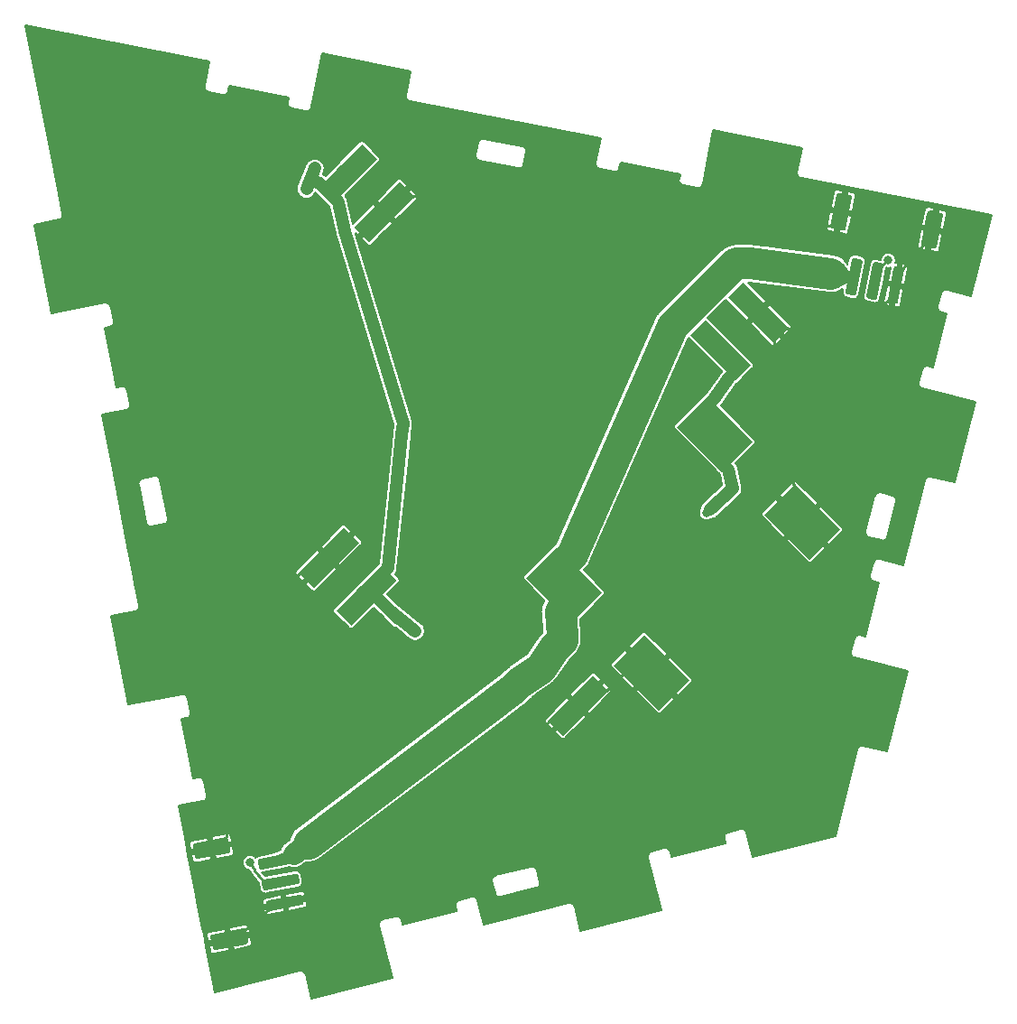
<source format=gbl>
G04 #@! TF.GenerationSoftware,KiCad,Pcbnew,5.1.4+dfsg1-1*
G04 #@! TF.CreationDate,2019-11-20T14:25:38+01:00*
G04 #@! TF.ProjectId,LED-Polyhedron,4c45442d-506f-46c7-9968-6564726f6e2e,rev?*
G04 #@! TF.SameCoordinates,Original*
G04 #@! TF.FileFunction,Copper,L2,Bot*
G04 #@! TF.FilePolarity,Positive*
%FSLAX46Y46*%
G04 Gerber Fmt 4.6, Leading zero omitted, Abs format (unit mm)*
G04 Created by KiCad (PCBNEW 5.1.4+dfsg1-1) date 2019-11-20 14:25:38*
%MOMM*%
%LPD*%
G04 APERTURE LIST*
%ADD10C,4.000000*%
%ADD11C,0.100000*%
%ADD12C,2.000000*%
%ADD13C,1.500000*%
%ADD14C,1.000000*%
%ADD15C,0.800000*%
%ADD16C,0.250000*%
%ADD17C,1.200000*%
%ADD18C,0.800000*%
%ADD19C,3.000000*%
%ADD20C,1.000000*%
%ADD21C,2.000000*%
%ADD22C,0.200000*%
G04 APERTURE END LIST*
D10*
X51087513Y-53027548D03*
D11*
G36*
X51794620Y-56563082D02*
G01*
X47551979Y-52320441D01*
X50380406Y-49492014D01*
X54623047Y-53734655D01*
X51794620Y-56563082D01*
X51794620Y-56563082D01*
G37*
D10*
X59289952Y-61229987D03*
D11*
G36*
X59997059Y-64765521D02*
G01*
X55754418Y-60522880D01*
X58582845Y-57694453D01*
X62825486Y-61937094D01*
X59997059Y-64765521D01*
X59997059Y-64765521D01*
G37*
D10*
X65229648Y-38885413D03*
D11*
G36*
X65936755Y-42420947D02*
G01*
X61694114Y-38178306D01*
X64522541Y-35349879D01*
X68765182Y-39592520D01*
X65936755Y-42420947D01*
X65936755Y-42420947D01*
G37*
D10*
X73432087Y-47087852D03*
D11*
G36*
X74139194Y-50623386D02*
G01*
X69896553Y-46380745D01*
X72724980Y-43552318D01*
X76967621Y-47794959D01*
X74139194Y-50623386D01*
X74139194Y-50623386D01*
G37*
D12*
X65777359Y-31002893D03*
D11*
G36*
X64363145Y-28174466D02*
G01*
X68605786Y-32417107D01*
X67191573Y-33831320D01*
X62948932Y-29588679D01*
X64363145Y-28174466D01*
X64363145Y-28174466D01*
G37*
D12*
X69312893Y-27467359D03*
D11*
G36*
X67898679Y-24638932D02*
G01*
X72141320Y-28881573D01*
X70727107Y-30295786D01*
X66484466Y-26053145D01*
X67898679Y-24638932D01*
X67898679Y-24638932D01*
G37*
D12*
X48867107Y-60787359D03*
D11*
G36*
X51695534Y-59373145D02*
G01*
X47452893Y-63615786D01*
X46038680Y-62201573D01*
X50281321Y-57958932D01*
X51695534Y-59373145D01*
X51695534Y-59373145D01*
G37*
D12*
X52402641Y-64322893D03*
D11*
G36*
X55231068Y-62908679D02*
G01*
X50988427Y-67151320D01*
X49574214Y-65737107D01*
X53816855Y-61494466D01*
X55231068Y-62908679D01*
X55231068Y-62908679D01*
G37*
D12*
X32542893Y-53992641D03*
D11*
G36*
X29714466Y-55406855D02*
G01*
X33957107Y-51164214D01*
X35371320Y-52578427D01*
X31128679Y-56821068D01*
X29714466Y-55406855D01*
X29714466Y-55406855D01*
G37*
D12*
X29007359Y-50457107D03*
D11*
G36*
X26178932Y-51871321D02*
G01*
X30421573Y-47628680D01*
X31835786Y-49042893D01*
X27593145Y-53285534D01*
X26178932Y-51871321D01*
X26178932Y-51871321D01*
G37*
D12*
X30707107Y-14507359D03*
D11*
G36*
X33535534Y-13093145D02*
G01*
X29292893Y-17335786D01*
X27878680Y-15921573D01*
X32121321Y-11678932D01*
X33535534Y-13093145D01*
X33535534Y-13093145D01*
G37*
D12*
X34242641Y-18042893D03*
D11*
G36*
X37071068Y-16628679D02*
G01*
X32828427Y-20871320D01*
X31414214Y-19457107D01*
X35656855Y-15214466D01*
X37071068Y-16628679D01*
X37071068Y-16628679D01*
G37*
G36*
X85432701Y-17915635D02*
G01*
X85456985Y-17919129D01*
X86438613Y-18109938D01*
X86462438Y-18115796D01*
X86485573Y-18123960D01*
X86507797Y-18134353D01*
X86528895Y-18146874D01*
X86548665Y-18161402D01*
X86566915Y-18177799D01*
X86583470Y-18195905D01*
X86598170Y-18215547D01*
X86610875Y-18236535D01*
X86621461Y-18258667D01*
X86629827Y-18281731D01*
X86635892Y-18305503D01*
X86639598Y-18329755D01*
X86640909Y-18354254D01*
X86639812Y-18378763D01*
X86636318Y-18403047D01*
X86082972Y-21249766D01*
X86077114Y-21273591D01*
X86068950Y-21296726D01*
X86058557Y-21318950D01*
X86046036Y-21340048D01*
X86031508Y-21359818D01*
X86015111Y-21378068D01*
X85997005Y-21394623D01*
X85977363Y-21409323D01*
X85956375Y-21422028D01*
X85934243Y-21432614D01*
X85911179Y-21440980D01*
X85887407Y-21447045D01*
X85863155Y-21450751D01*
X85838656Y-21452062D01*
X85814147Y-21450965D01*
X85789863Y-21447471D01*
X84808235Y-21256662D01*
X84784410Y-21250804D01*
X84761275Y-21242640D01*
X84739051Y-21232247D01*
X84717953Y-21219726D01*
X84698183Y-21205198D01*
X84679933Y-21188801D01*
X84663378Y-21170695D01*
X84648678Y-21151053D01*
X84635973Y-21130065D01*
X84625387Y-21107933D01*
X84617021Y-21084869D01*
X84610956Y-21061097D01*
X84607250Y-21036845D01*
X84605939Y-21012346D01*
X84607036Y-20987837D01*
X84610530Y-20963553D01*
X85163876Y-18116834D01*
X85169734Y-18093009D01*
X85177898Y-18069874D01*
X85188291Y-18047650D01*
X85200812Y-18026552D01*
X85215340Y-18006782D01*
X85231737Y-17988532D01*
X85249843Y-17971977D01*
X85269485Y-17957277D01*
X85290473Y-17944572D01*
X85312605Y-17933986D01*
X85335669Y-17925620D01*
X85359441Y-17919555D01*
X85383693Y-17915849D01*
X85408192Y-17914538D01*
X85432701Y-17915635D01*
X85432701Y-17915635D01*
G37*
D13*
X85623424Y-19683300D03*
D11*
G36*
X76892545Y-16255597D02*
G01*
X76916829Y-16259091D01*
X77898457Y-16449900D01*
X77922282Y-16455758D01*
X77945417Y-16463922D01*
X77967641Y-16474315D01*
X77988739Y-16486836D01*
X78008509Y-16501364D01*
X78026759Y-16517761D01*
X78043314Y-16535867D01*
X78058014Y-16555509D01*
X78070719Y-16576497D01*
X78081305Y-16598629D01*
X78089671Y-16621693D01*
X78095736Y-16645465D01*
X78099442Y-16669717D01*
X78100753Y-16694216D01*
X78099656Y-16718725D01*
X78096162Y-16743009D01*
X77542816Y-19589728D01*
X77536958Y-19613553D01*
X77528794Y-19636688D01*
X77518401Y-19658912D01*
X77505880Y-19680010D01*
X77491352Y-19699780D01*
X77474955Y-19718030D01*
X77456849Y-19734585D01*
X77437207Y-19749285D01*
X77416219Y-19761990D01*
X77394087Y-19772576D01*
X77371023Y-19780942D01*
X77347251Y-19787007D01*
X77322999Y-19790713D01*
X77298500Y-19792024D01*
X77273991Y-19790927D01*
X77249707Y-19787433D01*
X76268079Y-19596624D01*
X76244254Y-19590766D01*
X76221119Y-19582602D01*
X76198895Y-19572209D01*
X76177797Y-19559688D01*
X76158027Y-19545160D01*
X76139777Y-19528763D01*
X76123222Y-19510657D01*
X76108522Y-19491015D01*
X76095817Y-19470027D01*
X76085231Y-19447895D01*
X76076865Y-19424831D01*
X76070800Y-19401059D01*
X76067094Y-19376807D01*
X76065783Y-19352308D01*
X76066880Y-19327799D01*
X76070374Y-19303515D01*
X76623720Y-16456796D01*
X76629578Y-16432971D01*
X76637742Y-16409836D01*
X76648135Y-16387612D01*
X76660656Y-16366514D01*
X76675184Y-16346744D01*
X76691581Y-16328494D01*
X76709687Y-16311939D01*
X76729329Y-16297239D01*
X76750317Y-16284534D01*
X76772449Y-16273948D01*
X76795513Y-16265582D01*
X76819285Y-16259517D01*
X76843537Y-16255811D01*
X76868036Y-16254500D01*
X76892545Y-16255597D01*
X76892545Y-16255597D01*
G37*
D13*
X77083268Y-18023262D03*
D11*
G36*
X82283674Y-23110210D02*
G01*
X82307958Y-23113704D01*
X82798771Y-23209108D01*
X82822595Y-23214965D01*
X82845731Y-23223130D01*
X82867955Y-23233522D01*
X82889053Y-23246043D01*
X82908822Y-23260572D01*
X82927073Y-23276969D01*
X82943628Y-23295075D01*
X82958328Y-23314717D01*
X82971033Y-23335705D01*
X82981619Y-23357837D01*
X82989985Y-23380900D01*
X82996050Y-23404673D01*
X82999756Y-23428925D01*
X83001067Y-23453424D01*
X82999970Y-23477933D01*
X82996476Y-23502217D01*
X82424049Y-26447099D01*
X82418191Y-26470924D01*
X82410027Y-26494059D01*
X82399634Y-26516283D01*
X82387113Y-26537381D01*
X82372585Y-26557151D01*
X82356188Y-26575401D01*
X82338082Y-26591956D01*
X82318440Y-26606656D01*
X82297452Y-26619361D01*
X82275320Y-26629947D01*
X82252256Y-26638313D01*
X82228484Y-26644378D01*
X82204232Y-26648084D01*
X82179733Y-26649395D01*
X82155224Y-26648298D01*
X82130940Y-26644804D01*
X81640127Y-26549400D01*
X81616303Y-26543543D01*
X81593167Y-26535378D01*
X81570943Y-26524986D01*
X81549845Y-26512465D01*
X81530076Y-26497936D01*
X81511825Y-26481539D01*
X81495270Y-26463433D01*
X81480570Y-26443791D01*
X81467865Y-26422803D01*
X81457279Y-26400671D01*
X81448913Y-26377608D01*
X81442848Y-26353835D01*
X81439142Y-26329583D01*
X81437831Y-26305084D01*
X81438928Y-26280575D01*
X81442422Y-26256291D01*
X82014849Y-23311409D01*
X82020707Y-23287584D01*
X82028871Y-23264449D01*
X82039264Y-23242225D01*
X82051785Y-23221127D01*
X82066313Y-23201357D01*
X82082710Y-23183107D01*
X82100816Y-23166552D01*
X82120458Y-23151852D01*
X82141446Y-23139147D01*
X82163578Y-23128561D01*
X82186642Y-23120195D01*
X82210414Y-23114130D01*
X82234666Y-23110424D01*
X82259165Y-23109113D01*
X82283674Y-23110210D01*
X82283674Y-23110210D01*
G37*
D14*
X82219449Y-24879254D03*
D11*
G36*
X80320419Y-22728593D02*
G01*
X80344703Y-22732087D01*
X80835516Y-22827491D01*
X80859340Y-22833348D01*
X80882476Y-22841513D01*
X80904700Y-22851905D01*
X80925798Y-22864426D01*
X80945567Y-22878955D01*
X80963818Y-22895352D01*
X80980373Y-22913458D01*
X80995073Y-22933100D01*
X81007778Y-22954088D01*
X81018364Y-22976220D01*
X81026730Y-22999283D01*
X81032795Y-23023056D01*
X81036501Y-23047308D01*
X81037812Y-23071807D01*
X81036715Y-23096316D01*
X81033221Y-23120600D01*
X80460794Y-26065482D01*
X80454936Y-26089307D01*
X80446772Y-26112442D01*
X80436379Y-26134666D01*
X80423858Y-26155764D01*
X80409330Y-26175534D01*
X80392933Y-26193784D01*
X80374827Y-26210339D01*
X80355185Y-26225039D01*
X80334197Y-26237744D01*
X80312065Y-26248330D01*
X80289001Y-26256696D01*
X80265229Y-26262761D01*
X80240977Y-26266467D01*
X80216478Y-26267778D01*
X80191969Y-26266681D01*
X80167685Y-26263187D01*
X79676872Y-26167783D01*
X79653048Y-26161926D01*
X79629912Y-26153761D01*
X79607688Y-26143369D01*
X79586590Y-26130848D01*
X79566821Y-26116319D01*
X79548570Y-26099922D01*
X79532015Y-26081816D01*
X79517315Y-26062174D01*
X79504610Y-26041186D01*
X79494024Y-26019054D01*
X79485658Y-25995991D01*
X79479593Y-25972218D01*
X79475887Y-25947966D01*
X79474576Y-25923467D01*
X79475673Y-25898958D01*
X79479167Y-25874674D01*
X80051594Y-22929792D01*
X80057452Y-22905967D01*
X80065616Y-22882832D01*
X80076009Y-22860608D01*
X80088530Y-22839510D01*
X80103058Y-22819740D01*
X80119455Y-22801490D01*
X80137561Y-22784935D01*
X80157203Y-22770235D01*
X80178191Y-22757530D01*
X80200323Y-22746944D01*
X80223387Y-22738578D01*
X80247159Y-22732513D01*
X80271411Y-22728807D01*
X80295910Y-22727496D01*
X80320419Y-22728593D01*
X80320419Y-22728593D01*
G37*
D14*
X80256194Y-24497637D03*
D11*
G36*
X78357165Y-22346975D02*
G01*
X78381449Y-22350469D01*
X78872262Y-22445873D01*
X78896086Y-22451730D01*
X78919222Y-22459895D01*
X78941446Y-22470287D01*
X78962544Y-22482808D01*
X78982313Y-22497337D01*
X79000564Y-22513734D01*
X79017119Y-22531840D01*
X79031819Y-22551482D01*
X79044524Y-22572470D01*
X79055110Y-22594602D01*
X79063476Y-22617665D01*
X79069541Y-22641438D01*
X79073247Y-22665690D01*
X79074558Y-22690189D01*
X79073461Y-22714698D01*
X79069967Y-22738982D01*
X78497540Y-25683864D01*
X78491682Y-25707689D01*
X78483518Y-25730824D01*
X78473125Y-25753048D01*
X78460604Y-25774146D01*
X78446076Y-25793916D01*
X78429679Y-25812166D01*
X78411573Y-25828721D01*
X78391931Y-25843421D01*
X78370943Y-25856126D01*
X78348811Y-25866712D01*
X78325747Y-25875078D01*
X78301975Y-25881143D01*
X78277723Y-25884849D01*
X78253224Y-25886160D01*
X78228715Y-25885063D01*
X78204431Y-25881569D01*
X77713618Y-25786165D01*
X77689794Y-25780308D01*
X77666658Y-25772143D01*
X77644434Y-25761751D01*
X77623336Y-25749230D01*
X77603567Y-25734701D01*
X77585316Y-25718304D01*
X77568761Y-25700198D01*
X77554061Y-25680556D01*
X77541356Y-25659568D01*
X77530770Y-25637436D01*
X77522404Y-25614373D01*
X77516339Y-25590600D01*
X77512633Y-25566348D01*
X77511322Y-25541849D01*
X77512419Y-25517340D01*
X77515913Y-25493056D01*
X78088340Y-22548174D01*
X78094198Y-22524349D01*
X78102362Y-22501214D01*
X78112755Y-22478990D01*
X78125276Y-22457892D01*
X78139804Y-22438122D01*
X78156201Y-22419872D01*
X78174307Y-22403317D01*
X78193949Y-22388617D01*
X78214937Y-22375912D01*
X78237069Y-22365326D01*
X78260133Y-22356960D01*
X78283905Y-22350895D01*
X78308157Y-22347189D01*
X78332656Y-22345878D01*
X78357165Y-22346975D01*
X78357165Y-22346975D01*
G37*
D14*
X78292940Y-24116019D03*
D11*
G36*
X26329583Y-82039142D02*
G01*
X26353835Y-82042848D01*
X26377607Y-82048913D01*
X26400671Y-82057279D01*
X26422803Y-82067865D01*
X26443791Y-82080570D01*
X26463433Y-82095270D01*
X26481539Y-82111825D01*
X26497936Y-82130075D01*
X26512464Y-82149845D01*
X26524985Y-82170943D01*
X26535378Y-82193167D01*
X26543542Y-82216302D01*
X26549400Y-82240127D01*
X26644804Y-82730940D01*
X26648298Y-82755224D01*
X26649395Y-82779733D01*
X26648084Y-82804232D01*
X26644378Y-82828484D01*
X26638313Y-82852257D01*
X26629947Y-82875320D01*
X26619361Y-82897452D01*
X26606656Y-82918440D01*
X26591956Y-82938082D01*
X26575401Y-82956188D01*
X26557150Y-82972585D01*
X26537381Y-82987114D01*
X26516283Y-82999635D01*
X26494059Y-83010027D01*
X26470923Y-83018192D01*
X26447099Y-83024049D01*
X23502217Y-83596476D01*
X23477933Y-83599970D01*
X23453424Y-83601067D01*
X23428925Y-83599756D01*
X23404673Y-83596050D01*
X23380901Y-83589985D01*
X23357837Y-83581619D01*
X23335705Y-83571033D01*
X23314717Y-83558328D01*
X23295075Y-83543628D01*
X23276969Y-83527073D01*
X23260572Y-83508823D01*
X23246044Y-83489053D01*
X23233523Y-83467955D01*
X23223130Y-83445731D01*
X23214966Y-83422596D01*
X23209108Y-83398771D01*
X23113704Y-82907958D01*
X23110210Y-82883674D01*
X23109113Y-82859165D01*
X23110424Y-82834666D01*
X23114130Y-82810414D01*
X23120195Y-82786641D01*
X23128561Y-82763578D01*
X23139147Y-82741446D01*
X23151852Y-82720458D01*
X23166552Y-82700816D01*
X23183107Y-82682710D01*
X23201358Y-82666313D01*
X23221127Y-82651784D01*
X23242225Y-82639263D01*
X23264449Y-82628871D01*
X23287585Y-82620706D01*
X23311409Y-82614849D01*
X26256291Y-82042422D01*
X26280575Y-82038928D01*
X26305084Y-82037831D01*
X26329583Y-82039142D01*
X26329583Y-82039142D01*
G37*
D14*
X24879254Y-82819449D03*
D11*
G36*
X25947966Y-80075887D02*
G01*
X25972218Y-80079593D01*
X25995990Y-80085658D01*
X26019054Y-80094024D01*
X26041186Y-80104610D01*
X26062174Y-80117315D01*
X26081816Y-80132015D01*
X26099922Y-80148570D01*
X26116319Y-80166820D01*
X26130847Y-80186590D01*
X26143368Y-80207688D01*
X26153761Y-80229912D01*
X26161925Y-80253047D01*
X26167783Y-80276872D01*
X26263187Y-80767685D01*
X26266681Y-80791969D01*
X26267778Y-80816478D01*
X26266467Y-80840977D01*
X26262761Y-80865229D01*
X26256696Y-80889002D01*
X26248330Y-80912065D01*
X26237744Y-80934197D01*
X26225039Y-80955185D01*
X26210339Y-80974827D01*
X26193784Y-80992933D01*
X26175533Y-81009330D01*
X26155764Y-81023859D01*
X26134666Y-81036380D01*
X26112442Y-81046772D01*
X26089306Y-81054937D01*
X26065482Y-81060794D01*
X23120600Y-81633221D01*
X23096316Y-81636715D01*
X23071807Y-81637812D01*
X23047308Y-81636501D01*
X23023056Y-81632795D01*
X22999284Y-81626730D01*
X22976220Y-81618364D01*
X22954088Y-81607778D01*
X22933100Y-81595073D01*
X22913458Y-81580373D01*
X22895352Y-81563818D01*
X22878955Y-81545568D01*
X22864427Y-81525798D01*
X22851906Y-81504700D01*
X22841513Y-81482476D01*
X22833349Y-81459341D01*
X22827491Y-81435516D01*
X22732087Y-80944703D01*
X22728593Y-80920419D01*
X22727496Y-80895910D01*
X22728807Y-80871411D01*
X22732513Y-80847159D01*
X22738578Y-80823386D01*
X22746944Y-80800323D01*
X22757530Y-80778191D01*
X22770235Y-80757203D01*
X22784935Y-80737561D01*
X22801490Y-80719455D01*
X22819741Y-80703058D01*
X22839510Y-80688529D01*
X22860608Y-80676008D01*
X22882832Y-80665616D01*
X22905968Y-80657451D01*
X22929792Y-80651594D01*
X25874674Y-80079167D01*
X25898958Y-80075673D01*
X25923467Y-80074576D01*
X25947966Y-80075887D01*
X25947966Y-80075887D01*
G37*
D14*
X24497637Y-80856194D03*
D11*
G36*
X25566348Y-78112633D02*
G01*
X25590600Y-78116339D01*
X25614372Y-78122404D01*
X25637436Y-78130770D01*
X25659568Y-78141356D01*
X25680556Y-78154061D01*
X25700198Y-78168761D01*
X25718304Y-78185316D01*
X25734701Y-78203566D01*
X25749229Y-78223336D01*
X25761750Y-78244434D01*
X25772143Y-78266658D01*
X25780307Y-78289793D01*
X25786165Y-78313618D01*
X25881569Y-78804431D01*
X25885063Y-78828715D01*
X25886160Y-78853224D01*
X25884849Y-78877723D01*
X25881143Y-78901975D01*
X25875078Y-78925748D01*
X25866712Y-78948811D01*
X25856126Y-78970943D01*
X25843421Y-78991931D01*
X25828721Y-79011573D01*
X25812166Y-79029679D01*
X25793915Y-79046076D01*
X25774146Y-79060605D01*
X25753048Y-79073126D01*
X25730824Y-79083518D01*
X25707688Y-79091683D01*
X25683864Y-79097540D01*
X22738982Y-79669967D01*
X22714698Y-79673461D01*
X22690189Y-79674558D01*
X22665690Y-79673247D01*
X22641438Y-79669541D01*
X22617666Y-79663476D01*
X22594602Y-79655110D01*
X22572470Y-79644524D01*
X22551482Y-79631819D01*
X22531840Y-79617119D01*
X22513734Y-79600564D01*
X22497337Y-79582314D01*
X22482809Y-79562544D01*
X22470288Y-79541446D01*
X22459895Y-79519222D01*
X22451731Y-79496087D01*
X22445873Y-79472262D01*
X22350469Y-78981449D01*
X22346975Y-78957165D01*
X22345878Y-78932656D01*
X22347189Y-78908157D01*
X22350895Y-78883905D01*
X22356960Y-78860132D01*
X22365326Y-78837069D01*
X22375912Y-78814937D01*
X22388617Y-78793949D01*
X22403317Y-78774307D01*
X22419872Y-78756201D01*
X22438123Y-78739804D01*
X22457892Y-78725275D01*
X22478990Y-78712754D01*
X22501214Y-78702362D01*
X22524350Y-78694197D01*
X22548174Y-78688340D01*
X25493056Y-78115913D01*
X25517340Y-78112419D01*
X25541849Y-78111322D01*
X25566348Y-78112633D01*
X25566348Y-78112633D01*
G37*
D14*
X24116019Y-78892940D03*
D11*
G36*
X21036845Y-85207250D02*
G01*
X21061097Y-85210956D01*
X21084869Y-85217021D01*
X21107933Y-85225387D01*
X21130065Y-85235973D01*
X21151053Y-85248678D01*
X21170695Y-85263378D01*
X21188801Y-85279933D01*
X21205198Y-85298183D01*
X21219726Y-85317953D01*
X21232247Y-85339051D01*
X21242640Y-85361275D01*
X21250804Y-85384410D01*
X21256662Y-85408235D01*
X21447471Y-86389863D01*
X21450965Y-86414147D01*
X21452062Y-86438656D01*
X21450751Y-86463155D01*
X21447045Y-86487407D01*
X21440980Y-86511179D01*
X21432614Y-86534243D01*
X21422028Y-86556375D01*
X21409323Y-86577363D01*
X21394623Y-86597005D01*
X21378068Y-86615111D01*
X21359818Y-86631508D01*
X21340048Y-86646036D01*
X21318950Y-86658557D01*
X21296726Y-86668950D01*
X21273591Y-86677114D01*
X21249766Y-86682972D01*
X18403047Y-87236318D01*
X18378763Y-87239812D01*
X18354254Y-87240909D01*
X18329755Y-87239598D01*
X18305503Y-87235892D01*
X18281731Y-87229827D01*
X18258667Y-87221461D01*
X18236535Y-87210875D01*
X18215547Y-87198170D01*
X18195905Y-87183470D01*
X18177799Y-87166915D01*
X18161402Y-87148665D01*
X18146874Y-87128895D01*
X18134353Y-87107797D01*
X18123960Y-87085573D01*
X18115796Y-87062438D01*
X18109938Y-87038613D01*
X17919129Y-86056985D01*
X17915635Y-86032701D01*
X17914538Y-86008192D01*
X17915849Y-85983693D01*
X17919555Y-85959441D01*
X17925620Y-85935669D01*
X17933986Y-85912605D01*
X17944572Y-85890473D01*
X17957277Y-85869485D01*
X17971977Y-85849843D01*
X17988532Y-85831737D01*
X18006782Y-85815340D01*
X18026552Y-85800812D01*
X18047650Y-85788291D01*
X18069874Y-85777898D01*
X18093009Y-85769734D01*
X18116834Y-85763876D01*
X20963553Y-85210530D01*
X20987837Y-85207036D01*
X21012346Y-85205939D01*
X21036845Y-85207250D01*
X21036845Y-85207250D01*
G37*
D13*
X19683300Y-86223424D03*
D11*
G36*
X19376807Y-76667094D02*
G01*
X19401059Y-76670800D01*
X19424831Y-76676865D01*
X19447895Y-76685231D01*
X19470027Y-76695817D01*
X19491015Y-76708522D01*
X19510657Y-76723222D01*
X19528763Y-76739777D01*
X19545160Y-76758027D01*
X19559688Y-76777797D01*
X19572209Y-76798895D01*
X19582602Y-76821119D01*
X19590766Y-76844254D01*
X19596624Y-76868079D01*
X19787433Y-77849707D01*
X19790927Y-77873991D01*
X19792024Y-77898500D01*
X19790713Y-77922999D01*
X19787007Y-77947251D01*
X19780942Y-77971023D01*
X19772576Y-77994087D01*
X19761990Y-78016219D01*
X19749285Y-78037207D01*
X19734585Y-78056849D01*
X19718030Y-78074955D01*
X19699780Y-78091352D01*
X19680010Y-78105880D01*
X19658912Y-78118401D01*
X19636688Y-78128794D01*
X19613553Y-78136958D01*
X19589728Y-78142816D01*
X16743009Y-78696162D01*
X16718725Y-78699656D01*
X16694216Y-78700753D01*
X16669717Y-78699442D01*
X16645465Y-78695736D01*
X16621693Y-78689671D01*
X16598629Y-78681305D01*
X16576497Y-78670719D01*
X16555509Y-78658014D01*
X16535867Y-78643314D01*
X16517761Y-78626759D01*
X16501364Y-78608509D01*
X16486836Y-78588739D01*
X16474315Y-78567641D01*
X16463922Y-78545417D01*
X16455758Y-78522282D01*
X16449900Y-78498457D01*
X16259091Y-77516829D01*
X16255597Y-77492545D01*
X16254500Y-77468036D01*
X16255811Y-77443537D01*
X16259517Y-77419285D01*
X16265582Y-77395513D01*
X16273948Y-77372449D01*
X16284534Y-77350317D01*
X16297239Y-77329329D01*
X16311939Y-77309687D01*
X16328494Y-77291581D01*
X16346744Y-77275184D01*
X16366514Y-77260656D01*
X16387612Y-77248135D01*
X16409836Y-77237742D01*
X16432971Y-77229578D01*
X16456796Y-77223720D01*
X19303515Y-76670374D01*
X19327799Y-76666880D01*
X19352308Y-76665783D01*
X19376807Y-76667094D01*
X19376807Y-76667094D01*
G37*
D13*
X18023262Y-77683268D03*
D15*
X62100000Y-62020000D03*
X59990000Y-64110000D03*
X58580000Y-58340000D03*
X56460000Y-60510000D03*
X74150000Y-49850000D03*
X76130000Y-47760000D03*
X70890000Y-46380000D03*
X21778100Y-56434300D03*
X72849487Y-44320513D03*
X47010000Y-56490000D03*
X58880000Y-46970000D03*
X51100000Y-42890000D03*
X62200000Y-41880000D03*
X54710000Y-35350000D03*
X45840000Y-45960000D03*
X33590000Y-35120000D03*
X43200000Y-22280000D03*
X61510000Y-21340000D03*
X27240000Y-17340000D03*
X15310000Y-28190000D03*
X9800000Y-9880000D03*
X22260852Y-43339148D03*
X19554866Y-61704866D03*
X38440000Y-72320000D03*
X54490000Y-79510000D03*
X72290000Y-66320000D03*
X73010000Y-38510000D03*
X29850000Y-52700000D03*
X35850000Y-54480000D03*
X36410000Y-53120000D03*
X41270000Y-20500000D03*
X27545400Y-15122300D03*
X66909900Y-43968300D03*
X35512100Y-56129400D03*
X35992900Y-37882200D03*
X26914135Y-15894135D03*
X27710539Y-13949461D03*
X35885343Y-38895343D03*
X35783612Y-39853612D03*
X65997371Y-44817371D03*
X65215175Y-45545175D03*
X64448519Y-46258519D03*
X34836350Y-55453650D03*
X36456500Y-56663500D03*
X37136500Y-57343500D03*
X21644900Y-79050500D03*
X81500900Y-22581700D03*
D16*
X77083300Y-18023300D02*
X77697800Y-18142700D01*
X77697800Y-18142700D02*
X77820500Y-18166600D01*
X77820500Y-18166600D02*
X84886200Y-19540000D01*
X84886200Y-19540000D02*
X85008900Y-19563900D01*
X85008900Y-19563900D02*
X85623400Y-19683300D01*
X85623400Y-19683300D02*
X84709000Y-21213500D01*
X84709000Y-21213500D02*
X84705100Y-21217500D01*
X84705100Y-21217500D02*
X82937400Y-23274200D01*
X82937400Y-23274200D02*
X82930800Y-23280900D01*
X82930800Y-23280900D02*
X82219400Y-24879300D01*
X69312900Y-27467400D02*
X70727100Y-30119000D01*
X70727100Y-30119000D02*
X70815500Y-30207400D01*
X70815500Y-30207400D02*
X70851900Y-30244100D01*
X70851900Y-30244100D02*
X72600200Y-43604100D01*
X72600200Y-43604100D02*
X72636600Y-43640800D01*
X72636600Y-43640800D02*
X72725000Y-43729200D01*
X72725000Y-43729200D02*
X72849487Y-44320513D01*
X29007400Y-50457100D02*
X26355800Y-51871300D01*
X26355800Y-51871300D02*
X26267400Y-51959700D01*
X26267400Y-51959700D02*
X21778100Y-56434300D01*
X73432100Y-47087900D02*
X72106200Y-48413600D01*
X72106200Y-48413600D02*
X72017800Y-48502000D01*
X72017800Y-48502000D02*
X60704100Y-59815700D01*
X60704100Y-59815700D02*
X60615700Y-59904100D01*
X60615700Y-59904100D02*
X59290000Y-61230000D01*
X59290000Y-61230000D02*
X56685500Y-61277100D01*
X56685500Y-61277100D02*
X56597100Y-61365500D01*
X56597100Y-61365500D02*
X55142500Y-62820200D01*
X55142500Y-62820200D02*
X55054100Y-62908600D01*
X55054100Y-62908600D02*
X52402600Y-64322900D01*
X52402600Y-64322900D02*
X49751000Y-65737100D01*
X49751000Y-65737100D02*
X49662600Y-65825500D01*
X49662600Y-65825500D02*
X49625900Y-65861900D01*
X49625900Y-65861900D02*
X26547000Y-82218800D01*
X26547000Y-82218800D02*
X26544300Y-82218800D01*
X26544300Y-82218800D02*
X24879300Y-82819400D01*
X82219400Y-24879300D02*
X81459400Y-26405700D01*
X81459400Y-26405700D02*
X72193000Y-29006400D01*
X72193000Y-29006400D02*
X72089600Y-29006400D01*
X72089600Y-29006400D02*
X72052900Y-28970000D01*
X72052900Y-28970000D02*
X71964500Y-28881600D01*
X71964500Y-28881600D02*
X69312900Y-27467400D01*
X77083300Y-18023300D02*
X76067100Y-19325100D01*
X76067100Y-19325100D02*
X76060400Y-19325100D01*
X76060400Y-19325100D02*
X37122700Y-16503900D01*
X37122700Y-16503900D02*
X37019300Y-16503900D01*
X37019300Y-16503900D02*
X36982600Y-16540300D01*
X36982600Y-16540300D02*
X36894200Y-16628700D01*
X36894200Y-16628700D02*
X34242600Y-18042900D01*
X18023300Y-77683300D02*
X18142700Y-78297800D01*
X18142700Y-78297800D02*
X18166600Y-78420500D01*
X18166600Y-78420500D02*
X19540000Y-85486200D01*
X19540000Y-85486200D02*
X19563900Y-85608900D01*
X19563900Y-85608900D02*
X19683300Y-86223400D01*
X19683300Y-86223400D02*
X21213500Y-85309000D01*
X21213500Y-85309000D02*
X21217500Y-85305100D01*
X21217500Y-85305100D02*
X23274200Y-83537400D01*
X23274200Y-83537400D02*
X23280900Y-83530800D01*
X23280900Y-83530800D02*
X24879300Y-82819400D01*
X18023300Y-77683300D02*
X19411700Y-76673300D01*
X19411700Y-76673300D02*
X19411700Y-76669800D01*
X19411700Y-76669800D02*
X21778100Y-56434300D01*
X59290000Y-61230000D02*
X59290000Y-61230000D01*
X72849487Y-44320513D02*
X73432100Y-47087900D01*
D17*
X35992900Y-37882200D02*
X35885343Y-38895343D01*
X34556500Y-51412500D02*
X34381400Y-51588500D01*
X34381400Y-51588500D02*
X33957100Y-52012800D01*
X33957100Y-52012800D02*
X33301127Y-52931127D01*
X27545400Y-15122300D02*
X28127000Y-15322200D01*
X28127000Y-15322200D02*
X28303000Y-15497300D01*
X28303000Y-15497300D02*
X28727300Y-15921600D01*
X28727300Y-15921600D02*
X30707100Y-14507400D01*
X35512100Y-56129400D02*
X34836350Y-55453650D01*
X33666200Y-54283500D02*
X33241900Y-53859200D01*
X33241900Y-53859200D02*
X32542900Y-53992600D01*
X65777400Y-31002900D02*
X67191600Y-32982700D01*
X67191600Y-32982700D02*
X66767300Y-33407000D01*
X66767300Y-33407000D02*
X66592200Y-33583000D01*
X66592200Y-33583000D02*
X65121900Y-35598200D01*
X65121900Y-35598200D02*
X64946800Y-35774200D01*
X64946800Y-35774200D02*
X64522500Y-36198500D01*
X64522500Y-36198500D02*
X65229600Y-38885400D01*
X65229600Y-38885400D02*
X65936700Y-41572300D01*
X65936700Y-41572300D02*
X66361000Y-41996600D01*
X66361000Y-41996600D02*
X66536100Y-42172600D01*
X66536100Y-42172600D02*
X66909900Y-43968300D01*
X30707100Y-14507400D02*
X29292900Y-16487200D01*
X29292900Y-16487200D02*
X29717200Y-16911500D01*
X29717200Y-16911500D02*
X29892300Y-17087500D01*
X29892300Y-17087500D02*
X30514100Y-19829900D01*
X30514100Y-19829900D02*
X35992900Y-37882200D01*
X33301127Y-52931127D02*
X32542900Y-53992600D01*
X35885343Y-38895343D02*
X35783612Y-39853612D01*
X35783612Y-39853612D02*
X34556500Y-51412500D01*
X66909900Y-43968300D02*
X64770000Y-45950000D01*
X26914135Y-15894135D02*
X27710539Y-13949461D01*
X34836350Y-55453650D02*
X33666200Y-54283500D01*
X37136500Y-57343500D02*
X34836350Y-55453650D01*
D16*
X24497600Y-80856200D02*
X22797600Y-80723300D01*
X22797600Y-80723300D02*
X22787100Y-80712700D01*
X22787100Y-80712700D02*
X22076800Y-79765300D01*
X22076800Y-79765300D02*
X22063900Y-79747500D01*
X22063900Y-79747500D02*
X22051100Y-79729800D01*
X22051100Y-79729800D02*
X21644900Y-79050500D01*
X80256200Y-24497600D02*
X80995000Y-22933100D01*
X80995000Y-22933100D02*
X81500900Y-22581700D01*
D18*
X77777600Y-24141200D02*
X76957600Y-23124700D01*
X77777600Y-24141200D02*
X76636600Y-24776500D01*
D19*
X76101500Y-23815400D02*
X68532300Y-22838900D01*
X68532300Y-22838900D02*
X67265100Y-22838900D01*
X67265100Y-22838900D02*
X67071000Y-22919300D01*
X67071000Y-22919300D02*
X62121300Y-27869000D01*
X62121300Y-27869000D02*
X61229300Y-28761000D01*
X61229300Y-28761000D02*
X51844300Y-50148800D01*
X51844300Y-50148800D02*
X51441000Y-50552600D01*
X51441000Y-50552600D02*
X50380300Y-51613300D01*
X50380300Y-51613300D02*
X51087500Y-53027500D01*
X51087500Y-53027500D02*
X51158300Y-55078100D01*
X50281300Y-58807600D02*
X48867100Y-60787400D01*
X50705600Y-58383300D02*
X50281300Y-58807600D01*
X50880700Y-58207300D02*
X50705600Y-58383300D01*
X50880700Y-57710700D02*
X50880700Y-58207300D01*
X50734000Y-55502400D02*
X50880700Y-57710700D01*
X51158300Y-55078100D02*
X50734000Y-55502400D01*
D20*
X24116000Y-78892900D02*
X25742900Y-78214300D01*
D19*
X46287000Y-62801000D02*
X27134600Y-77196600D01*
X46463000Y-62625900D02*
X46287000Y-62801000D01*
X46887300Y-62201600D02*
X46463000Y-62625900D01*
X48867100Y-60787400D02*
X46887300Y-62201600D01*
D21*
X25742900Y-78214300D02*
X27134600Y-77196600D01*
D18*
X78292900Y-24116000D02*
X78170200Y-24217500D01*
X78170200Y-24217500D02*
X77777600Y-24141200D01*
X77777600Y-24141200D02*
X76101500Y-23815400D01*
D22*
G36*
X17842389Y-3933444D02*
G01*
X17390516Y-6229048D01*
X17384459Y-6249119D01*
X17382411Y-6270223D01*
X17382389Y-6270334D01*
X17380481Y-6290103D01*
X17376334Y-6332837D01*
X17376346Y-6332958D01*
X17376335Y-6333074D01*
X17380449Y-6374000D01*
X17384700Y-6416531D01*
X17384735Y-6416646D01*
X17384747Y-6416764D01*
X17396990Y-6456836D01*
X17409232Y-6496986D01*
X17409288Y-6497090D01*
X17409323Y-6497205D01*
X17429070Y-6533971D01*
X17448989Y-6571109D01*
X17449066Y-6571202D01*
X17449121Y-6571305D01*
X17474940Y-6602638D01*
X17502442Y-6636051D01*
X17502535Y-6636127D01*
X17502610Y-6636218D01*
X17534907Y-6662616D01*
X17567538Y-6689317D01*
X17567643Y-6689373D01*
X17567736Y-6689449D01*
X17604776Y-6709153D01*
X17641774Y-6728861D01*
X17641889Y-6728896D01*
X17641993Y-6728951D01*
X17682252Y-6741076D01*
X17702119Y-6747071D01*
X17702233Y-6747093D01*
X17722532Y-6753207D01*
X17743399Y-6755220D01*
X19077829Y-7018660D01*
X19097038Y-7024553D01*
X19118992Y-7026786D01*
X19119960Y-7026977D01*
X19139861Y-7028908D01*
X19180718Y-7033064D01*
X19181707Y-7032970D01*
X19182698Y-7033066D01*
X19223673Y-7028970D01*
X19264449Y-7025084D01*
X19265398Y-7024799D01*
X19266392Y-7024700D01*
X19305769Y-7012693D01*
X19345016Y-7000924D01*
X19345894Y-7000458D01*
X19346846Y-7000168D01*
X19383052Y-6980748D01*
X19419321Y-6961510D01*
X19420092Y-6960881D01*
X19420969Y-6960411D01*
X19452666Y-6934321D01*
X19484510Y-6908357D01*
X19485144Y-6907589D01*
X19485911Y-6906958D01*
X19511943Y-6875145D01*
X19538076Y-6843507D01*
X19538546Y-6842634D01*
X19539178Y-6841862D01*
X19558495Y-6805598D01*
X19577962Y-6769455D01*
X19578254Y-6768502D01*
X19578721Y-6767626D01*
X19590611Y-6728227D01*
X19596450Y-6709195D01*
X19596644Y-6708235D01*
X19603022Y-6687101D01*
X19604963Y-6667095D01*
X19701845Y-6187997D01*
X25282467Y-7285571D01*
X25185867Y-7763275D01*
X25179282Y-7785526D01*
X25175639Y-7825263D01*
X25171596Y-7865018D01*
X25171799Y-7867153D01*
X25171604Y-7869285D01*
X25175787Y-7908994D01*
X25179576Y-7948749D01*
X25180191Y-7950801D01*
X25180416Y-7952934D01*
X25192261Y-7991050D01*
X25203736Y-8029316D01*
X25204742Y-8031212D01*
X25205377Y-8033256D01*
X25224420Y-8068310D01*
X25243150Y-8103621D01*
X25244505Y-8105283D01*
X25245528Y-8107166D01*
X25271043Y-8137830D01*
X25296303Y-8168810D01*
X25297959Y-8170178D01*
X25299327Y-8171822D01*
X25330340Y-8196924D01*
X25361153Y-8222376D01*
X25363040Y-8223392D01*
X25364706Y-8224741D01*
X25400025Y-8243313D01*
X25435205Y-8262262D01*
X25437257Y-8262892D01*
X25439152Y-8263888D01*
X25477421Y-8275214D01*
X25515618Y-8286933D01*
X25538708Y-8289281D01*
X26875184Y-8545728D01*
X26894286Y-8551490D01*
X26916368Y-8553630D01*
X26917476Y-8553843D01*
X26937395Y-8555669D01*
X26978005Y-8559605D01*
X26979123Y-8559493D01*
X26980246Y-8559596D01*
X27021028Y-8555300D01*
X27061698Y-8551230D01*
X27062773Y-8550902D01*
X27063894Y-8550784D01*
X27103040Y-8538619D01*
X27142150Y-8526689D01*
X27143141Y-8526157D01*
X27144217Y-8525823D01*
X27180266Y-8506239D01*
X27216268Y-8486924D01*
X27217135Y-8486211D01*
X27218126Y-8485672D01*
X27249644Y-8459447D01*
X27281205Y-8433464D01*
X27281917Y-8432593D01*
X27282783Y-8431873D01*
X27308554Y-8400033D01*
X27334464Y-8368362D01*
X27334993Y-8367369D01*
X27335701Y-8366494D01*
X27354754Y-8330261D01*
X27373999Y-8294122D01*
X27374324Y-8293044D01*
X27374848Y-8292048D01*
X27386479Y-8252749D01*
X27392203Y-8233775D01*
X27392419Y-8232682D01*
X27398719Y-8211395D01*
X27400541Y-8191514D01*
X28390668Y-3173160D01*
X36724675Y-4807189D01*
X36272836Y-7100483D01*
X36266722Y-7120830D01*
X36262755Y-7162218D01*
X36258695Y-7204219D01*
X36258712Y-7204389D01*
X36258696Y-7204557D01*
X36262885Y-7245974D01*
X36267092Y-7287909D01*
X36267142Y-7288072D01*
X36267159Y-7288242D01*
X36279338Y-7328018D01*
X36291654Y-7368355D01*
X36291736Y-7368507D01*
X36291785Y-7368668D01*
X36311412Y-7405159D01*
X36331439Y-7442463D01*
X36331548Y-7442595D01*
X36331628Y-7442744D01*
X36358186Y-7474933D01*
X36384917Y-7507385D01*
X36385049Y-7507493D01*
X36385157Y-7507624D01*
X36417429Y-7533969D01*
X36450033Y-7560627D01*
X36450185Y-7560708D01*
X36450315Y-7560814D01*
X36486870Y-7580231D01*
X36524283Y-7600142D01*
X36524447Y-7600192D01*
X36524597Y-7600271D01*
X36564595Y-7612290D01*
X36604818Y-7624412D01*
X36625969Y-7626457D01*
X54530086Y-11139353D01*
X54078358Y-13432085D01*
X54072367Y-13451812D01*
X54070249Y-13473245D01*
X54070159Y-13473700D01*
X54068178Y-13494195D01*
X54064094Y-13535517D01*
X54064139Y-13535980D01*
X54064095Y-13536439D01*
X54068232Y-13577673D01*
X54072311Y-13619224D01*
X54072446Y-13619669D01*
X54072492Y-13620129D01*
X54084619Y-13659848D01*
X54096700Y-13699722D01*
X54096918Y-13700131D01*
X54097054Y-13700575D01*
X54116826Y-13737405D01*
X54136326Y-13773915D01*
X54136618Y-13774271D01*
X54136839Y-13774683D01*
X54163298Y-13806804D01*
X54189663Y-13838953D01*
X54190024Y-13839250D01*
X54190317Y-13839605D01*
X54222486Y-13865908D01*
X54254665Y-13892334D01*
X54255072Y-13892552D01*
X54255433Y-13892847D01*
X54292165Y-13912395D01*
X54328830Y-13932010D01*
X54329276Y-13932146D01*
X54329683Y-13932362D01*
X54369414Y-13944335D01*
X54389143Y-13950327D01*
X54389595Y-13950417D01*
X54410218Y-13956632D01*
X54430741Y-13958616D01*
X55765226Y-14224528D01*
X55784798Y-14230533D01*
X55806374Y-14232728D01*
X55806969Y-14232846D01*
X55827197Y-14234845D01*
X55868478Y-14239044D01*
X55869088Y-14238986D01*
X55869696Y-14239046D01*
X55911020Y-14234990D01*
X55952209Y-14231064D01*
X55952792Y-14230889D01*
X55953404Y-14230829D01*
X55993219Y-14218766D01*
X56032776Y-14206904D01*
X56033315Y-14206618D01*
X56033903Y-14206440D01*
X56070479Y-14186905D01*
X56107081Y-14167490D01*
X56107557Y-14167102D01*
X56108096Y-14166814D01*
X56140114Y-14140556D01*
X56172270Y-14114337D01*
X56172660Y-14113865D01*
X56173133Y-14113477D01*
X56199456Y-14081424D01*
X56225836Y-14049487D01*
X56226126Y-14048949D01*
X56226515Y-14048475D01*
X56246058Y-14011943D01*
X56265722Y-13975435D01*
X56265902Y-13974848D01*
X56266190Y-13974310D01*
X56278240Y-13934634D01*
X56284210Y-13915175D01*
X56284330Y-13914581D01*
X56290633Y-13893828D01*
X56292647Y-13873454D01*
X56389643Y-13393788D01*
X61975430Y-14489733D01*
X61883691Y-14958913D01*
X61877787Y-14978352D01*
X61875638Y-15000099D01*
X61875491Y-15000849D01*
X61873579Y-15020925D01*
X61869514Y-15062057D01*
X61869589Y-15062825D01*
X61869516Y-15063596D01*
X61873696Y-15104664D01*
X61877731Y-15145764D01*
X61877956Y-15146506D01*
X61878034Y-15147275D01*
X61890136Y-15186707D01*
X61902120Y-15226262D01*
X61902485Y-15226945D01*
X61902712Y-15227685D01*
X61922288Y-15264024D01*
X61941746Y-15300455D01*
X61942237Y-15301054D01*
X61942604Y-15301735D01*
X61968840Y-15333493D01*
X61995083Y-15365493D01*
X61995684Y-15365986D01*
X61996175Y-15366581D01*
X62028220Y-15392706D01*
X62060085Y-15418874D01*
X62060763Y-15419237D01*
X62061367Y-15419729D01*
X62097856Y-15439081D01*
X62134250Y-15458550D01*
X62134994Y-15458776D01*
X62135675Y-15459137D01*
X62175157Y-15470973D01*
X62194563Y-15476867D01*
X62195317Y-15477017D01*
X62216244Y-15483291D01*
X62236465Y-15485216D01*
X63572030Y-15751344D01*
X63592998Y-15757626D01*
X63634065Y-15761528D01*
X63675116Y-15765586D01*
X63675926Y-15765506D01*
X63676732Y-15765583D01*
X63717678Y-15761408D01*
X63758824Y-15757369D01*
X63759602Y-15757133D01*
X63760409Y-15757051D01*
X63799792Y-15744957D01*
X63839323Y-15732980D01*
X63840040Y-15732597D01*
X63840815Y-15732359D01*
X63877076Y-15712816D01*
X63913516Y-15693354D01*
X63914145Y-15692838D01*
X63914858Y-15692454D01*
X63946589Y-15666231D01*
X63978553Y-15640017D01*
X63979069Y-15639388D01*
X63979694Y-15638872D01*
X64005687Y-15606977D01*
X64031935Y-15575015D01*
X64032319Y-15574297D01*
X64032830Y-15573670D01*
X64052103Y-15537315D01*
X64071610Y-15500850D01*
X64071846Y-15500073D01*
X64072226Y-15499356D01*
X64084054Y-15459878D01*
X64096053Y-15420368D01*
X64098206Y-15398587D01*
X65079193Y-10376867D01*
X73412457Y-12013057D01*
X72960596Y-14306468D01*
X72954480Y-14326821D01*
X72950525Y-14368088D01*
X72946455Y-14410199D01*
X72946473Y-14410375D01*
X72946456Y-14410549D01*
X72950666Y-14452167D01*
X72954852Y-14493889D01*
X72954903Y-14494057D01*
X72954921Y-14494233D01*
X72967176Y-14534251D01*
X72979414Y-14574335D01*
X72979498Y-14574491D01*
X72979549Y-14574658D01*
X72999238Y-14611262D01*
X73019199Y-14648443D01*
X73019311Y-14648579D01*
X73019394Y-14648733D01*
X73045960Y-14680931D01*
X73072677Y-14713365D01*
X73072813Y-14713476D01*
X73072925Y-14713612D01*
X73105611Y-14740293D01*
X73137793Y-14766607D01*
X73137946Y-14766689D01*
X73138084Y-14766801D01*
X73175563Y-14786708D01*
X73212043Y-14806122D01*
X73212209Y-14806172D01*
X73212367Y-14806256D01*
X73253106Y-14818497D01*
X73292578Y-14830392D01*
X73313729Y-14832437D01*
X91197923Y-18340938D01*
X89293736Y-25902893D01*
X87030580Y-25333909D01*
X87010754Y-25326793D01*
X86989880Y-25323676D01*
X86989868Y-25323673D01*
X86974531Y-25321384D01*
X86927565Y-25314371D01*
X86927546Y-25314372D01*
X86927526Y-25314369D01*
X86887038Y-25316323D01*
X86843551Y-25318418D01*
X86843530Y-25318423D01*
X86843513Y-25318424D01*
X86811054Y-25326525D01*
X86761940Y-25338777D01*
X86761916Y-25338788D01*
X86761905Y-25338791D01*
X86734374Y-25351783D01*
X86685870Y-25374667D01*
X86685853Y-25374679D01*
X86685837Y-25374687D01*
X86657187Y-25395897D01*
X86618262Y-25424707D01*
X86618245Y-25424725D01*
X86618235Y-25424733D01*
X86595547Y-25449721D01*
X86561718Y-25486975D01*
X86561708Y-25486991D01*
X86561694Y-25487007D01*
X86538188Y-25526146D01*
X86518406Y-25559078D01*
X86518400Y-25559095D01*
X86518389Y-25559113D01*
X86504171Y-25598741D01*
X86497114Y-25618405D01*
X86497109Y-25618425D01*
X86489984Y-25638284D01*
X86486876Y-25659113D01*
X86179747Y-26880254D01*
X86172763Y-26899559D01*
X86169514Y-26920939D01*
X86169380Y-26921474D01*
X86166341Y-26941828D01*
X86160128Y-26982717D01*
X86160153Y-26983266D01*
X86160071Y-26983815D01*
X86162074Y-27025383D01*
X86163960Y-27066739D01*
X86164092Y-27067276D01*
X86164119Y-27067828D01*
X86174141Y-27108003D01*
X86184109Y-27148402D01*
X86184345Y-27148905D01*
X86184478Y-27149439D01*
X86202112Y-27186816D01*
X86219803Y-27224564D01*
X86220132Y-27225011D01*
X86220367Y-27225509D01*
X86245029Y-27258830D01*
X86269670Y-27292300D01*
X86270078Y-27292672D01*
X86270407Y-27293117D01*
X86301136Y-27321022D01*
X86331793Y-27349005D01*
X86332267Y-27349291D01*
X86332675Y-27349662D01*
X86368087Y-27370934D01*
X86403784Y-27392502D01*
X86404308Y-27392691D01*
X86404778Y-27392974D01*
X86443516Y-27406876D01*
X86463057Y-27413946D01*
X86463599Y-27414084D01*
X86483946Y-27421386D01*
X86504243Y-27424417D01*
X86969688Y-27542750D01*
X85696510Y-32600522D01*
X85231289Y-32486188D01*
X85212633Y-32479483D01*
X85190534Y-32476172D01*
X85189316Y-32475873D01*
X85169877Y-32473078D01*
X85129449Y-32467021D01*
X85128180Y-32467082D01*
X85126925Y-32466901D01*
X85086158Y-32469086D01*
X85045433Y-32471029D01*
X85044204Y-32471335D01*
X85042936Y-32471403D01*
X85003428Y-32481486D01*
X84963813Y-32491349D01*
X84962663Y-32491891D01*
X84961436Y-32492204D01*
X84924695Y-32509782D01*
X84887725Y-32527202D01*
X84886703Y-32527958D01*
X84885561Y-32528504D01*
X84852967Y-32552903D01*
X84820094Y-32577210D01*
X84819239Y-32578151D01*
X84818226Y-32578909D01*
X84791017Y-32609200D01*
X84763520Y-32639451D01*
X84762865Y-32640540D01*
X84762018Y-32641483D01*
X84741249Y-32676485D01*
X84720173Y-32711533D01*
X84719742Y-32712732D01*
X84719097Y-32713819D01*
X84705554Y-32752206D01*
X84698853Y-32770850D01*
X84698544Y-32772076D01*
X84691113Y-32793139D01*
X84688292Y-32812755D01*
X84381339Y-34030747D01*
X84374199Y-34050626D01*
X84368014Y-34091974D01*
X84361762Y-34133711D01*
X84361764Y-34133757D01*
X84361756Y-34133812D01*
X84363826Y-34176989D01*
X84365769Y-34217726D01*
X84365782Y-34217777D01*
X84365784Y-34217826D01*
X84375850Y-34258217D01*
X84386089Y-34299346D01*
X84386110Y-34299391D01*
X84386123Y-34299442D01*
X84404244Y-34337876D01*
X84421942Y-34375434D01*
X84421972Y-34375475D01*
X84421994Y-34375521D01*
X84446792Y-34409041D01*
X84471950Y-34443065D01*
X84471988Y-34443100D01*
X84472018Y-34443140D01*
X84502051Y-34470426D01*
X84534191Y-34499640D01*
X84534235Y-34499666D01*
X84534273Y-34499701D01*
X84569364Y-34520792D01*
X84606273Y-34542987D01*
X84606324Y-34543005D01*
X84606365Y-34543030D01*
X84643506Y-34556369D01*
X84685427Y-34571437D01*
X84706328Y-34574568D01*
X89669462Y-35824110D01*
X87759639Y-43410739D01*
X85496637Y-42839662D01*
X85476683Y-42832496D01*
X85435792Y-42826381D01*
X85393745Y-42820068D01*
X85393617Y-42820074D01*
X85393496Y-42820056D01*
X85351882Y-42822052D01*
X85309729Y-42824049D01*
X85309609Y-42824079D01*
X85309481Y-42824085D01*
X85268408Y-42834322D01*
X85228102Y-42844343D01*
X85227988Y-42844397D01*
X85227866Y-42844427D01*
X85189587Y-42862477D01*
X85152003Y-42880172D01*
X85151903Y-42880246D01*
X85151788Y-42880300D01*
X85117809Y-42905439D01*
X85084356Y-42930158D01*
X85084271Y-42930251D01*
X85084170Y-42930326D01*
X85055330Y-42962071D01*
X85027761Y-42992382D01*
X85027699Y-42992485D01*
X85027611Y-42992582D01*
X85005095Y-43030046D01*
X84984392Y-43064450D01*
X84984351Y-43064563D01*
X84984284Y-43064675D01*
X84969272Y-43106475D01*
X84955917Y-43143595D01*
X84952771Y-43164549D01*
X82944076Y-51143938D01*
X80680999Y-50566449D01*
X80660163Y-50559005D01*
X80619505Y-50552993D01*
X80579042Y-50546808D01*
X80577996Y-50546855D01*
X80576956Y-50546701D01*
X80536002Y-50548732D01*
X80495016Y-50550565D01*
X80493995Y-50550816D01*
X80492948Y-50550868D01*
X80453189Y-50560847D01*
X80413336Y-50570643D01*
X80412386Y-50571087D01*
X80411367Y-50571343D01*
X80374201Y-50588942D01*
X80337142Y-50606270D01*
X80336300Y-50606889D01*
X80335347Y-50607340D01*
X80302328Y-50631852D01*
X80269362Y-50656076D01*
X80268654Y-50656850D01*
X80267811Y-50657476D01*
X80240330Y-50687826D01*
X80212602Y-50718149D01*
X80212056Y-50719051D01*
X80211355Y-50719825D01*
X80190312Y-50754967D01*
X80169042Y-50790102D01*
X80168685Y-50791086D01*
X80168145Y-50791988D01*
X80154376Y-50830528D01*
X80140357Y-50869171D01*
X80137014Y-50891042D01*
X79829231Y-52122173D01*
X79821933Y-52142859D01*
X79816057Y-52183725D01*
X79810041Y-52224404D01*
X79810084Y-52225263D01*
X79809961Y-52226115D01*
X79812171Y-52267340D01*
X79814208Y-52308411D01*
X79814417Y-52309243D01*
X79814463Y-52310104D01*
X79824668Y-52350087D01*
X79834683Y-52389992D01*
X79835051Y-52390769D01*
X79835264Y-52391604D01*
X79853071Y-52428824D01*
X79870680Y-52466012D01*
X79871192Y-52466702D01*
X79871564Y-52467479D01*
X79896277Y-52500492D01*
X79920816Y-52533548D01*
X79921453Y-52534125D01*
X79921969Y-52534814D01*
X79952647Y-52562371D01*
X79983165Y-52590005D01*
X79983902Y-52590446D01*
X79984543Y-52591022D01*
X80019897Y-52611999D01*
X80055328Y-52633215D01*
X80056143Y-52633506D01*
X80056879Y-52633943D01*
X80095694Y-52647637D01*
X80134537Y-52661515D01*
X80156234Y-52664723D01*
X80618982Y-52778450D01*
X79347213Y-57837173D01*
X78884360Y-57719498D01*
X78865575Y-57712596D01*
X78843693Y-57709159D01*
X78842661Y-57708897D01*
X78823006Y-57705910D01*
X78782481Y-57699546D01*
X78781407Y-57699590D01*
X78780343Y-57699428D01*
X78739447Y-57701293D01*
X78698440Y-57702958D01*
X78697391Y-57703211D01*
X78696321Y-57703260D01*
X78656613Y-57713057D01*
X78616677Y-57722700D01*
X78615700Y-57723152D01*
X78614658Y-57723409D01*
X78577560Y-57740795D01*
X78540338Y-57758014D01*
X78539469Y-57758647D01*
X78538496Y-57759103D01*
X78505478Y-57783411D01*
X78472355Y-57807542D01*
X78471627Y-57808332D01*
X78470760Y-57808970D01*
X78443103Y-57839270D01*
X78415341Y-57869381D01*
X78414781Y-57870298D01*
X78414055Y-57871093D01*
X78392854Y-57906182D01*
X78371485Y-57941154D01*
X78371114Y-57942164D01*
X78370558Y-57943084D01*
X78356608Y-57981644D01*
X78349746Y-58000319D01*
X78349478Y-58001351D01*
X78341943Y-58022179D01*
X78338937Y-58041963D01*
X78021668Y-59264310D01*
X78013992Y-59285710D01*
X78008035Y-59325662D01*
X78001766Y-59365579D01*
X78001834Y-59367247D01*
X78001587Y-59368902D01*
X78003536Y-59409187D01*
X78005178Y-59449619D01*
X78005570Y-59451243D01*
X78005651Y-59452914D01*
X78015434Y-59492094D01*
X78024920Y-59531382D01*
X78025623Y-59532901D01*
X78026027Y-59534520D01*
X78043255Y-59571018D01*
X78060234Y-59607721D01*
X78061218Y-59609072D01*
X78061932Y-59610584D01*
X78086008Y-59643099D01*
X78109762Y-59675704D01*
X78110988Y-59676834D01*
X78111985Y-59678181D01*
X78141942Y-59705373D01*
X78171601Y-59732719D01*
X78173027Y-59733590D01*
X78174265Y-59734714D01*
X78208903Y-59755511D01*
X78243374Y-59776574D01*
X78244943Y-59777150D01*
X78246376Y-59778011D01*
X78284395Y-59791647D01*
X78322325Y-59805584D01*
X78344791Y-59809112D01*
X83309374Y-61056684D01*
X81401878Y-68643161D01*
X79136374Y-68071991D01*
X79116405Y-68064826D01*
X79075067Y-68058656D01*
X79033489Y-68052424D01*
X79033352Y-68052431D01*
X79033214Y-68052410D01*
X78991142Y-68054440D01*
X78949474Y-68056423D01*
X78949340Y-68056456D01*
X78949201Y-68056463D01*
X78908658Y-68066580D01*
X78867852Y-68076735D01*
X78867725Y-68076795D01*
X78867592Y-68076828D01*
X78830109Y-68094516D01*
X78791761Y-68112581D01*
X78791648Y-68112664D01*
X78791524Y-68112723D01*
X78757843Y-68137656D01*
X78724125Y-68162583D01*
X78724033Y-68162685D01*
X78723920Y-68162768D01*
X78694904Y-68194725D01*
X78667544Y-68224819D01*
X78667476Y-68224932D01*
X78667378Y-68225040D01*
X78644944Y-68262393D01*
X78624191Y-68296896D01*
X78624145Y-68297023D01*
X78624072Y-68297145D01*
X78609451Y-68337893D01*
X78595733Y-68376048D01*
X78592589Y-68397020D01*
X76544131Y-76544131D01*
X68790937Y-78493546D01*
X68221984Y-76230522D01*
X68218867Y-76209646D01*
X68203519Y-76166883D01*
X68190471Y-76130513D01*
X68190460Y-76130495D01*
X68190454Y-76130478D01*
X68168137Y-76093325D01*
X68147166Y-76058407D01*
X68147155Y-76058395D01*
X68147143Y-76058375D01*
X68114377Y-76022293D01*
X68090625Y-75996133D01*
X68090612Y-75996123D01*
X68090597Y-75996107D01*
X68054869Y-75969663D01*
X68023023Y-75946087D01*
X68023004Y-75946078D01*
X68022989Y-75946067D01*
X67985110Y-75928196D01*
X67946955Y-75910191D01*
X67946937Y-75910187D01*
X67946919Y-75910178D01*
X67909462Y-75900834D01*
X67865347Y-75889824D01*
X67865323Y-75889823D01*
X67865308Y-75889819D01*
X67827891Y-75888016D01*
X67781334Y-75885769D01*
X67781314Y-75885772D01*
X67781295Y-75885771D01*
X67736244Y-75892498D01*
X67698144Y-75898184D01*
X67678291Y-75905307D01*
X66455491Y-76212853D01*
X66433557Y-76216245D01*
X66395098Y-76230274D01*
X66356558Y-76244106D01*
X66355595Y-76244684D01*
X66354538Y-76245070D01*
X66319523Y-76266353D01*
X66284455Y-76287418D01*
X66283623Y-76288173D01*
X66282663Y-76288757D01*
X66252528Y-76316411D01*
X66222187Y-76343963D01*
X66221517Y-76344868D01*
X66220690Y-76345627D01*
X66196481Y-76378694D01*
X66172147Y-76411571D01*
X66171669Y-76412585D01*
X66171003Y-76413494D01*
X66153686Y-76450701D01*
X66136258Y-76487641D01*
X66135986Y-76488729D01*
X66135511Y-76489751D01*
X66125785Y-76529621D01*
X66115899Y-76569252D01*
X66115845Y-76570372D01*
X66115578Y-76571467D01*
X66113820Y-76612397D01*
X66111851Y-76653265D01*
X66112017Y-76654378D01*
X66111969Y-76655499D01*
X66118232Y-76695997D01*
X66124274Y-76736454D01*
X66131769Y-76757339D01*
X66251079Y-77221467D01*
X61187633Y-78493877D01*
X61069234Y-78028173D01*
X61066177Y-78007767D01*
X61058896Y-77987510D01*
X61058786Y-77987077D01*
X61051801Y-77967769D01*
X61037727Y-77928613D01*
X61037495Y-77928228D01*
X61037342Y-77927804D01*
X61015884Y-77892290D01*
X60994381Y-77856531D01*
X60994076Y-77856196D01*
X60993845Y-77855813D01*
X60965848Y-77825141D01*
X60937805Y-77794290D01*
X60937444Y-77794023D01*
X60937140Y-77793690D01*
X60903593Y-77768993D01*
X60870174Y-77744282D01*
X60869767Y-77744090D01*
X60869404Y-77743823D01*
X60831622Y-77726116D01*
X60794086Y-77708429D01*
X60793651Y-77708321D01*
X60793242Y-77708129D01*
X60752848Y-77698162D01*
X60712466Y-77688109D01*
X60712015Y-77688087D01*
X60711579Y-77687980D01*
X60670022Y-77686085D01*
X60628450Y-77684102D01*
X60628006Y-77684168D01*
X60627557Y-77684148D01*
X60586515Y-77690384D01*
X60566114Y-77693440D01*
X60565678Y-77693550D01*
X60544399Y-77696783D01*
X60524998Y-77703802D01*
X59306413Y-78010905D01*
X59285710Y-78013992D01*
X59265734Y-78021157D01*
X59265590Y-78021193D01*
X59245362Y-78028463D01*
X59206536Y-78042389D01*
X59206414Y-78042462D01*
X59206273Y-78042513D01*
X59170013Y-78064318D01*
X59134425Y-78085686D01*
X59134316Y-78085785D01*
X59134191Y-78085860D01*
X59103306Y-78113933D01*
X59072145Y-78142219D01*
X59072057Y-78142338D01*
X59071950Y-78142435D01*
X59046966Y-78176224D01*
X59022092Y-78209816D01*
X59022030Y-78209946D01*
X59021942Y-78210066D01*
X59003831Y-78248502D01*
X58986187Y-78285880D01*
X58986152Y-78286020D01*
X58986089Y-78286154D01*
X58976198Y-78325885D01*
X58965811Y-78367486D01*
X58965804Y-78367634D01*
X58965769Y-78367774D01*
X58963801Y-78409040D01*
X58961747Y-78451498D01*
X58961769Y-78451645D01*
X58961762Y-78451789D01*
X58967927Y-78492943D01*
X58971043Y-78513841D01*
X58971079Y-78513983D01*
X58974223Y-78534973D01*
X58981304Y-78554674D01*
X60228610Y-83518206D01*
X52651721Y-85434754D01*
X52082818Y-83169796D01*
X52079684Y-83148837D01*
X52065484Y-83109295D01*
X52051352Y-83069879D01*
X52051293Y-83069781D01*
X52051255Y-83069675D01*
X52029966Y-83034252D01*
X52008063Y-82997763D01*
X52007985Y-82997677D01*
X52007928Y-82997582D01*
X51979981Y-82966820D01*
X51951536Y-82935477D01*
X51951445Y-82935409D01*
X51951369Y-82935326D01*
X51917789Y-82910483D01*
X51883945Y-82885416D01*
X51883842Y-82885367D01*
X51883751Y-82885300D01*
X51845238Y-82867140D01*
X51807885Y-82849503D01*
X51807777Y-82849476D01*
X51807673Y-82849427D01*
X51766566Y-82839181D01*
X51726281Y-82829118D01*
X51726169Y-82829113D01*
X51726058Y-82829085D01*
X51683876Y-82827062D01*
X51642270Y-82825045D01*
X51642159Y-82825062D01*
X51642043Y-82825056D01*
X51599468Y-82831422D01*
X51559076Y-82837441D01*
X51539132Y-82844591D01*
X43558640Y-84853565D01*
X42989631Y-82588186D01*
X42986507Y-82567266D01*
X42972222Y-82527462D01*
X42958152Y-82488219D01*
X42958116Y-82488159D01*
X42958094Y-82488098D01*
X42936830Y-82452698D01*
X42914863Y-82416103D01*
X42914818Y-82416054D01*
X42914783Y-82415995D01*
X42885315Y-82383545D01*
X42858336Y-82353817D01*
X42858283Y-82353778D01*
X42858237Y-82353727D01*
X42824673Y-82328885D01*
X42790745Y-82303756D01*
X42790682Y-82303726D01*
X42790629Y-82303687D01*
X42752944Y-82285908D01*
X42714685Y-82267843D01*
X42714620Y-82267827D01*
X42714559Y-82267798D01*
X42674782Y-82257875D01*
X42633081Y-82247458D01*
X42633010Y-82247455D01*
X42632948Y-82247439D01*
X42590930Y-82245414D01*
X42549070Y-82243385D01*
X42549007Y-82243394D01*
X42548935Y-82243391D01*
X42504874Y-82249970D01*
X42465876Y-82255781D01*
X42445977Y-82262915D01*
X41225340Y-82569917D01*
X41205619Y-82572753D01*
X41184648Y-82580152D01*
X41183525Y-82580434D01*
X41164860Y-82587133D01*
X41126299Y-82600737D01*
X41125297Y-82601332D01*
X41124198Y-82601726D01*
X41089098Y-82622810D01*
X41053963Y-82643658D01*
X41053096Y-82644437D01*
X41052095Y-82645038D01*
X41021773Y-82672573D01*
X40991389Y-82699866D01*
X40990691Y-82700798D01*
X40989827Y-82701583D01*
X40965508Y-82734440D01*
X40940984Y-82767201D01*
X40940480Y-82768255D01*
X40939787Y-82769191D01*
X40922355Y-82806140D01*
X40904684Y-82843076D01*
X40904395Y-82844207D01*
X40903898Y-82845261D01*
X40894014Y-82884880D01*
X40883883Y-82924576D01*
X40883820Y-82925744D01*
X40883539Y-82926872D01*
X40881575Y-82967640D01*
X40879381Y-83008565D01*
X40879547Y-83009720D01*
X40879491Y-83010885D01*
X40885528Y-83051309D01*
X40888353Y-83070956D01*
X40888630Y-83072083D01*
X40891914Y-83094074D01*
X40898642Y-83112820D01*
X41013044Y-83578318D01*
X35955188Y-84853701D01*
X35836899Y-84388431D01*
X35833867Y-84368126D01*
X35826562Y-84347772D01*
X35826426Y-84347237D01*
X35819418Y-84327865D01*
X35805454Y-84288958D01*
X35805171Y-84288488D01*
X35804982Y-84287964D01*
X35783501Y-84252412D01*
X35762143Y-84216855D01*
X35761769Y-84216443D01*
X35761485Y-84215973D01*
X35733598Y-84185422D01*
X35705597Y-84154587D01*
X35705152Y-84154258D01*
X35704780Y-84153850D01*
X35671310Y-84129209D01*
X35637989Y-84104547D01*
X35637491Y-84104312D01*
X35637044Y-84103983D01*
X35599296Y-84086292D01*
X35561919Y-84068658D01*
X35561385Y-84068525D01*
X35560882Y-84068289D01*
X35520483Y-84058321D01*
X35480308Y-84048299D01*
X35479756Y-84048272D01*
X35479219Y-84048140D01*
X35437863Y-84046254D01*
X35396295Y-84044251D01*
X35395746Y-84044333D01*
X35395197Y-84044308D01*
X35354346Y-84050515D01*
X35333953Y-84053560D01*
X35333417Y-84053695D01*
X35312039Y-84056943D01*
X35292736Y-84063927D01*
X34071522Y-84371073D01*
X34050626Y-84374199D01*
X34012028Y-84388062D01*
X33971558Y-84402586D01*
X33971514Y-84402612D01*
X33971465Y-84402630D01*
X33935233Y-84424406D01*
X33899455Y-84445898D01*
X33899417Y-84445933D01*
X33899373Y-84445959D01*
X33870691Y-84472018D01*
X33837187Y-84502443D01*
X33837155Y-84502487D01*
X33837118Y-84502520D01*
X33812846Y-84535329D01*
X33787147Y-84570051D01*
X33787126Y-84570096D01*
X33787094Y-84570139D01*
X33770014Y-84606365D01*
X33751258Y-84646121D01*
X33751246Y-84646169D01*
X33751223Y-84646218D01*
X33740883Y-84687711D01*
X33730899Y-84727732D01*
X33730897Y-84727784D01*
X33730884Y-84727834D01*
X33728858Y-84770098D01*
X33726851Y-84811745D01*
X33726859Y-84811795D01*
X33726856Y-84811848D01*
X33733473Y-84856092D01*
X33739274Y-84894934D01*
X33746408Y-84914813D01*
X34995926Y-89877853D01*
X27411516Y-91785406D01*
X26840268Y-89519597D01*
X26837157Y-89498807D01*
X26830009Y-89478908D01*
X26829995Y-89478852D01*
X26823092Y-89459652D01*
X26808722Y-89419647D01*
X26808689Y-89419593D01*
X26808669Y-89419536D01*
X26787031Y-89383561D01*
X26765390Y-89347557D01*
X26765345Y-89347508D01*
X26765316Y-89347459D01*
X26738323Y-89317768D01*
X26708826Y-89285305D01*
X26708776Y-89285268D01*
X26708735Y-89285223D01*
X26675733Y-89260825D01*
X26641205Y-89235284D01*
X26641148Y-89235257D01*
X26641099Y-89235221D01*
X26603995Y-89217741D01*
X26565124Y-89199416D01*
X26565063Y-89199401D01*
X26565008Y-89199375D01*
X26524695Y-89189343D01*
X26483508Y-89179081D01*
X26483446Y-89179078D01*
X26483386Y-89179063D01*
X26442532Y-89177118D01*
X26399493Y-89175057D01*
X26399428Y-89175067D01*
X26399371Y-89175064D01*
X26359324Y-89181067D01*
X26337154Y-89184384D01*
X26337093Y-89184399D01*
X26316188Y-89187533D01*
X26296411Y-89194644D01*
X18340938Y-91197924D01*
X17492871Y-86874989D01*
X17772518Y-86874989D01*
X17861727Y-87341539D01*
X17878634Y-87398164D01*
X17906264Y-87450402D01*
X17943554Y-87496247D01*
X17989071Y-87533935D01*
X18041065Y-87562019D01*
X18097540Y-87579420D01*
X18156326Y-87585469D01*
X18215160Y-87579933D01*
X19613702Y-87306605D01*
X19673013Y-87218672D01*
X19525136Y-86457911D01*
X17831829Y-86787057D01*
X17772518Y-86874989D01*
X17492871Y-86874989D01*
X17283994Y-85810264D01*
X17569978Y-85810264D01*
X17575514Y-85869099D01*
X17667573Y-86335095D01*
X17755506Y-86394406D01*
X17821448Y-86381588D01*
X19917787Y-86381588D01*
X20065664Y-87142349D01*
X20153597Y-87201660D01*
X21552693Y-86931183D01*
X21609317Y-86914276D01*
X21661556Y-86886645D01*
X21707400Y-86849356D01*
X21745088Y-86803839D01*
X21773172Y-86751844D01*
X21790573Y-86695369D01*
X21796622Y-86636584D01*
X21791086Y-86577749D01*
X21699027Y-86111753D01*
X21611094Y-86052442D01*
X19917787Y-86381588D01*
X17821448Y-86381588D01*
X19448813Y-86065260D01*
X19300936Y-85304499D01*
X19213003Y-85245188D01*
X17813907Y-85515665D01*
X17757283Y-85532572D01*
X17705044Y-85560203D01*
X17659200Y-85597492D01*
X17621512Y-85643009D01*
X17593428Y-85695004D01*
X17576027Y-85751479D01*
X17569978Y-85810264D01*
X17283994Y-85810264D01*
X17169801Y-85228176D01*
X19693587Y-85228176D01*
X19841464Y-85988937D01*
X21534771Y-85659791D01*
X21594082Y-85571859D01*
X21504873Y-85105309D01*
X21487966Y-85048684D01*
X21460336Y-84996446D01*
X21423046Y-84950601D01*
X21377529Y-84912913D01*
X21325535Y-84884829D01*
X21269060Y-84867428D01*
X21210274Y-84861379D01*
X21151440Y-84866915D01*
X19752898Y-85140243D01*
X19693587Y-85228176D01*
X17169801Y-85228176D01*
X16826955Y-83480555D01*
X22919391Y-83480555D01*
X22960897Y-83701698D01*
X22977805Y-83758322D01*
X23005435Y-83810561D01*
X23042724Y-83856405D01*
X23088241Y-83894094D01*
X23140236Y-83922178D01*
X23196711Y-83939578D01*
X23255496Y-83945628D01*
X23314331Y-83940092D01*
X24761954Y-83657223D01*
X24821265Y-83569291D01*
X24721090Y-83053936D01*
X22978702Y-83392622D01*
X22919391Y-83480555D01*
X16826955Y-83480555D01*
X16666222Y-82661236D01*
X22764553Y-82661236D01*
X22770088Y-82720071D01*
X22814446Y-82940660D01*
X22902379Y-82999971D01*
X23017400Y-82977613D01*
X25113741Y-82977613D01*
X25213916Y-83492967D01*
X25301849Y-83552278D01*
X26750026Y-83272260D01*
X26806650Y-83255353D01*
X26858889Y-83227723D01*
X26904733Y-83190433D01*
X26942421Y-83144917D01*
X26970505Y-83092922D01*
X26987906Y-83036447D01*
X26993955Y-82977662D01*
X26988420Y-82918827D01*
X26944062Y-82698238D01*
X26856129Y-82638927D01*
X25113741Y-82977613D01*
X23017400Y-82977613D01*
X24644767Y-82661285D01*
X24544592Y-82145931D01*
X24456659Y-82086620D01*
X23008482Y-82366638D01*
X22951858Y-82383545D01*
X22899619Y-82411175D01*
X22853775Y-82448465D01*
X22816087Y-82493981D01*
X22788003Y-82545976D01*
X22770602Y-82602451D01*
X22764553Y-82661236D01*
X16666222Y-82661236D01*
X16550157Y-82069607D01*
X24937243Y-82069607D01*
X25037418Y-82584962D01*
X26779806Y-82246276D01*
X26839117Y-82158343D01*
X26797611Y-81937200D01*
X26780703Y-81880576D01*
X26753073Y-81828337D01*
X26715784Y-81782493D01*
X26670267Y-81744804D01*
X26618272Y-81716720D01*
X26561797Y-81699320D01*
X26503012Y-81693270D01*
X26444177Y-81698806D01*
X24996554Y-81981675D01*
X24937243Y-82069607D01*
X16550157Y-82069607D01*
X15817472Y-78334833D01*
X16112480Y-78334833D01*
X16201689Y-78801383D01*
X16218596Y-78858008D01*
X16246226Y-78910246D01*
X16283516Y-78956091D01*
X16329033Y-78993779D01*
X16381027Y-79021863D01*
X16437502Y-79039264D01*
X16496288Y-79045313D01*
X16555122Y-79039777D01*
X16853022Y-78981556D01*
X20944900Y-78981556D01*
X20944900Y-79119444D01*
X20971801Y-79254682D01*
X21024568Y-79382074D01*
X21101174Y-79496724D01*
X21198676Y-79594226D01*
X21313326Y-79670832D01*
X21440718Y-79723599D01*
X21567256Y-79748769D01*
X21685223Y-79946049D01*
X21694484Y-79961931D01*
X21695844Y-79963812D01*
X21697051Y-79965830D01*
X21707473Y-79979912D01*
X21707521Y-79979995D01*
X21719835Y-79996987D01*
X21722475Y-80000637D01*
X21724236Y-80003541D01*
X21734694Y-80017490D01*
X21744919Y-80031599D01*
X21747208Y-80034181D01*
X22426980Y-80940864D01*
X22430896Y-80948274D01*
X22431125Y-80948556D01*
X22436175Y-81002222D01*
X22531579Y-81493035D01*
X22562508Y-81596620D01*
X22613051Y-81692180D01*
X22681266Y-81776044D01*
X22764531Y-81844988D01*
X22859646Y-81896363D01*
X22962956Y-81928194D01*
X23070492Y-81939260D01*
X23178120Y-81929133D01*
X26123002Y-81356706D01*
X26226586Y-81325777D01*
X26322146Y-81275234D01*
X26406009Y-81207020D01*
X26474953Y-81123755D01*
X26526328Y-81028640D01*
X26558160Y-80925329D01*
X26569226Y-80817794D01*
X26559099Y-80710166D01*
X26554076Y-80684320D01*
X44311035Y-80684320D01*
X44311213Y-80685510D01*
X44311162Y-80686712D01*
X44317431Y-80727098D01*
X44323472Y-80767507D01*
X44330999Y-80788470D01*
X44620251Y-81911157D01*
X44623192Y-81930829D01*
X44630721Y-81951797D01*
X44631018Y-81952948D01*
X44637790Y-81971480D01*
X44651619Y-82009992D01*
X44652238Y-82011023D01*
X44652651Y-82012152D01*
X44673916Y-82047096D01*
X44694944Y-82082087D01*
X44695751Y-82082975D01*
X44696377Y-82084004D01*
X44724103Y-82114185D01*
X44751501Y-82144345D01*
X44752463Y-82145057D01*
X44753280Y-82145946D01*
X44786345Y-82170125D01*
X44819117Y-82194373D01*
X44820204Y-82194885D01*
X44821174Y-82195595D01*
X44858292Y-82212847D01*
X44895194Y-82230248D01*
X44896357Y-82230538D01*
X44897450Y-82231046D01*
X44937222Y-82240725D01*
X44976808Y-82250593D01*
X44978008Y-82250651D01*
X44979177Y-82250935D01*
X45019997Y-82252666D01*
X45060822Y-82254625D01*
X45062012Y-82254447D01*
X45063212Y-82254498D01*
X45103549Y-82248237D01*
X45123161Y-82245305D01*
X45124322Y-82245013D01*
X45146329Y-82241597D01*
X45165004Y-82234773D01*
X48482945Y-81399646D01*
X48503123Y-81396694D01*
X48523602Y-81389413D01*
X48524268Y-81389245D01*
X48543802Y-81382231D01*
X48582374Y-81368516D01*
X48582949Y-81368173D01*
X48583592Y-81367942D01*
X48619259Y-81346508D01*
X48654605Y-81325418D01*
X48655107Y-81324965D01*
X48655686Y-81324617D01*
X48686448Y-81296672D01*
X48717040Y-81269056D01*
X48717440Y-81268518D01*
X48717945Y-81268060D01*
X48742772Y-81234505D01*
X48767280Y-81201597D01*
X48767568Y-81200992D01*
X48767973Y-81200444D01*
X48785726Y-81162797D01*
X48803394Y-81125633D01*
X48803559Y-81124980D01*
X48803848Y-81124367D01*
X48813917Y-81083976D01*
X48823994Y-81044083D01*
X48824028Y-81043414D01*
X48824193Y-81042753D01*
X48826188Y-81001183D01*
X48828290Y-80960082D01*
X48828192Y-80959415D01*
X48828225Y-80958738D01*
X48822129Y-80917964D01*
X48819166Y-80897713D01*
X48819002Y-80897052D01*
X48815787Y-80875551D01*
X48808894Y-80856355D01*
X48532039Y-79741651D01*
X48530962Y-79730713D01*
X48527824Y-79720369D01*
X48526228Y-79709693D01*
X48515643Y-79680216D01*
X48506545Y-79650224D01*
X48501769Y-79641289D01*
X48498376Y-79631746D01*
X48498031Y-79631168D01*
X48497802Y-79630530D01*
X48481664Y-79603675D01*
X48466895Y-79576044D01*
X48460467Y-79568211D01*
X48455278Y-79559515D01*
X48454826Y-79559015D01*
X48454478Y-79558435D01*
X48433416Y-79535250D01*
X48413535Y-79511025D01*
X48405703Y-79504598D01*
X48398917Y-79497080D01*
X48398374Y-79496675D01*
X48397921Y-79496177D01*
X48372745Y-79477549D01*
X48348516Y-79457665D01*
X48339579Y-79452888D01*
X48331458Y-79446840D01*
X48330849Y-79446550D01*
X48330305Y-79446148D01*
X48301974Y-79432788D01*
X48274336Y-79418015D01*
X48264637Y-79415073D01*
X48255494Y-79410726D01*
X48254841Y-79410561D01*
X48254228Y-79410272D01*
X48223850Y-79402700D01*
X48193847Y-79393598D01*
X48183759Y-79392604D01*
X48173944Y-79390125D01*
X48173265Y-79390090D01*
X48172614Y-79389928D01*
X48141340Y-79388427D01*
X48131118Y-79387420D01*
X48121040Y-79387420D01*
X48089943Y-79385830D01*
X48089276Y-79385928D01*
X48088599Y-79385895D01*
X48057621Y-79390526D01*
X48026433Y-79393598D01*
X48016732Y-79396541D01*
X48006717Y-79398006D01*
X47986229Y-79405291D01*
X44654526Y-80243866D01*
X44632511Y-80247283D01*
X44594089Y-80261322D01*
X44555670Y-80275118D01*
X44554638Y-80275738D01*
X44553508Y-80276151D01*
X44518605Y-80297391D01*
X44483575Y-80318442D01*
X44482684Y-80319251D01*
X44481656Y-80319877D01*
X44451540Y-80347543D01*
X44421317Y-80374999D01*
X44420602Y-80375965D01*
X44419714Y-80376781D01*
X44395597Y-80409761D01*
X44371288Y-80442615D01*
X44370773Y-80443706D01*
X44370065Y-80444675D01*
X44352877Y-80481657D01*
X44335412Y-80518692D01*
X44335121Y-80519861D01*
X44334614Y-80520951D01*
X44324945Y-80560683D01*
X44315068Y-80600306D01*
X44315010Y-80601505D01*
X44314725Y-80602678D01*
X44312992Y-80643563D01*
X44311035Y-80684320D01*
X26554076Y-80684320D01*
X26463695Y-80219353D01*
X26432766Y-80115768D01*
X26382223Y-80020208D01*
X26314008Y-79936344D01*
X26230743Y-79867400D01*
X26135628Y-79816025D01*
X26032318Y-79784194D01*
X25924782Y-79773128D01*
X25817154Y-79783255D01*
X23066143Y-80317997D01*
X23019633Y-80314361D01*
X22760877Y-79969231D01*
X22796502Y-79965879D01*
X24249065Y-79683529D01*
X24274775Y-79680933D01*
X24296278Y-79674352D01*
X25380981Y-79463507D01*
X25542531Y-79505132D01*
X25798208Y-79519418D01*
X26051762Y-79483551D01*
X26293445Y-79398906D01*
X26458708Y-79301358D01*
X26887643Y-78987693D01*
X27234927Y-79002524D01*
X27585317Y-78948250D01*
X27918387Y-78826662D01*
X28145420Y-78688598D01*
X44035947Y-66744734D01*
X50263643Y-66744734D01*
X50263643Y-66850800D01*
X50775269Y-67364479D01*
X50820949Y-67401968D01*
X50873067Y-67429825D01*
X50929617Y-67446980D01*
X50988427Y-67452772D01*
X51047238Y-67446980D01*
X51103788Y-67429825D01*
X51155906Y-67401968D01*
X51201586Y-67364479D01*
X53127425Y-65436586D01*
X53127425Y-65330520D01*
X52402641Y-64605736D01*
X50263643Y-66744734D01*
X44035947Y-66744734D01*
X45376529Y-65737107D01*
X49272762Y-65737107D01*
X49278554Y-65795917D01*
X49295709Y-65852467D01*
X49323566Y-65904585D01*
X49361055Y-65950265D01*
X49874734Y-66461891D01*
X49980800Y-66461891D01*
X52119798Y-64322893D01*
X52685484Y-64322893D01*
X53410268Y-65047677D01*
X53516334Y-65047677D01*
X55444227Y-63121838D01*
X55481716Y-63076158D01*
X55509573Y-63024040D01*
X55526728Y-62967490D01*
X55528970Y-62944721D01*
X57858061Y-62944721D01*
X57858061Y-63050787D01*
X59783900Y-64978680D01*
X59829581Y-65016169D01*
X59881699Y-65044026D01*
X59938249Y-65061181D01*
X59997059Y-65066973D01*
X60055869Y-65061181D01*
X60112419Y-65044026D01*
X60164537Y-65016169D01*
X60210218Y-64978680D01*
X61428950Y-63757894D01*
X61428950Y-63651828D01*
X59289952Y-61512830D01*
X57858061Y-62944721D01*
X55528970Y-62944721D01*
X55532520Y-62908679D01*
X55526728Y-62849869D01*
X55509573Y-62793319D01*
X55481716Y-62741201D01*
X55444227Y-62695521D01*
X54930548Y-62183895D01*
X54824482Y-62183895D01*
X52685484Y-64322893D01*
X52119798Y-64322893D01*
X51395014Y-63598109D01*
X51288948Y-63598109D01*
X49361055Y-65523948D01*
X49323566Y-65569628D01*
X49295709Y-65621746D01*
X49278554Y-65678296D01*
X49272762Y-65737107D01*
X45376529Y-65737107D01*
X47255883Y-64324521D01*
X47288006Y-64307457D01*
X47397337Y-64218200D01*
X47439188Y-64186743D01*
X47465838Y-64162276D01*
X47493840Y-64139415D01*
X47530926Y-64102518D01*
X47634923Y-64007039D01*
X47656410Y-63977676D01*
X47671480Y-63962683D01*
X47673266Y-63961217D01*
X47734153Y-63900330D01*
X47795210Y-63839585D01*
X47796681Y-63837802D01*
X48054760Y-63579723D01*
X48573471Y-63209200D01*
X51677857Y-63209200D01*
X51677857Y-63315266D01*
X52402641Y-64040050D01*
X54541639Y-61901052D01*
X54541639Y-61794986D01*
X54030013Y-61281307D01*
X53984333Y-61243818D01*
X53932215Y-61215961D01*
X53875665Y-61198806D01*
X53816855Y-61193014D01*
X53758044Y-61198806D01*
X53701494Y-61215961D01*
X53649376Y-61243818D01*
X53603696Y-61281307D01*
X51677857Y-63209200D01*
X48573471Y-63209200D01*
X49795483Y-62336299D01*
X49824531Y-62321920D01*
X49939497Y-62233428D01*
X49985309Y-62200704D01*
X50009577Y-62179486D01*
X50105504Y-62105649D01*
X50142743Y-62063057D01*
X50185350Y-62025805D01*
X50259206Y-61929853D01*
X50280403Y-61905609D01*
X50313099Y-61859836D01*
X50401620Y-61744832D01*
X50416003Y-61715777D01*
X51268106Y-60522880D01*
X55452966Y-60522880D01*
X55458758Y-60581690D01*
X55475913Y-60638240D01*
X55503770Y-60690358D01*
X55541259Y-60736039D01*
X57469152Y-62661878D01*
X57575218Y-62661878D01*
X59007109Y-61229987D01*
X59572795Y-61229987D01*
X61711793Y-63368985D01*
X61817859Y-63368985D01*
X63038645Y-62150253D01*
X63076134Y-62104572D01*
X63103991Y-62052454D01*
X63121146Y-61995904D01*
X63126938Y-61937094D01*
X63121146Y-61878284D01*
X63103991Y-61821734D01*
X63076134Y-61769616D01*
X63038645Y-61723935D01*
X61110752Y-59798096D01*
X61004686Y-59798096D01*
X59572795Y-61229987D01*
X59007109Y-61229987D01*
X56868111Y-59090989D01*
X56762045Y-59090989D01*
X55541259Y-60309721D01*
X55503770Y-60355402D01*
X55475913Y-60407520D01*
X55458758Y-60464070D01*
X55452966Y-60522880D01*
X51268106Y-60522880D01*
X51659422Y-59975061D01*
X51917502Y-59716981D01*
X51919285Y-59715510D01*
X51980030Y-59654453D01*
X52040917Y-59593566D01*
X52042383Y-59591780D01*
X52092752Y-59541152D01*
X52159650Y-59486250D01*
X52217484Y-59415779D01*
X52219115Y-59414140D01*
X52273481Y-59347548D01*
X52384587Y-59212165D01*
X52385688Y-59210106D01*
X52387157Y-59208306D01*
X52469070Y-59054108D01*
X52551729Y-58899463D01*
X52552406Y-58897230D01*
X52553497Y-58895177D01*
X52603839Y-58727679D01*
X52611604Y-58702080D01*
X57150954Y-58702080D01*
X57150954Y-58808146D01*
X59289952Y-60947144D01*
X60721843Y-59515253D01*
X60721843Y-59409187D01*
X58796004Y-57481294D01*
X58750323Y-57443805D01*
X58698205Y-57415948D01*
X58641655Y-57398793D01*
X58582845Y-57393001D01*
X58524035Y-57398793D01*
X58467485Y-57415948D01*
X58415367Y-57443805D01*
X58369686Y-57481294D01*
X57150954Y-58702080D01*
X52611604Y-58702080D01*
X52654655Y-58560161D01*
X52654883Y-58557845D01*
X52655554Y-58555613D01*
X52672247Y-58381550D01*
X52680700Y-58295723D01*
X52680700Y-58293404D01*
X52689402Y-58202664D01*
X52680700Y-58116571D01*
X52680700Y-57739332D01*
X52682602Y-57679616D01*
X52680700Y-57650985D01*
X52680700Y-57622276D01*
X52674841Y-57562790D01*
X52584291Y-56199727D01*
X54836205Y-53947813D01*
X54873694Y-53902132D01*
X54901551Y-53850015D01*
X54918706Y-53793465D01*
X54924498Y-53734655D01*
X54918706Y-53675845D01*
X54901551Y-53619295D01*
X54873694Y-53567178D01*
X54836205Y-53521497D01*
X52926814Y-51612106D01*
X53041725Y-51497052D01*
X53096368Y-51454078D01*
X53166715Y-51371907D01*
X53180366Y-51358239D01*
X53224197Y-51304763D01*
X53326957Y-51184731D01*
X53336480Y-51167772D01*
X53348808Y-51152732D01*
X53423206Y-51013337D01*
X53457063Y-50953045D01*
X53464825Y-50935357D01*
X53515757Y-50839927D01*
X53535896Y-50773390D01*
X54400687Y-48802586D01*
X72000196Y-48802586D01*
X72000196Y-48908652D01*
X73926035Y-50836545D01*
X73971716Y-50874034D01*
X74023834Y-50901891D01*
X74080384Y-50919046D01*
X74139194Y-50924838D01*
X74198004Y-50919046D01*
X74254554Y-50901891D01*
X74306672Y-50874034D01*
X74352353Y-50836545D01*
X75571085Y-49615759D01*
X75571085Y-49509693D01*
X73432087Y-47370695D01*
X72000196Y-48802586D01*
X54400687Y-48802586D01*
X62737493Y-29803556D01*
X65918734Y-32984797D01*
X65907521Y-32998532D01*
X65891200Y-33016825D01*
X65879540Y-33032806D01*
X65838972Y-33082498D01*
X65827424Y-33104237D01*
X64435377Y-35012185D01*
X64320798Y-35127353D01*
X64309383Y-35136721D01*
X63868600Y-35577504D01*
X63845242Y-35599186D01*
X63840859Y-35605245D01*
X61480956Y-37965148D01*
X61443467Y-38010829D01*
X61415610Y-38062946D01*
X61398455Y-38119496D01*
X61392663Y-38178306D01*
X61398455Y-38237116D01*
X61415610Y-38293666D01*
X61443467Y-38345783D01*
X61480956Y-38391464D01*
X65315850Y-42226358D01*
X65337385Y-42249558D01*
X65343404Y-42253912D01*
X65710058Y-42620566D01*
X65925107Y-43653642D01*
X64126047Y-45319701D01*
X64037882Y-45419098D01*
X63948375Y-45572128D01*
X63890443Y-45739679D01*
X63874169Y-45858127D01*
X63828187Y-45926945D01*
X63775420Y-46054337D01*
X63748519Y-46189575D01*
X63748519Y-46327463D01*
X63775420Y-46462701D01*
X63828187Y-46590093D01*
X63904793Y-46704743D01*
X64002295Y-46802245D01*
X64116945Y-46878851D01*
X64244337Y-46931618D01*
X64379575Y-46958519D01*
X64517463Y-46958519D01*
X64652701Y-46931618D01*
X64780093Y-46878851D01*
X64825868Y-46848266D01*
X64912281Y-46843091D01*
X65083780Y-46798172D01*
X65243221Y-46720660D01*
X65349083Y-46640373D01*
X65629437Y-46380745D01*
X69595101Y-46380745D01*
X69600893Y-46439555D01*
X69618048Y-46496105D01*
X69645905Y-46548223D01*
X69683394Y-46593904D01*
X71611287Y-48519743D01*
X71717353Y-48519743D01*
X73149244Y-47087852D01*
X73714930Y-47087852D01*
X75853928Y-49226850D01*
X75959994Y-49226850D01*
X77100468Y-48088294D01*
X79385911Y-48088294D01*
X79387854Y-48129387D01*
X79389617Y-48170466D01*
X79389839Y-48171375D01*
X79389883Y-48172310D01*
X79399819Y-48212292D01*
X79409549Y-48252182D01*
X79409942Y-48253027D01*
X79410169Y-48253939D01*
X79427739Y-48291265D01*
X79445040Y-48328439D01*
X79445592Y-48329192D01*
X79445991Y-48330041D01*
X79470455Y-48363155D01*
X79494725Y-48396307D01*
X79495415Y-48396940D01*
X79495971Y-48397693D01*
X79526413Y-48425387D01*
X79556697Y-48453178D01*
X79557496Y-48453664D01*
X79558189Y-48454294D01*
X79593402Y-48475489D01*
X79628571Y-48496867D01*
X79629452Y-48497188D01*
X79630252Y-48497670D01*
X79668924Y-48511588D01*
X79687787Y-48518469D01*
X79688687Y-48518700D01*
X79709395Y-48526153D01*
X79729320Y-48529146D01*
X80854843Y-48818496D01*
X80875848Y-48826022D01*
X80916182Y-48832023D01*
X80956572Y-48838271D01*
X80957818Y-48838218D01*
X80959044Y-48838400D01*
X80999771Y-48836416D01*
X81040606Y-48834663D01*
X81041814Y-48834368D01*
X81043054Y-48834308D01*
X81082622Y-48824414D01*
X81122322Y-48814731D01*
X81123450Y-48814206D01*
X81124654Y-48813905D01*
X81161557Y-48796471D01*
X81198579Y-48779241D01*
X81199581Y-48778508D01*
X81200706Y-48777976D01*
X81233471Y-48753697D01*
X81266448Y-48729555D01*
X81267291Y-48728636D01*
X81268286Y-48727899D01*
X81295659Y-48697724D01*
X81323319Y-48667583D01*
X81323965Y-48666521D01*
X81324799Y-48665601D01*
X81345763Y-48630659D01*
X81367007Y-48595709D01*
X81367434Y-48594538D01*
X81368072Y-48593475D01*
X81381816Y-48555113D01*
X81395833Y-48516690D01*
X81399245Y-48494633D01*
X82235253Y-45163156D01*
X82242461Y-45142915D01*
X82248504Y-45101757D01*
X82254640Y-45060517D01*
X82254620Y-45060105D01*
X82254680Y-45059696D01*
X82252572Y-45018062D01*
X82250548Y-44976505D01*
X82250448Y-44976105D01*
X82250427Y-44975692D01*
X82240284Y-44935452D01*
X82230146Y-44894905D01*
X82229968Y-44894529D01*
X82229868Y-44894131D01*
X82212147Y-44856808D01*
X82194216Y-44818854D01*
X82193968Y-44818519D01*
X82193792Y-44818149D01*
X82168890Y-44784675D01*
X82144139Y-44751274D01*
X82143837Y-44751000D01*
X82143587Y-44750664D01*
X82112577Y-44722642D01*
X82081841Y-44694761D01*
X82081484Y-44694547D01*
X82081180Y-44694272D01*
X82045722Y-44673091D01*
X82009715Y-44651487D01*
X82009322Y-44651346D01*
X82008972Y-44651137D01*
X81969726Y-44637160D01*
X81930532Y-44623118D01*
X81909283Y-44619957D01*
X80786960Y-44340601D01*
X80767805Y-44333707D01*
X80756978Y-44332080D01*
X80746487Y-44328898D01*
X80715441Y-44325840D01*
X80684626Y-44321211D01*
X80683910Y-44321245D01*
X80683196Y-44321140D01*
X80651989Y-44322720D01*
X80641802Y-44322720D01*
X80631735Y-44323711D01*
X80600609Y-44325183D01*
X80599910Y-44325357D01*
X80599193Y-44325393D01*
X80589274Y-44327893D01*
X80579073Y-44328898D01*
X80549224Y-44337953D01*
X80518980Y-44345469D01*
X80518324Y-44345778D01*
X80517633Y-44345952D01*
X80508391Y-44350340D01*
X80498584Y-44353315D01*
X80471082Y-44368015D01*
X80442878Y-44381291D01*
X80442299Y-44381719D01*
X80441650Y-44382027D01*
X80433439Y-44388136D01*
X80424404Y-44392965D01*
X80400299Y-44412747D01*
X80375226Y-44431271D01*
X80374741Y-44431804D01*
X80374166Y-44432232D01*
X80367303Y-44439827D01*
X80359385Y-44446325D01*
X80339604Y-44470428D01*
X80318625Y-44493489D01*
X80318254Y-44494106D01*
X80317772Y-44494639D01*
X80312522Y-44503427D01*
X80306025Y-44511344D01*
X80291330Y-44538836D01*
X80275249Y-44565553D01*
X80275005Y-44566231D01*
X80274637Y-44566847D01*
X80271201Y-44576495D01*
X80266375Y-44585524D01*
X80257327Y-44615350D01*
X80253904Y-44624861D01*
X80253726Y-44625567D01*
X80246419Y-44646085D01*
X80244933Y-44656207D01*
X80241958Y-44666013D01*
X80240962Y-44676125D01*
X79405772Y-47984382D01*
X79398867Y-48003310D01*
X79395503Y-48025056D01*
X79395275Y-48025961D01*
X79392288Y-48045846D01*
X79386010Y-48086433D01*
X79386050Y-48087368D01*
X79385911Y-48088294D01*
X77100468Y-48088294D01*
X77180780Y-48008118D01*
X77218269Y-47962437D01*
X77246126Y-47910319D01*
X77263281Y-47853769D01*
X77269073Y-47794959D01*
X77263281Y-47736149D01*
X77246126Y-47679599D01*
X77218269Y-47627481D01*
X77180780Y-47581800D01*
X75252887Y-45655961D01*
X75146821Y-45655961D01*
X73714930Y-47087852D01*
X73149244Y-47087852D01*
X71010246Y-44948854D01*
X70904180Y-44948854D01*
X69683394Y-46167586D01*
X69645905Y-46213267D01*
X69618048Y-46265385D01*
X69600893Y-46321935D01*
X69595101Y-46380745D01*
X65629437Y-46380745D01*
X67504621Y-44644192D01*
X67555030Y-44602068D01*
X67588978Y-44559945D01*
X71293089Y-44559945D01*
X71293089Y-44666011D01*
X73432087Y-46805009D01*
X74863978Y-45373118D01*
X74863978Y-45267052D01*
X72938139Y-43339159D01*
X72892458Y-43301670D01*
X72840340Y-43273813D01*
X72783790Y-43256658D01*
X72724980Y-43250866D01*
X72666170Y-43256658D01*
X72609620Y-43273813D01*
X72557502Y-43301670D01*
X72511821Y-43339159D01*
X71293089Y-44559945D01*
X67588978Y-44559945D01*
X67597302Y-44549617D01*
X67642018Y-44499204D01*
X67652835Y-44480709D01*
X67666276Y-44464032D01*
X67697504Y-44404339D01*
X67731524Y-44346174D01*
X67738525Y-44325925D01*
X67748455Y-44306944D01*
X67767437Y-44242308D01*
X67789457Y-44178622D01*
X67792373Y-44157395D01*
X67798409Y-44136843D01*
X67804417Y-44069737D01*
X67813588Y-44002987D01*
X67812308Y-43981604D01*
X67814218Y-43960266D01*
X67807018Y-43893270D01*
X67802991Y-43826020D01*
X67786346Y-43762469D01*
X67427274Y-42037527D01*
X67423526Y-41998443D01*
X67409253Y-41950953D01*
X67408202Y-41945905D01*
X67396540Y-41908654D01*
X67372498Y-41828662D01*
X67370059Y-41824071D01*
X67368506Y-41819110D01*
X67328506Y-41745849D01*
X67289328Y-41672098D01*
X67286039Y-41668069D01*
X67283549Y-41663509D01*
X67230023Y-41599456D01*
X67209590Y-41574428D01*
X68978340Y-39805678D01*
X69015829Y-39759997D01*
X69043686Y-39707880D01*
X69060841Y-39651330D01*
X69066633Y-39592520D01*
X69060841Y-39533710D01*
X69043686Y-39477160D01*
X69015829Y-39425043D01*
X68978340Y-39379362D01*
X65795373Y-36196395D01*
X65806589Y-36182655D01*
X65822899Y-36164375D01*
X65834551Y-36148405D01*
X65875128Y-36098702D01*
X65886679Y-36076958D01*
X67278725Y-34169012D01*
X67393245Y-34053904D01*
X67404731Y-34044478D01*
X67823536Y-33625673D01*
X67850724Y-33601902D01*
X67862145Y-33587064D01*
X68818944Y-32630265D01*
X68856433Y-32584584D01*
X68884290Y-32532467D01*
X68901445Y-32475917D01*
X68907237Y-32417107D01*
X68901445Y-32358297D01*
X68884290Y-32301747D01*
X68856433Y-32249630D01*
X68818944Y-32203949D01*
X65089981Y-28474986D01*
X68588109Y-28474986D01*
X68588109Y-28581052D01*
X70513948Y-30508945D01*
X70559628Y-30546434D01*
X70611746Y-30574291D01*
X70668296Y-30591446D01*
X70727107Y-30597238D01*
X70785917Y-30591446D01*
X70842467Y-30574291D01*
X70894585Y-30546434D01*
X70940265Y-30508945D01*
X71451891Y-29995266D01*
X71451891Y-29889200D01*
X69312893Y-27750202D01*
X68588109Y-28474986D01*
X65089981Y-28474986D01*
X64576303Y-27961308D01*
X64575354Y-27960529D01*
X66270528Y-26265355D01*
X66271307Y-26266304D01*
X68199200Y-28192143D01*
X68305266Y-28192143D01*
X69030050Y-27467359D01*
X69595736Y-27467359D01*
X71734734Y-29606357D01*
X71840800Y-29606357D01*
X72354479Y-29094731D01*
X72391968Y-29049051D01*
X72419825Y-28996933D01*
X72436980Y-28940383D01*
X72442772Y-28881573D01*
X72436980Y-28822762D01*
X72419825Y-28766212D01*
X72391968Y-28714094D01*
X72354479Y-28668414D01*
X70540262Y-26856129D01*
X82038927Y-26856129D01*
X82098238Y-26944062D01*
X82318827Y-26988420D01*
X82377662Y-26993955D01*
X82436447Y-26987906D01*
X82492922Y-26970505D01*
X82544917Y-26942421D01*
X82590433Y-26904733D01*
X82627723Y-26858889D01*
X82655353Y-26806650D01*
X82672260Y-26750026D01*
X82952278Y-25301849D01*
X82892967Y-25213916D01*
X82377613Y-25113741D01*
X82038927Y-26856129D01*
X70540262Y-26856129D01*
X70426586Y-26742575D01*
X70320520Y-26742575D01*
X69595736Y-27467359D01*
X69030050Y-27467359D01*
X69015908Y-27453217D01*
X69298751Y-27170374D01*
X69312893Y-27184516D01*
X70037677Y-26459732D01*
X70037677Y-26353666D01*
X68324738Y-24638900D01*
X68416675Y-24638900D01*
X75958888Y-25611919D01*
X76224485Y-25619922D01*
X76574166Y-25561256D01*
X76905684Y-25435497D01*
X77016803Y-25365997D01*
X77259819Y-25230688D01*
X77220001Y-25435536D01*
X77209874Y-25543165D01*
X77220940Y-25650700D01*
X77252772Y-25754011D01*
X77304147Y-25849126D01*
X77373091Y-25932391D01*
X77456954Y-26000605D01*
X77552514Y-26051148D01*
X77656099Y-26082077D01*
X78146912Y-26177481D01*
X78254539Y-26187608D01*
X78362075Y-26176542D01*
X78465385Y-26144711D01*
X78560500Y-26093336D01*
X78643765Y-26024392D01*
X78711980Y-25940528D01*
X78720307Y-25924783D01*
X79173128Y-25924783D01*
X79184194Y-26032318D01*
X79216026Y-26135629D01*
X79267401Y-26230744D01*
X79336345Y-26314009D01*
X79420208Y-26382223D01*
X79515768Y-26432766D01*
X79619353Y-26463695D01*
X80110166Y-26559099D01*
X80217793Y-26569226D01*
X80325329Y-26558160D01*
X80428639Y-26526329D01*
X80471807Y-26503012D01*
X81093270Y-26503012D01*
X81099320Y-26561797D01*
X81116720Y-26618272D01*
X81144804Y-26670267D01*
X81182493Y-26715784D01*
X81228337Y-26753073D01*
X81280576Y-26780703D01*
X81337200Y-26797611D01*
X81558343Y-26839117D01*
X81646276Y-26779806D01*
X81984962Y-25037418D01*
X81469607Y-24937243D01*
X81381675Y-24996554D01*
X81098806Y-26444177D01*
X81093270Y-26503012D01*
X80471807Y-26503012D01*
X80523754Y-26474954D01*
X80607019Y-26406010D01*
X80675234Y-26322146D01*
X80725777Y-26226586D01*
X80756706Y-26123002D01*
X81029209Y-24721090D01*
X82453936Y-24721090D01*
X82969291Y-24821265D01*
X83057223Y-24761954D01*
X83340092Y-23314331D01*
X83345628Y-23255496D01*
X83339578Y-23196711D01*
X83322178Y-23140236D01*
X83294094Y-23088241D01*
X83256405Y-23042724D01*
X83210561Y-23005435D01*
X83158322Y-22977805D01*
X83101698Y-22960897D01*
X82880555Y-22919391D01*
X82792622Y-22978702D01*
X82453936Y-24721090D01*
X81029209Y-24721090D01*
X81313576Y-23258152D01*
X81431956Y-23281700D01*
X81569844Y-23281700D01*
X81705082Y-23254799D01*
X81720223Y-23248527D01*
X81486620Y-24456659D01*
X81545931Y-24544592D01*
X82061285Y-24644767D01*
X82399971Y-22902379D01*
X82340660Y-22814446D01*
X82174946Y-22781123D01*
X82200900Y-22650644D01*
X82200900Y-22512756D01*
X82173999Y-22377518D01*
X82121232Y-22250126D01*
X82044626Y-22135476D01*
X81947124Y-22037974D01*
X81832474Y-21961368D01*
X81705082Y-21908601D01*
X81569844Y-21881700D01*
X81431956Y-21881700D01*
X81296718Y-21908601D01*
X81169326Y-21961368D01*
X81054676Y-22037974D01*
X80957174Y-22135476D01*
X80880568Y-22250126D01*
X80827801Y-22377518D01*
X80800900Y-22512756D01*
X80800900Y-22513670D01*
X80402222Y-22436175D01*
X80294595Y-22426048D01*
X80187059Y-22437114D01*
X80083749Y-22468945D01*
X79988634Y-22520320D01*
X79905369Y-22589264D01*
X79837154Y-22673128D01*
X79786611Y-22768688D01*
X79755682Y-22872272D01*
X79183255Y-25817154D01*
X79173128Y-25924783D01*
X78720307Y-25924783D01*
X78762523Y-25844968D01*
X78793452Y-25741384D01*
X79365879Y-22796502D01*
X79376006Y-22688873D01*
X79364940Y-22581338D01*
X79333108Y-22478027D01*
X79281733Y-22382912D01*
X79212789Y-22299647D01*
X79128926Y-22231433D01*
X79033366Y-22180890D01*
X78929781Y-22149961D01*
X78438968Y-22054557D01*
X78331341Y-22044430D01*
X78223805Y-22055496D01*
X78120495Y-22087327D01*
X78025380Y-22138702D01*
X77942115Y-22207646D01*
X77873900Y-22291510D01*
X77823357Y-22387070D01*
X77792428Y-22490654D01*
X77705645Y-22937113D01*
X77570355Y-22769403D01*
X77533578Y-22710603D01*
X77290526Y-22452446D01*
X77001780Y-22246668D01*
X76678437Y-22101175D01*
X76419505Y-22041509D01*
X73083208Y-21611094D01*
X85452442Y-21611094D01*
X85511753Y-21699027D01*
X85977749Y-21791086D01*
X86036584Y-21796622D01*
X86095369Y-21790573D01*
X86151844Y-21773172D01*
X86203839Y-21745088D01*
X86249356Y-21707400D01*
X86286645Y-21661556D01*
X86314276Y-21609317D01*
X86331183Y-21552693D01*
X86601660Y-20153597D01*
X86542349Y-20065664D01*
X85781588Y-19917787D01*
X85452442Y-21611094D01*
X73083208Y-21611094D01*
X69976311Y-21210274D01*
X84261379Y-21210274D01*
X84267428Y-21269060D01*
X84284829Y-21325535D01*
X84312913Y-21377529D01*
X84350601Y-21423046D01*
X84396446Y-21460336D01*
X84448684Y-21487966D01*
X84505309Y-21504873D01*
X84971859Y-21594082D01*
X85059791Y-21534771D01*
X85388937Y-19841464D01*
X84628176Y-19693587D01*
X84540243Y-19752898D01*
X84266915Y-21151440D01*
X84261379Y-21210274D01*
X69976311Y-21210274D01*
X68911321Y-21072880D01*
X68885162Y-21064945D01*
X68735727Y-21050227D01*
X68674911Y-21042381D01*
X68647761Y-21041563D01*
X68620724Y-21038900D01*
X68559387Y-21038900D01*
X68409315Y-21034378D01*
X68382361Y-21038900D01*
X67353512Y-21038900D01*
X67265091Y-21030192D01*
X67176681Y-21038900D01*
X67176676Y-21038900D01*
X66912238Y-21064945D01*
X66572937Y-21167871D01*
X66494565Y-21209761D01*
X66463865Y-21222478D01*
X66378837Y-21248271D01*
X66066135Y-21415414D01*
X66066131Y-21415418D01*
X66066128Y-21415419D01*
X66056835Y-21423046D01*
X65860733Y-21583983D01*
X65860724Y-21583992D01*
X65792044Y-21640357D01*
X65735685Y-21709031D01*
X60911038Y-26533679D01*
X60911033Y-26533683D01*
X60032317Y-27412399D01*
X59977231Y-27455722D01*
X59907242Y-27537475D01*
X59893983Y-27550734D01*
X59849785Y-27604590D01*
X59746642Y-27725069D01*
X59737392Y-27741541D01*
X59725414Y-27756136D01*
X59650689Y-27895936D01*
X59616536Y-27956754D01*
X59608993Y-27973944D01*
X59558271Y-28068838D01*
X59537931Y-28135889D01*
X50331838Y-49115976D01*
X50177846Y-49270158D01*
X50167248Y-49278856D01*
X49088638Y-50357466D01*
X49013837Y-50428309D01*
X49004230Y-50441874D01*
X47338821Y-52107283D01*
X47301332Y-52152964D01*
X47273475Y-52205081D01*
X47256320Y-52261631D01*
X47250528Y-52320441D01*
X47256320Y-52379251D01*
X47273475Y-52435801D01*
X47301332Y-52487918D01*
X47338821Y-52533599D01*
X49262859Y-54457637D01*
X49230114Y-54497536D01*
X49201783Y-54550540D01*
X49166813Y-54599431D01*
X49118385Y-54706565D01*
X49062971Y-54810238D01*
X49045524Y-54867753D01*
X49020766Y-54922524D01*
X48994171Y-55037040D01*
X48960045Y-55149539D01*
X48954154Y-55209353D01*
X48940557Y-55267901D01*
X48936814Y-55385410D01*
X48925292Y-55502400D01*
X48939858Y-55650291D01*
X49061098Y-57475339D01*
X49042895Y-57489350D01*
X48965873Y-57577444D01*
X48945983Y-57597334D01*
X48907733Y-57643941D01*
X48867996Y-57689391D01*
X48851624Y-57712310D01*
X48777414Y-57802736D01*
X48748822Y-57856228D01*
X47576755Y-59497056D01*
X45935933Y-60669119D01*
X45882436Y-60697714D01*
X45792001Y-60771932D01*
X45769091Y-60788297D01*
X45723664Y-60828015D01*
X45677034Y-60866283D01*
X45657132Y-60886185D01*
X45569051Y-60963196D01*
X45532049Y-61011268D01*
X45191972Y-61351345D01*
X45105849Y-61437028D01*
X25982412Y-75810858D01*
X25786677Y-75990562D01*
X25577290Y-76276702D01*
X25427750Y-76598193D01*
X25357752Y-76885442D01*
X24923990Y-77202637D01*
X24780933Y-77330552D01*
X24627005Y-77535203D01*
X24515962Y-77765953D01*
X24489023Y-77870504D01*
X23889736Y-78120474D01*
X22490654Y-78392428D01*
X22387070Y-78423357D01*
X22291510Y-78473900D01*
X22207647Y-78542114D01*
X22170875Y-78586525D01*
X22091124Y-78506774D01*
X21976474Y-78430168D01*
X21849082Y-78377401D01*
X21713844Y-78350500D01*
X21575956Y-78350500D01*
X21440718Y-78377401D01*
X21313326Y-78430168D01*
X21198676Y-78506774D01*
X21101174Y-78604276D01*
X21024568Y-78718926D01*
X20971801Y-78846318D01*
X20944900Y-78981556D01*
X16853022Y-78981556D01*
X17953664Y-78766449D01*
X18012975Y-78678516D01*
X17865098Y-77917755D01*
X16171791Y-78246901D01*
X16112480Y-78334833D01*
X15817472Y-78334833D01*
X15608595Y-77270108D01*
X15909940Y-77270108D01*
X15915476Y-77328943D01*
X16007535Y-77794939D01*
X16095468Y-77854250D01*
X16161410Y-77841432D01*
X18257749Y-77841432D01*
X18405626Y-78602193D01*
X18493559Y-78661504D01*
X19892655Y-78391027D01*
X19949279Y-78374120D01*
X20001518Y-78346489D01*
X20047362Y-78309200D01*
X20085050Y-78263683D01*
X20113134Y-78211688D01*
X20130535Y-78155213D01*
X20136584Y-78096428D01*
X20131048Y-78037593D01*
X20038989Y-77571597D01*
X19951056Y-77512286D01*
X18257749Y-77841432D01*
X16161410Y-77841432D01*
X17788775Y-77525104D01*
X17640898Y-76764343D01*
X17552965Y-76705032D01*
X16153869Y-76975509D01*
X16097245Y-76992416D01*
X16045006Y-77020047D01*
X15999162Y-77057336D01*
X15961474Y-77102853D01*
X15933390Y-77154848D01*
X15915989Y-77211323D01*
X15909940Y-77270108D01*
X15608595Y-77270108D01*
X15494402Y-76688020D01*
X18033549Y-76688020D01*
X18181426Y-77448781D01*
X19874733Y-77119635D01*
X19934044Y-77031703D01*
X19844835Y-76565153D01*
X19827928Y-76508528D01*
X19800298Y-76456290D01*
X19763008Y-76410445D01*
X19717491Y-76372757D01*
X19665497Y-76344673D01*
X19609022Y-76327272D01*
X19550236Y-76321223D01*
X19491402Y-76326759D01*
X18092860Y-76600087D01*
X18033549Y-76688020D01*
X15494402Y-76688020D01*
X14910819Y-73713273D01*
X17195115Y-73270465D01*
X17215695Y-73268579D01*
X17236290Y-73262484D01*
X17236695Y-73262405D01*
X17256826Y-73256405D01*
X17296348Y-73244708D01*
X17296705Y-73244520D01*
X17297102Y-73244402D01*
X17334398Y-73224700D01*
X17370794Y-73205561D01*
X17371108Y-73205307D01*
X17371473Y-73205114D01*
X17403990Y-73178692D01*
X17436173Y-73152643D01*
X17436434Y-73152330D01*
X17436752Y-73152071D01*
X17463470Y-73119837D01*
X17489972Y-73087986D01*
X17490166Y-73087629D01*
X17490428Y-73087313D01*
X17510319Y-73050532D01*
X17530123Y-73014077D01*
X17530244Y-73013688D01*
X17530439Y-73013327D01*
X17542788Y-72973321D01*
X17555084Y-72933754D01*
X17555126Y-72933351D01*
X17555248Y-72932957D01*
X17559558Y-72891283D01*
X17563896Y-72850106D01*
X17563859Y-72849701D01*
X17563901Y-72849293D01*
X17560040Y-72808039D01*
X17558143Y-72787336D01*
X17558065Y-72786930D01*
X17556064Y-72765546D01*
X17550162Y-72745741D01*
X17293904Y-71410251D01*
X17291900Y-71388843D01*
X17279953Y-71348766D01*
X17268188Y-71309012D01*
X17267992Y-71308640D01*
X17267872Y-71308236D01*
X17248476Y-71271526D01*
X17229041Y-71234566D01*
X17228774Y-71234236D01*
X17228579Y-71233867D01*
X17202285Y-71201510D01*
X17176122Y-71169187D01*
X17175802Y-71168921D01*
X17175534Y-71168591D01*
X17143413Y-71141970D01*
X17111466Y-71115388D01*
X17111094Y-71115186D01*
X17110772Y-71114919D01*
X17074147Y-71095115D01*
X17037556Y-71075237D01*
X17037156Y-71075113D01*
X17036785Y-71074912D01*
X16997003Y-71062635D01*
X16957234Y-71050276D01*
X16956814Y-71050232D01*
X16956413Y-71050108D01*
X16915003Y-71045827D01*
X16873585Y-71041464D01*
X16873167Y-71041502D01*
X16872748Y-71041459D01*
X16831088Y-71045360D01*
X16789826Y-71049142D01*
X16769219Y-71055241D01*
X16291200Y-71147932D01*
X15202493Y-65565275D01*
X15669566Y-65475001D01*
X15691401Y-65472882D01*
X15730917Y-65460957D01*
X15770343Y-65449230D01*
X15771102Y-65448830D01*
X15771926Y-65448581D01*
X15808401Y-65429152D01*
X15844736Y-65409983D01*
X15845401Y-65409444D01*
X15846162Y-65409038D01*
X15878164Y-65382852D01*
X15910044Y-65356976D01*
X15910591Y-65356317D01*
X15911258Y-65355771D01*
X15937469Y-65323927D01*
X15963756Y-65292248D01*
X15964166Y-65291492D01*
X15964711Y-65290829D01*
X15984149Y-65254589D01*
X16003808Y-65218285D01*
X16004063Y-65217462D01*
X16004468Y-65216706D01*
X16016453Y-65177399D01*
X16028661Y-65137929D01*
X16028750Y-65137071D01*
X16029000Y-65136252D01*
X16033092Y-65095311D01*
X16037360Y-65054269D01*
X16037280Y-65053414D01*
X16037366Y-65052558D01*
X16033398Y-65011675D01*
X16029570Y-64970519D01*
X16023315Y-64949487D01*
X15759581Y-63613564D01*
X15757626Y-63592998D01*
X15751453Y-63572393D01*
X15751371Y-63571979D01*
X15745474Y-63552436D01*
X15733486Y-63512424D01*
X15733285Y-63512045D01*
X15733161Y-63511634D01*
X15713676Y-63475055D01*
X15694091Y-63438110D01*
X15693818Y-63437774D01*
X15693617Y-63437398D01*
X15667341Y-63405286D01*
X15640954Y-63372908D01*
X15640623Y-63372635D01*
X15640351Y-63372302D01*
X15608221Y-63345857D01*
X15576118Y-63319325D01*
X15575739Y-63319121D01*
X15575409Y-63318849D01*
X15538799Y-63299213D01*
X15502075Y-63279421D01*
X15501664Y-63279295D01*
X15501286Y-63279092D01*
X15461435Y-63266941D01*
X15421669Y-63254729D01*
X15421243Y-63254686D01*
X15420831Y-63254560D01*
X15379392Y-63250418D01*
X15337992Y-63246196D01*
X15337564Y-63246237D01*
X15337137Y-63246194D01*
X15295675Y-63250218D01*
X15275242Y-63252160D01*
X15274825Y-63252242D01*
X15253419Y-63254319D01*
X15233648Y-63260285D01*
X10212442Y-64241172D01*
X8578258Y-55906377D01*
X10864533Y-55454662D01*
X10885230Y-55452678D01*
X10905682Y-55446532D01*
X10905965Y-55446476D01*
X10926461Y-55440288D01*
X10965783Y-55428471D01*
X10966026Y-55428342D01*
X10966307Y-55428257D01*
X11004164Y-55408084D01*
X11040065Y-55389014D01*
X11040280Y-55388838D01*
X11040536Y-55388702D01*
X11073268Y-55361909D01*
X11105223Y-55335824D01*
X11105403Y-55335606D01*
X11105624Y-55335425D01*
X11132319Y-55302982D01*
X11158752Y-55270944D01*
X11158886Y-55270695D01*
X11159067Y-55270475D01*
X11178936Y-55233418D01*
X11198595Y-55196868D01*
X11198677Y-55196599D01*
X11198813Y-55196346D01*
X11211024Y-55156275D01*
X11223221Y-55116441D01*
X11223250Y-55116157D01*
X11223332Y-55115887D01*
X11227465Y-55074478D01*
X11231684Y-55032757D01*
X11231657Y-55032474D01*
X11231685Y-55032192D01*
X11227661Y-54990787D01*
X11225669Y-54970012D01*
X11225614Y-54969732D01*
X11223548Y-54948475D01*
X11217538Y-54928570D01*
X10815391Y-52878948D01*
X26868361Y-52878948D01*
X26868361Y-52985014D01*
X27379987Y-53498693D01*
X27425667Y-53536182D01*
X27477785Y-53564039D01*
X27534335Y-53581194D01*
X27593145Y-53586986D01*
X27651956Y-53581194D01*
X27708506Y-53564039D01*
X27760624Y-53536182D01*
X27806304Y-53498693D01*
X29732143Y-51570800D01*
X29732143Y-51464734D01*
X29007359Y-50739950D01*
X26868361Y-52878948D01*
X10815391Y-52878948D01*
X10617688Y-51871321D01*
X25877480Y-51871321D01*
X25883272Y-51930131D01*
X25900427Y-51986681D01*
X25928284Y-52038799D01*
X25965773Y-52084479D01*
X26479452Y-52596105D01*
X26585518Y-52596105D01*
X28724516Y-50457107D01*
X29290202Y-50457107D01*
X30014986Y-51181891D01*
X30121052Y-51181891D01*
X32048945Y-49256052D01*
X32086434Y-49210372D01*
X32114291Y-49158254D01*
X32131446Y-49101704D01*
X32137238Y-49042893D01*
X32131446Y-48984083D01*
X32114291Y-48927533D01*
X32086434Y-48875415D01*
X32048945Y-48829735D01*
X31535266Y-48318109D01*
X31429200Y-48318109D01*
X29290202Y-50457107D01*
X28724516Y-50457107D01*
X27999732Y-49732323D01*
X27893666Y-49732323D01*
X25965773Y-51658162D01*
X25928284Y-51703842D01*
X25900427Y-51755960D01*
X25883272Y-51812510D01*
X25877480Y-51871321D01*
X10617688Y-51871321D01*
X10121698Y-49343414D01*
X28282575Y-49343414D01*
X28282575Y-49449480D01*
X29007359Y-50174264D01*
X31146357Y-48035266D01*
X31146357Y-47929200D01*
X30634731Y-47415521D01*
X30589051Y-47378032D01*
X30536933Y-47350175D01*
X30480383Y-47333020D01*
X30421573Y-47327228D01*
X30362762Y-47333020D01*
X30306212Y-47350175D01*
X30254094Y-47378032D01*
X30208414Y-47415521D01*
X28282575Y-49343414D01*
X10121698Y-49343414D01*
X8965631Y-43451312D01*
X11158414Y-43451312D01*
X11158528Y-43452485D01*
X11158418Y-43453656D01*
X11162598Y-43494271D01*
X11164524Y-43514047D01*
X11164752Y-43515198D01*
X11167029Y-43537326D01*
X11172890Y-43556349D01*
X11888306Y-47173591D01*
X11890231Y-47193962D01*
X11896444Y-47214738D01*
X11896564Y-47215346D01*
X11902547Y-47235149D01*
X11914329Y-47274548D01*
X11914614Y-47275087D01*
X11914795Y-47275685D01*
X11934518Y-47312681D01*
X11953686Y-47348883D01*
X11954072Y-47349357D01*
X11954365Y-47349907D01*
X11980810Y-47382202D01*
X12006788Y-47414113D01*
X12007262Y-47414505D01*
X12007654Y-47414984D01*
X12039877Y-47441488D01*
X12071596Y-47467729D01*
X12072134Y-47468019D01*
X12072615Y-47468415D01*
X12109515Y-47488190D01*
X12145618Y-47507672D01*
X12146202Y-47507852D01*
X12146751Y-47508146D01*
X12186822Y-47520349D01*
X12226011Y-47532406D01*
X12226618Y-47532468D01*
X12227215Y-47532650D01*
X12268669Y-47536779D01*
X12309684Y-47540983D01*
X12310299Y-47540925D01*
X12310912Y-47540986D01*
X12352325Y-47536953D01*
X12372436Y-47535052D01*
X12373030Y-47534936D01*
X12394627Y-47532833D01*
X12414225Y-47526911D01*
X13546411Y-47306356D01*
X13567886Y-47304276D01*
X13607572Y-47292307D01*
X13647488Y-47280371D01*
X13647933Y-47280135D01*
X13648415Y-47279990D01*
X13685185Y-47260412D01*
X13721823Y-47241014D01*
X13722211Y-47240698D01*
X13722658Y-47240460D01*
X13754898Y-47214089D01*
X13787053Y-47187912D01*
X13787374Y-47187524D01*
X13787764Y-47187205D01*
X13814159Y-47155148D01*
X13840669Y-47123104D01*
X13840909Y-47122660D01*
X13841228Y-47122272D01*
X13860789Y-47085819D01*
X13880612Y-47049083D01*
X13880761Y-47048599D01*
X13880998Y-47048157D01*
X13893053Y-47008647D01*
X13905347Y-46968690D01*
X13905399Y-46968185D01*
X13905545Y-46967706D01*
X13909658Y-46926633D01*
X13913923Y-46885017D01*
X13913875Y-46884511D01*
X13913925Y-46884014D01*
X13909942Y-46842890D01*
X13906009Y-46801278D01*
X13899826Y-46780600D01*
X13183882Y-43150640D01*
X13181782Y-43129313D01*
X13181507Y-43128406D01*
X13181411Y-43127474D01*
X13169411Y-43088530D01*
X13157630Y-43049465D01*
X13157466Y-43049157D01*
X13157365Y-43048824D01*
X13156921Y-43047993D01*
X13156643Y-43047091D01*
X13137292Y-43011267D01*
X13118100Y-42975222D01*
X13117881Y-42974954D01*
X13117715Y-42974644D01*
X13117112Y-42973910D01*
X13116668Y-42973087D01*
X13090714Y-42941741D01*
X13064845Y-42910116D01*
X13064577Y-42909895D01*
X13064355Y-42909625D01*
X13063626Y-42909026D01*
X13063025Y-42908301D01*
X13031385Y-42882566D01*
X12999912Y-42856652D01*
X12999610Y-42856490D01*
X12999336Y-42856265D01*
X12998499Y-42855818D01*
X12997773Y-42855227D01*
X12961720Y-42836158D01*
X12925797Y-42816882D01*
X12925467Y-42816781D01*
X12925156Y-42816615D01*
X12924251Y-42816340D01*
X12923420Y-42815901D01*
X12884327Y-42804229D01*
X12845346Y-42792335D01*
X12845007Y-42792301D01*
X12844667Y-42792198D01*
X12843721Y-42792105D01*
X12842824Y-42791837D01*
X12802191Y-42788014D01*
X12761654Y-42783955D01*
X12760371Y-42784079D01*
X12759083Y-42783958D01*
X12718475Y-42788137D01*
X12677934Y-42792064D01*
X12677604Y-42792163D01*
X12677253Y-42792198D01*
X12656180Y-42798591D01*
X11524047Y-43028938D01*
X11504233Y-43030868D01*
X11482938Y-43037302D01*
X11481789Y-43037536D01*
X11462828Y-43043378D01*
X11423716Y-43055196D01*
X11422676Y-43055750D01*
X11421551Y-43056097D01*
X11385528Y-43075555D01*
X11349494Y-43094766D01*
X11348585Y-43095510D01*
X11347547Y-43096071D01*
X11316000Y-43122193D01*
X11284416Y-43148055D01*
X11283669Y-43148963D01*
X11282761Y-43149715D01*
X11256938Y-43181463D01*
X11230986Y-43213016D01*
X11230430Y-43214054D01*
X11229687Y-43214967D01*
X11210569Y-43251113D01*
X11191255Y-43287152D01*
X11190912Y-43288278D01*
X11190361Y-43289320D01*
X11178646Y-43328556D01*
X11166751Y-43367616D01*
X11166634Y-43368786D01*
X11166297Y-43369916D01*
X11162465Y-43410646D01*
X11158414Y-43451312D01*
X8965631Y-43451312D01*
X7704554Y-37024006D01*
X9989976Y-36572460D01*
X10009859Y-36570630D01*
X10031112Y-36564332D01*
X10032205Y-36564116D01*
X10051500Y-36558290D01*
X10090504Y-36546732D01*
X10091476Y-36546220D01*
X10092547Y-36545897D01*
X10128945Y-36526501D01*
X10164936Y-36507560D01*
X10165793Y-36506866D01*
X10166776Y-36506342D01*
X10198547Y-36480336D01*
X10230298Y-36454619D01*
X10231007Y-36453767D01*
X10231864Y-36453065D01*
X10257924Y-36421394D01*
X10284074Y-36389944D01*
X10284601Y-36388973D01*
X10285307Y-36388115D01*
X10304719Y-36351910D01*
X10324200Y-36316021D01*
X10324527Y-36314966D01*
X10325053Y-36313986D01*
X10336988Y-36274820D01*
X10349134Y-36235690D01*
X10349250Y-36234583D01*
X10349572Y-36233527D01*
X10353626Y-36192905D01*
X10357917Y-36152038D01*
X10357815Y-36150932D01*
X10357925Y-36149832D01*
X10353974Y-36109180D01*
X10352142Y-36089271D01*
X10351933Y-36088184D01*
X10349788Y-36066115D01*
X10344015Y-36046996D01*
X10087637Y-34713334D01*
X10085343Y-34690542D01*
X10073594Y-34652105D01*
X10062153Y-34613496D01*
X10061294Y-34611863D01*
X10060756Y-34610104D01*
X10041724Y-34574679D01*
X10022980Y-34539063D01*
X10021821Y-34537632D01*
X10020949Y-34536009D01*
X9995362Y-34504965D01*
X9970039Y-34473702D01*
X9968622Y-34472524D01*
X9967451Y-34471103D01*
X9936270Y-34445624D01*
X9905364Y-34419926D01*
X9903748Y-34419049D01*
X9902319Y-34417881D01*
X9866721Y-34398950D01*
X9831441Y-34379800D01*
X9829686Y-34379255D01*
X9828055Y-34378388D01*
X9789516Y-34366787D01*
X9751110Y-34354866D01*
X9749275Y-34354673D01*
X9747513Y-34354143D01*
X9707500Y-34350287D01*
X9667459Y-34346083D01*
X9665624Y-34346252D01*
X9663790Y-34346075D01*
X9623733Y-34350106D01*
X9583701Y-34353789D01*
X9561738Y-34360297D01*
X9091759Y-34454819D01*
X7996185Y-28873139D01*
X8468678Y-28776793D01*
X8488708Y-28774813D01*
X8509798Y-28768408D01*
X8510729Y-28768218D01*
X8529791Y-28762336D01*
X8569190Y-28750370D01*
X8570039Y-28749916D01*
X8570959Y-28749632D01*
X8607124Y-28730077D01*
X8643355Y-28710695D01*
X8644099Y-28710084D01*
X8644946Y-28709626D01*
X8676534Y-28683447D01*
X8708357Y-28657313D01*
X8708970Y-28656566D01*
X8709708Y-28655954D01*
X8735563Y-28624139D01*
X8761694Y-28592276D01*
X8762148Y-28591426D01*
X8762755Y-28590679D01*
X8781970Y-28554313D01*
X8801320Y-28518083D01*
X8801599Y-28517163D01*
X8802049Y-28516311D01*
X8813805Y-28476875D01*
X8825709Y-28437584D01*
X8825803Y-28436627D01*
X8826078Y-28435704D01*
X8829910Y-28394789D01*
X8833926Y-28353876D01*
X8833831Y-28352918D01*
X8833921Y-28351960D01*
X8829695Y-28311070D01*
X8827726Y-28291149D01*
X8827539Y-28290212D01*
X8825274Y-28268293D01*
X8819340Y-28249063D01*
X8553485Y-26914864D01*
X8551490Y-26894287D01*
X8545286Y-26873720D01*
X8545207Y-26873323D01*
X8539204Y-26853557D01*
X8527199Y-26813758D01*
X8527009Y-26813400D01*
X8526890Y-26813010D01*
X8507190Y-26776186D01*
X8487663Y-26739518D01*
X8487406Y-26739204D01*
X8487214Y-26738845D01*
X8460611Y-26706450D01*
X8434404Y-26674416D01*
X8434094Y-26674161D01*
X8433833Y-26673843D01*
X8401495Y-26647323D01*
X8369468Y-26620956D01*
X8369109Y-26620763D01*
X8368795Y-26620506D01*
X8331984Y-26600846D01*
X8295350Y-26581191D01*
X8294964Y-26581073D01*
X8294602Y-26580880D01*
X8254443Y-26568713D01*
X8214898Y-26556650D01*
X8214496Y-26556610D01*
X8214104Y-26556491D01*
X8172332Y-26552390D01*
X8131205Y-26548275D01*
X8130804Y-26548314D01*
X8130397Y-26548274D01*
X8088867Y-26552379D01*
X8068466Y-26554356D01*
X8068070Y-26554434D01*
X8046692Y-26556547D01*
X8026909Y-26562555D01*
X3008735Y-27552646D01*
X1372390Y-19218595D01*
X3658525Y-18766908D01*
X3679194Y-18764929D01*
X3699675Y-18758777D01*
X3699985Y-18758716D01*
X3720308Y-18752580D01*
X3759750Y-18740733D01*
X3760020Y-18740590D01*
X3760327Y-18740497D01*
X3797827Y-18720514D01*
X3834038Y-18701286D01*
X3834278Y-18701090D01*
X3834556Y-18700942D01*
X3867028Y-18674362D01*
X3899203Y-18648104D01*
X3899401Y-18647864D01*
X3899644Y-18647665D01*
X3926345Y-18615215D01*
X3952740Y-18583231D01*
X3952887Y-18582959D01*
X3953087Y-18582715D01*
X3973037Y-18545506D01*
X3992593Y-18509160D01*
X3992683Y-18508865D01*
X3992833Y-18508586D01*
X4005025Y-18468578D01*
X4017230Y-18428737D01*
X4017262Y-18428423D01*
X4017352Y-18428127D01*
X4021468Y-18386881D01*
X4025704Y-18345054D01*
X4025674Y-18344742D01*
X4025705Y-18344432D01*
X4021718Y-18303409D01*
X4019698Y-18282309D01*
X4019636Y-18281994D01*
X4017568Y-18260715D01*
X4011568Y-18240844D01*
X3552165Y-15897755D01*
X26009789Y-15897755D01*
X26027872Y-16074115D01*
X26080013Y-16243558D01*
X26164210Y-16399573D01*
X26277226Y-16536164D01*
X26414718Y-16648083D01*
X26571402Y-16731028D01*
X26741258Y-16781811D01*
X26917755Y-16798481D01*
X27094115Y-16780398D01*
X27263558Y-16728257D01*
X27419573Y-16644060D01*
X27556164Y-16531044D01*
X27668083Y-16393552D01*
X27730245Y-16276127D01*
X27752522Y-16221731D01*
X28084333Y-16553542D01*
X28108099Y-16580724D01*
X28122933Y-16592142D01*
X28622358Y-17091567D01*
X28633776Y-17106401D01*
X28660958Y-17130167D01*
X29072425Y-17541634D01*
X29633755Y-20017338D01*
X29640052Y-20048972D01*
X29643514Y-20060378D01*
X29646154Y-20072023D01*
X29656349Y-20102671D01*
X35078649Y-37968811D01*
X34995041Y-38756364D01*
X34995039Y-38756372D01*
X34893309Y-39714635D01*
X34893308Y-39714641D01*
X33695262Y-50999743D01*
X33352797Y-51342208D01*
X33337897Y-51353677D01*
X33314031Y-51380974D01*
X29501308Y-55193697D01*
X29463819Y-55239378D01*
X29435962Y-55291495D01*
X29418807Y-55348045D01*
X29413015Y-55406855D01*
X29418807Y-55465665D01*
X29435962Y-55522215D01*
X29463819Y-55574332D01*
X29501308Y-55620013D01*
X30915521Y-57034226D01*
X30961202Y-57071715D01*
X31013319Y-57099572D01*
X31069869Y-57116727D01*
X31128679Y-57122519D01*
X31187489Y-57116727D01*
X31244039Y-57099572D01*
X31296156Y-57071715D01*
X31341837Y-57034226D01*
X33242985Y-55133078D01*
X34202482Y-56092575D01*
X34230849Y-56120974D01*
X34231028Y-56121121D01*
X34231212Y-56121305D01*
X34231218Y-56121310D01*
X34906963Y-56797055D01*
X35009668Y-56881343D01*
X35166018Y-56964913D01*
X35311858Y-57009154D01*
X36599311Y-58066952D01*
X36709742Y-58140829D01*
X36873493Y-58208764D01*
X37047351Y-58243449D01*
X37224636Y-58243549D01*
X37398533Y-58209060D01*
X37562361Y-58141308D01*
X37709822Y-58042898D01*
X37835252Y-57917609D01*
X37933829Y-57770257D01*
X38001765Y-57606507D01*
X38036449Y-57432648D01*
X38036549Y-57255364D01*
X38002060Y-57081466D01*
X37934308Y-56917639D01*
X37835898Y-56770177D01*
X37742002Y-56676175D01*
X35441667Y-54786175D01*
X34515778Y-53860285D01*
X35584478Y-52791585D01*
X35621967Y-52745904D01*
X35649824Y-52693787D01*
X35666979Y-52637237D01*
X35672771Y-52578427D01*
X35666979Y-52519617D01*
X35649824Y-52463067D01*
X35621967Y-52410950D01*
X35584478Y-52365269D01*
X35230803Y-52011594D01*
X35251200Y-51991505D01*
X35278735Y-51950965D01*
X35309728Y-51913002D01*
X35328422Y-51877811D01*
X35350809Y-51844851D01*
X35369906Y-51799720D01*
X35392898Y-51756438D01*
X35404367Y-51718278D01*
X35419895Y-51681581D01*
X35429820Y-51633592D01*
X35443926Y-51586657D01*
X35451953Y-51502958D01*
X36673915Y-39992589D01*
X36673916Y-39992583D01*
X36784980Y-38946395D01*
X36784980Y-38946392D01*
X36883571Y-38017707D01*
X36892911Y-37970719D01*
X36892899Y-37885524D01*
X36893546Y-37800392D01*
X36892887Y-37796945D01*
X36892887Y-37793435D01*
X36876246Y-37709833D01*
X36860280Y-37626258D01*
X36842289Y-37581872D01*
X31647306Y-20464734D01*
X32103643Y-20464734D01*
X32103643Y-20570800D01*
X32615269Y-21084479D01*
X32660949Y-21121968D01*
X32713067Y-21149825D01*
X32769617Y-21166980D01*
X32828427Y-21172772D01*
X32887238Y-21166980D01*
X32943788Y-21149825D01*
X32995906Y-21121968D01*
X33041586Y-21084479D01*
X34173801Y-19951056D01*
X76912286Y-19951056D01*
X76971597Y-20038989D01*
X77437593Y-20131048D01*
X77496428Y-20136584D01*
X77555213Y-20130535D01*
X77611688Y-20113134D01*
X77663683Y-20085050D01*
X77709200Y-20047362D01*
X77746489Y-20001518D01*
X77774120Y-19949279D01*
X77791027Y-19892655D01*
X77862076Y-19525136D01*
X85857911Y-19525136D01*
X86618672Y-19673013D01*
X86706605Y-19613702D01*
X86979933Y-18215160D01*
X86985469Y-18156326D01*
X86979420Y-18097540D01*
X86962019Y-18041065D01*
X86933935Y-17989071D01*
X86896247Y-17943554D01*
X86850402Y-17906264D01*
X86798164Y-17878634D01*
X86741539Y-17861727D01*
X86274989Y-17772518D01*
X86187057Y-17831829D01*
X85857911Y-19525136D01*
X77862076Y-19525136D01*
X77922419Y-19213003D01*
X84645188Y-19213003D01*
X84704499Y-19300936D01*
X85465260Y-19448813D01*
X85794406Y-17755506D01*
X85735095Y-17667573D01*
X85269099Y-17575514D01*
X85210264Y-17569978D01*
X85151479Y-17576027D01*
X85095004Y-17593428D01*
X85043009Y-17621512D01*
X84997492Y-17659200D01*
X84960203Y-17705044D01*
X84932572Y-17757283D01*
X84915665Y-17813907D01*
X84645188Y-19213003D01*
X77922419Y-19213003D01*
X78061504Y-18493559D01*
X78002193Y-18405626D01*
X77241432Y-18257749D01*
X76912286Y-19951056D01*
X34173801Y-19951056D01*
X34574194Y-19550236D01*
X75721223Y-19550236D01*
X75727272Y-19609022D01*
X75744673Y-19665497D01*
X75772757Y-19717491D01*
X75810445Y-19763008D01*
X75856290Y-19800298D01*
X75908528Y-19827928D01*
X75965153Y-19844835D01*
X76431703Y-19934044D01*
X76519635Y-19874733D01*
X76848781Y-18181426D01*
X76088020Y-18033549D01*
X76000087Y-18092860D01*
X75726759Y-19491402D01*
X75721223Y-19550236D01*
X34574194Y-19550236D01*
X34967425Y-19156586D01*
X34967425Y-19050520D01*
X34242641Y-18325736D01*
X32103643Y-20464734D01*
X31647306Y-20464734D01*
X31495060Y-19963095D01*
X31714734Y-20181891D01*
X31820800Y-20181891D01*
X33959798Y-18042893D01*
X34525484Y-18042893D01*
X35250268Y-18767677D01*
X35356334Y-18767677D01*
X36259875Y-17865098D01*
X77317755Y-17865098D01*
X78078516Y-18012975D01*
X78166449Y-17953664D01*
X78439777Y-16555122D01*
X78445313Y-16496288D01*
X78439264Y-16437502D01*
X78421863Y-16381027D01*
X78393779Y-16329033D01*
X78356091Y-16283516D01*
X78310246Y-16246226D01*
X78258008Y-16218596D01*
X78201383Y-16201689D01*
X77734833Y-16112480D01*
X77646901Y-16171791D01*
X77317755Y-17865098D01*
X36259875Y-17865098D01*
X36572341Y-17552965D01*
X76105032Y-17552965D01*
X76164343Y-17640898D01*
X76925104Y-17788775D01*
X77254250Y-16095468D01*
X77194939Y-16007535D01*
X76728943Y-15915476D01*
X76670108Y-15909940D01*
X76611323Y-15915989D01*
X76554848Y-15933390D01*
X76502853Y-15961474D01*
X76457336Y-15999162D01*
X76420047Y-16045006D01*
X76392416Y-16097245D01*
X76375509Y-16153869D01*
X76105032Y-17552965D01*
X36572341Y-17552965D01*
X37284227Y-16841838D01*
X37321716Y-16796158D01*
X37349573Y-16744040D01*
X37366728Y-16687490D01*
X37372520Y-16628679D01*
X37366728Y-16569869D01*
X37349573Y-16513319D01*
X37321716Y-16461201D01*
X37284227Y-16415521D01*
X36770548Y-15903895D01*
X36664482Y-15903895D01*
X34525484Y-18042893D01*
X33959798Y-18042893D01*
X33235014Y-17318109D01*
X33128948Y-17318109D01*
X31285061Y-19160032D01*
X30782709Y-16944450D01*
X30781247Y-16929200D01*
X33517857Y-16929200D01*
X33517857Y-17035266D01*
X34242641Y-17760050D01*
X36381639Y-15621052D01*
X36381639Y-15514986D01*
X35870013Y-15001307D01*
X35824333Y-14963818D01*
X35772215Y-14935961D01*
X35715665Y-14918806D01*
X35656855Y-14913014D01*
X35598044Y-14918806D01*
X35541494Y-14935961D01*
X35489376Y-14963818D01*
X35443696Y-15001307D01*
X33517857Y-16929200D01*
X30781247Y-16929200D01*
X30779726Y-16913343D01*
X30763156Y-16858210D01*
X30760246Y-16845377D01*
X30750432Y-16815875D01*
X30728698Y-16743562D01*
X30722486Y-16731868D01*
X30718307Y-16719306D01*
X30680954Y-16653685D01*
X30645528Y-16586998D01*
X30637155Y-16576742D01*
X30630605Y-16565235D01*
X30581165Y-16508160D01*
X30565735Y-16489260D01*
X33748692Y-13306303D01*
X33786181Y-13260622D01*
X33814038Y-13208505D01*
X33831193Y-13151955D01*
X33836985Y-13093145D01*
X33831193Y-13034335D01*
X33814038Y-12977785D01*
X33786181Y-12925668D01*
X33748692Y-12879987D01*
X33638612Y-12769907D01*
X42783956Y-12769907D01*
X42783976Y-12770101D01*
X42783957Y-12770299D01*
X42788240Y-12812060D01*
X42792460Y-12853587D01*
X42792518Y-12853776D01*
X42792538Y-12853971D01*
X42804680Y-12893428D01*
X42817125Y-12934001D01*
X42817220Y-12934178D01*
X42817277Y-12934362D01*
X42837113Y-12971118D01*
X42857005Y-13008058D01*
X42857128Y-13008207D01*
X42857223Y-13008383D01*
X42884123Y-13040895D01*
X42910565Y-13072912D01*
X42910718Y-13073036D01*
X42910843Y-13073188D01*
X42943334Y-13099635D01*
X42975749Y-13126070D01*
X42975922Y-13126162D01*
X42976076Y-13126287D01*
X43013208Y-13145944D01*
X43050050Y-13165491D01*
X43050238Y-13165547D01*
X43050413Y-13165640D01*
X43090652Y-13177670D01*
X43130616Y-13189658D01*
X43151794Y-13191678D01*
X46788619Y-13899954D01*
X46808706Y-13905971D01*
X46829797Y-13907974D01*
X46829905Y-13907995D01*
X46850739Y-13909963D01*
X46892440Y-13913923D01*
X46892550Y-13913912D01*
X46892658Y-13913922D01*
X46934573Y-13909624D01*
X46976117Y-13905385D01*
X46976220Y-13905353D01*
X46976331Y-13905342D01*
X47016065Y-13893115D01*
X47056521Y-13880688D01*
X47056621Y-13880634D01*
X47056722Y-13880603D01*
X47093238Y-13860896D01*
X47130562Y-13840778D01*
X47130645Y-13840709D01*
X47130742Y-13840657D01*
X47162705Y-13814210D01*
X47195394Y-13787192D01*
X47195465Y-13787105D01*
X47195547Y-13787037D01*
X47221803Y-13754782D01*
X47248526Y-13721986D01*
X47248577Y-13721890D01*
X47248647Y-13721804D01*
X47268111Y-13685037D01*
X47287917Y-13647669D01*
X47287949Y-13647561D01*
X47287999Y-13647467D01*
X47299789Y-13608034D01*
X47306003Y-13587287D01*
X47306024Y-13587178D01*
X47312093Y-13566880D01*
X47314065Y-13546004D01*
X47537193Y-12403393D01*
X47543287Y-12382959D01*
X47547165Y-12341612D01*
X47551143Y-12299720D01*
X47551117Y-12299468D01*
X47551141Y-12299215D01*
X47546821Y-12257367D01*
X47542605Y-12216043D01*
X47542531Y-12215803D01*
X47542505Y-12215548D01*
X47530087Y-12175290D01*
X47517908Y-12135639D01*
X47517788Y-12135417D01*
X47517713Y-12135173D01*
X47497707Y-12098162D01*
X47477998Y-12061599D01*
X47477838Y-12061405D01*
X47477716Y-12061180D01*
X47450769Y-12028654D01*
X47424412Y-11996766D01*
X47424218Y-11996608D01*
X47424054Y-11996410D01*
X47391149Y-11969662D01*
X47359206Y-11943634D01*
X47358985Y-11943517D01*
X47358786Y-11943355D01*
X47321320Y-11923553D01*
X47284889Y-11904243D01*
X47284650Y-11904171D01*
X47284422Y-11904051D01*
X47243554Y-11891862D01*
X47204314Y-11880109D01*
X47183092Y-11878094D01*
X43547087Y-11172488D01*
X43527867Y-11166658D01*
X43527198Y-11166592D01*
X43526564Y-11166402D01*
X43505248Y-11164369D01*
X43504912Y-11164304D01*
X43485124Y-11162448D01*
X43465138Y-11160480D01*
X43464465Y-11160480D01*
X43442832Y-11158417D01*
X43442497Y-11158451D01*
X43442156Y-11158419D01*
X43401513Y-11162614D01*
X43360453Y-11166658D01*
X43359805Y-11166855D01*
X43359152Y-11166921D01*
X43358830Y-11167020D01*
X43358489Y-11167055D01*
X43319478Y-11179088D01*
X43279964Y-11191075D01*
X43279372Y-11191392D01*
X43278738Y-11191586D01*
X43278440Y-11191746D01*
X43278114Y-11191847D01*
X43242135Y-11211295D01*
X43205784Y-11230725D01*
X43205265Y-11231151D01*
X43204682Y-11231465D01*
X43204420Y-11231681D01*
X43204121Y-11231843D01*
X43172614Y-11257947D01*
X43140765Y-11284085D01*
X43140339Y-11284604D01*
X43139828Y-11285026D01*
X43139615Y-11285287D01*
X43139351Y-11285506D01*
X43113539Y-11317260D01*
X43087405Y-11349104D01*
X43087087Y-11349698D01*
X43086670Y-11350210D01*
X43086511Y-11350509D01*
X43086296Y-11350774D01*
X43067135Y-11387027D01*
X43047755Y-11423284D01*
X43047561Y-11423922D01*
X43047249Y-11424511D01*
X43047152Y-11424834D01*
X43046992Y-11425137D01*
X43035268Y-11464448D01*
X43023338Y-11503773D01*
X43023239Y-11504779D01*
X43022952Y-11505741D01*
X43021016Y-11526391D01*
X42797962Y-12666173D01*
X42791867Y-12686560D01*
X42787886Y-12728701D01*
X42783956Y-12769907D01*
X33638612Y-12769907D01*
X32334479Y-11465774D01*
X32288798Y-11428285D01*
X32236681Y-11400428D01*
X32180131Y-11383273D01*
X32121321Y-11377481D01*
X32062511Y-11383273D01*
X32005961Y-11400428D01*
X31953844Y-11428285D01*
X31908163Y-11465774D01*
X28727564Y-14646373D01*
X28725867Y-14644547D01*
X28675567Y-14608212D01*
X28627502Y-14568972D01*
X28603858Y-14556412D01*
X28582156Y-14540735D01*
X28525740Y-14514914D01*
X28470938Y-14485802D01*
X28464261Y-14483795D01*
X28560156Y-14249636D01*
X28598215Y-14122339D01*
X28614885Y-13945841D01*
X28596802Y-13769481D01*
X28544661Y-13600038D01*
X28460464Y-13444023D01*
X28347448Y-13307432D01*
X28209956Y-13195513D01*
X28053272Y-13112568D01*
X27883416Y-13061785D01*
X27706918Y-13045115D01*
X27530558Y-13063198D01*
X27361115Y-13115339D01*
X27205100Y-13199536D01*
X27068509Y-13312552D01*
X26956590Y-13450044D01*
X26894429Y-13567469D01*
X26064518Y-15593961D01*
X26026459Y-15721258D01*
X26009789Y-15897755D01*
X3552165Y-15897755D01*
X541251Y-541251D01*
X17842389Y-3933444D01*
X17842389Y-3933444D01*
G37*
X17842389Y-3933444D02*
X17390516Y-6229048D01*
X17384459Y-6249119D01*
X17382411Y-6270223D01*
X17382389Y-6270334D01*
X17380481Y-6290103D01*
X17376334Y-6332837D01*
X17376346Y-6332958D01*
X17376335Y-6333074D01*
X17380449Y-6374000D01*
X17384700Y-6416531D01*
X17384735Y-6416646D01*
X17384747Y-6416764D01*
X17396990Y-6456836D01*
X17409232Y-6496986D01*
X17409288Y-6497090D01*
X17409323Y-6497205D01*
X17429070Y-6533971D01*
X17448989Y-6571109D01*
X17449066Y-6571202D01*
X17449121Y-6571305D01*
X17474940Y-6602638D01*
X17502442Y-6636051D01*
X17502535Y-6636127D01*
X17502610Y-6636218D01*
X17534907Y-6662616D01*
X17567538Y-6689317D01*
X17567643Y-6689373D01*
X17567736Y-6689449D01*
X17604776Y-6709153D01*
X17641774Y-6728861D01*
X17641889Y-6728896D01*
X17641993Y-6728951D01*
X17682252Y-6741076D01*
X17702119Y-6747071D01*
X17702233Y-6747093D01*
X17722532Y-6753207D01*
X17743399Y-6755220D01*
X19077829Y-7018660D01*
X19097038Y-7024553D01*
X19118992Y-7026786D01*
X19119960Y-7026977D01*
X19139861Y-7028908D01*
X19180718Y-7033064D01*
X19181707Y-7032970D01*
X19182698Y-7033066D01*
X19223673Y-7028970D01*
X19264449Y-7025084D01*
X19265398Y-7024799D01*
X19266392Y-7024700D01*
X19305769Y-7012693D01*
X19345016Y-7000924D01*
X19345894Y-7000458D01*
X19346846Y-7000168D01*
X19383052Y-6980748D01*
X19419321Y-6961510D01*
X19420092Y-6960881D01*
X19420969Y-6960411D01*
X19452666Y-6934321D01*
X19484510Y-6908357D01*
X19485144Y-6907589D01*
X19485911Y-6906958D01*
X19511943Y-6875145D01*
X19538076Y-6843507D01*
X19538546Y-6842634D01*
X19539178Y-6841862D01*
X19558495Y-6805598D01*
X19577962Y-6769455D01*
X19578254Y-6768502D01*
X19578721Y-6767626D01*
X19590611Y-6728227D01*
X19596450Y-6709195D01*
X19596644Y-6708235D01*
X19603022Y-6687101D01*
X19604963Y-6667095D01*
X19701845Y-6187997D01*
X25282467Y-7285571D01*
X25185867Y-7763275D01*
X25179282Y-7785526D01*
X25175639Y-7825263D01*
X25171596Y-7865018D01*
X25171799Y-7867153D01*
X25171604Y-7869285D01*
X25175787Y-7908994D01*
X25179576Y-7948749D01*
X25180191Y-7950801D01*
X25180416Y-7952934D01*
X25192261Y-7991050D01*
X25203736Y-8029316D01*
X25204742Y-8031212D01*
X25205377Y-8033256D01*
X25224420Y-8068310D01*
X25243150Y-8103621D01*
X25244505Y-8105283D01*
X25245528Y-8107166D01*
X25271043Y-8137830D01*
X25296303Y-8168810D01*
X25297959Y-8170178D01*
X25299327Y-8171822D01*
X25330340Y-8196924D01*
X25361153Y-8222376D01*
X25363040Y-8223392D01*
X25364706Y-8224741D01*
X25400025Y-8243313D01*
X25435205Y-8262262D01*
X25437257Y-8262892D01*
X25439152Y-8263888D01*
X25477421Y-8275214D01*
X25515618Y-8286933D01*
X25538708Y-8289281D01*
X26875184Y-8545728D01*
X26894286Y-8551490D01*
X26916368Y-8553630D01*
X26917476Y-8553843D01*
X26937395Y-8555669D01*
X26978005Y-8559605D01*
X26979123Y-8559493D01*
X26980246Y-8559596D01*
X27021028Y-8555300D01*
X27061698Y-8551230D01*
X27062773Y-8550902D01*
X27063894Y-8550784D01*
X27103040Y-8538619D01*
X27142150Y-8526689D01*
X27143141Y-8526157D01*
X27144217Y-8525823D01*
X27180266Y-8506239D01*
X27216268Y-8486924D01*
X27217135Y-8486211D01*
X27218126Y-8485672D01*
X27249644Y-8459447D01*
X27281205Y-8433464D01*
X27281917Y-8432593D01*
X27282783Y-8431873D01*
X27308554Y-8400033D01*
X27334464Y-8368362D01*
X27334993Y-8367369D01*
X27335701Y-8366494D01*
X27354754Y-8330261D01*
X27373999Y-8294122D01*
X27374324Y-8293044D01*
X27374848Y-8292048D01*
X27386479Y-8252749D01*
X27392203Y-8233775D01*
X27392419Y-8232682D01*
X27398719Y-8211395D01*
X27400541Y-8191514D01*
X28390668Y-3173160D01*
X36724675Y-4807189D01*
X36272836Y-7100483D01*
X36266722Y-7120830D01*
X36262755Y-7162218D01*
X36258695Y-7204219D01*
X36258712Y-7204389D01*
X36258696Y-7204557D01*
X36262885Y-7245974D01*
X36267092Y-7287909D01*
X36267142Y-7288072D01*
X36267159Y-7288242D01*
X36279338Y-7328018D01*
X36291654Y-7368355D01*
X36291736Y-7368507D01*
X36291785Y-7368668D01*
X36311412Y-7405159D01*
X36331439Y-7442463D01*
X36331548Y-7442595D01*
X36331628Y-7442744D01*
X36358186Y-7474933D01*
X36384917Y-7507385D01*
X36385049Y-7507493D01*
X36385157Y-7507624D01*
X36417429Y-7533969D01*
X36450033Y-7560627D01*
X36450185Y-7560708D01*
X36450315Y-7560814D01*
X36486870Y-7580231D01*
X36524283Y-7600142D01*
X36524447Y-7600192D01*
X36524597Y-7600271D01*
X36564595Y-7612290D01*
X36604818Y-7624412D01*
X36625969Y-7626457D01*
X54530086Y-11139353D01*
X54078358Y-13432085D01*
X54072367Y-13451812D01*
X54070249Y-13473245D01*
X54070159Y-13473700D01*
X54068178Y-13494195D01*
X54064094Y-13535517D01*
X54064139Y-13535980D01*
X54064095Y-13536439D01*
X54068232Y-13577673D01*
X54072311Y-13619224D01*
X54072446Y-13619669D01*
X54072492Y-13620129D01*
X54084619Y-13659848D01*
X54096700Y-13699722D01*
X54096918Y-13700131D01*
X54097054Y-13700575D01*
X54116826Y-13737405D01*
X54136326Y-13773915D01*
X54136618Y-13774271D01*
X54136839Y-13774683D01*
X54163298Y-13806804D01*
X54189663Y-13838953D01*
X54190024Y-13839250D01*
X54190317Y-13839605D01*
X54222486Y-13865908D01*
X54254665Y-13892334D01*
X54255072Y-13892552D01*
X54255433Y-13892847D01*
X54292165Y-13912395D01*
X54328830Y-13932010D01*
X54329276Y-13932146D01*
X54329683Y-13932362D01*
X54369414Y-13944335D01*
X54389143Y-13950327D01*
X54389595Y-13950417D01*
X54410218Y-13956632D01*
X54430741Y-13958616D01*
X55765226Y-14224528D01*
X55784798Y-14230533D01*
X55806374Y-14232728D01*
X55806969Y-14232846D01*
X55827197Y-14234845D01*
X55868478Y-14239044D01*
X55869088Y-14238986D01*
X55869696Y-14239046D01*
X55911020Y-14234990D01*
X55952209Y-14231064D01*
X55952792Y-14230889D01*
X55953404Y-14230829D01*
X55993219Y-14218766D01*
X56032776Y-14206904D01*
X56033315Y-14206618D01*
X56033903Y-14206440D01*
X56070479Y-14186905D01*
X56107081Y-14167490D01*
X56107557Y-14167102D01*
X56108096Y-14166814D01*
X56140114Y-14140556D01*
X56172270Y-14114337D01*
X56172660Y-14113865D01*
X56173133Y-14113477D01*
X56199456Y-14081424D01*
X56225836Y-14049487D01*
X56226126Y-14048949D01*
X56226515Y-14048475D01*
X56246058Y-14011943D01*
X56265722Y-13975435D01*
X56265902Y-13974848D01*
X56266190Y-13974310D01*
X56278240Y-13934634D01*
X56284210Y-13915175D01*
X56284330Y-13914581D01*
X56290633Y-13893828D01*
X56292647Y-13873454D01*
X56389643Y-13393788D01*
X61975430Y-14489733D01*
X61883691Y-14958913D01*
X61877787Y-14978352D01*
X61875638Y-15000099D01*
X61875491Y-15000849D01*
X61873579Y-15020925D01*
X61869514Y-15062057D01*
X61869589Y-15062825D01*
X61869516Y-15063596D01*
X61873696Y-15104664D01*
X61877731Y-15145764D01*
X61877956Y-15146506D01*
X61878034Y-15147275D01*
X61890136Y-15186707D01*
X61902120Y-15226262D01*
X61902485Y-15226945D01*
X61902712Y-15227685D01*
X61922288Y-15264024D01*
X61941746Y-15300455D01*
X61942237Y-15301054D01*
X61942604Y-15301735D01*
X61968840Y-15333493D01*
X61995083Y-15365493D01*
X61995684Y-15365986D01*
X61996175Y-15366581D01*
X62028220Y-15392706D01*
X62060085Y-15418874D01*
X62060763Y-15419237D01*
X62061367Y-15419729D01*
X62097856Y-15439081D01*
X62134250Y-15458550D01*
X62134994Y-15458776D01*
X62135675Y-15459137D01*
X62175157Y-15470973D01*
X62194563Y-15476867D01*
X62195317Y-15477017D01*
X62216244Y-15483291D01*
X62236465Y-15485216D01*
X63572030Y-15751344D01*
X63592998Y-15757626D01*
X63634065Y-15761528D01*
X63675116Y-15765586D01*
X63675926Y-15765506D01*
X63676732Y-15765583D01*
X63717678Y-15761408D01*
X63758824Y-15757369D01*
X63759602Y-15757133D01*
X63760409Y-15757051D01*
X63799792Y-15744957D01*
X63839323Y-15732980D01*
X63840040Y-15732597D01*
X63840815Y-15732359D01*
X63877076Y-15712816D01*
X63913516Y-15693354D01*
X63914145Y-15692838D01*
X63914858Y-15692454D01*
X63946589Y-15666231D01*
X63978553Y-15640017D01*
X63979069Y-15639388D01*
X63979694Y-15638872D01*
X64005687Y-15606977D01*
X64031935Y-15575015D01*
X64032319Y-15574297D01*
X64032830Y-15573670D01*
X64052103Y-15537315D01*
X64071610Y-15500850D01*
X64071846Y-15500073D01*
X64072226Y-15499356D01*
X64084054Y-15459878D01*
X64096053Y-15420368D01*
X64098206Y-15398587D01*
X65079193Y-10376867D01*
X73412457Y-12013057D01*
X72960596Y-14306468D01*
X72954480Y-14326821D01*
X72950525Y-14368088D01*
X72946455Y-14410199D01*
X72946473Y-14410375D01*
X72946456Y-14410549D01*
X72950666Y-14452167D01*
X72954852Y-14493889D01*
X72954903Y-14494057D01*
X72954921Y-14494233D01*
X72967176Y-14534251D01*
X72979414Y-14574335D01*
X72979498Y-14574491D01*
X72979549Y-14574658D01*
X72999238Y-14611262D01*
X73019199Y-14648443D01*
X73019311Y-14648579D01*
X73019394Y-14648733D01*
X73045960Y-14680931D01*
X73072677Y-14713365D01*
X73072813Y-14713476D01*
X73072925Y-14713612D01*
X73105611Y-14740293D01*
X73137793Y-14766607D01*
X73137946Y-14766689D01*
X73138084Y-14766801D01*
X73175563Y-14786708D01*
X73212043Y-14806122D01*
X73212209Y-14806172D01*
X73212367Y-14806256D01*
X73253106Y-14818497D01*
X73292578Y-14830392D01*
X73313729Y-14832437D01*
X91197923Y-18340938D01*
X89293736Y-25902893D01*
X87030580Y-25333909D01*
X87010754Y-25326793D01*
X86989880Y-25323676D01*
X86989868Y-25323673D01*
X86974531Y-25321384D01*
X86927565Y-25314371D01*
X86927546Y-25314372D01*
X86927526Y-25314369D01*
X86887038Y-25316323D01*
X86843551Y-25318418D01*
X86843530Y-25318423D01*
X86843513Y-25318424D01*
X86811054Y-25326525D01*
X86761940Y-25338777D01*
X86761916Y-25338788D01*
X86761905Y-25338791D01*
X86734374Y-25351783D01*
X86685870Y-25374667D01*
X86685853Y-25374679D01*
X86685837Y-25374687D01*
X86657187Y-25395897D01*
X86618262Y-25424707D01*
X86618245Y-25424725D01*
X86618235Y-25424733D01*
X86595547Y-25449721D01*
X86561718Y-25486975D01*
X86561708Y-25486991D01*
X86561694Y-25487007D01*
X86538188Y-25526146D01*
X86518406Y-25559078D01*
X86518400Y-25559095D01*
X86518389Y-25559113D01*
X86504171Y-25598741D01*
X86497114Y-25618405D01*
X86497109Y-25618425D01*
X86489984Y-25638284D01*
X86486876Y-25659113D01*
X86179747Y-26880254D01*
X86172763Y-26899559D01*
X86169514Y-26920939D01*
X86169380Y-26921474D01*
X86166341Y-26941828D01*
X86160128Y-26982717D01*
X86160153Y-26983266D01*
X86160071Y-26983815D01*
X86162074Y-27025383D01*
X86163960Y-27066739D01*
X86164092Y-27067276D01*
X86164119Y-27067828D01*
X86174141Y-27108003D01*
X86184109Y-27148402D01*
X86184345Y-27148905D01*
X86184478Y-27149439D01*
X86202112Y-27186816D01*
X86219803Y-27224564D01*
X86220132Y-27225011D01*
X86220367Y-27225509D01*
X86245029Y-27258830D01*
X86269670Y-27292300D01*
X86270078Y-27292672D01*
X86270407Y-27293117D01*
X86301136Y-27321022D01*
X86331793Y-27349005D01*
X86332267Y-27349291D01*
X86332675Y-27349662D01*
X86368087Y-27370934D01*
X86403784Y-27392502D01*
X86404308Y-27392691D01*
X86404778Y-27392974D01*
X86443516Y-27406876D01*
X86463057Y-27413946D01*
X86463599Y-27414084D01*
X86483946Y-27421386D01*
X86504243Y-27424417D01*
X86969688Y-27542750D01*
X85696510Y-32600522D01*
X85231289Y-32486188D01*
X85212633Y-32479483D01*
X85190534Y-32476172D01*
X85189316Y-32475873D01*
X85169877Y-32473078D01*
X85129449Y-32467021D01*
X85128180Y-32467082D01*
X85126925Y-32466901D01*
X85086158Y-32469086D01*
X85045433Y-32471029D01*
X85044204Y-32471335D01*
X85042936Y-32471403D01*
X85003428Y-32481486D01*
X84963813Y-32491349D01*
X84962663Y-32491891D01*
X84961436Y-32492204D01*
X84924695Y-32509782D01*
X84887725Y-32527202D01*
X84886703Y-32527958D01*
X84885561Y-32528504D01*
X84852967Y-32552903D01*
X84820094Y-32577210D01*
X84819239Y-32578151D01*
X84818226Y-32578909D01*
X84791017Y-32609200D01*
X84763520Y-32639451D01*
X84762865Y-32640540D01*
X84762018Y-32641483D01*
X84741249Y-32676485D01*
X84720173Y-32711533D01*
X84719742Y-32712732D01*
X84719097Y-32713819D01*
X84705554Y-32752206D01*
X84698853Y-32770850D01*
X84698544Y-32772076D01*
X84691113Y-32793139D01*
X84688292Y-32812755D01*
X84381339Y-34030747D01*
X84374199Y-34050626D01*
X84368014Y-34091974D01*
X84361762Y-34133711D01*
X84361764Y-34133757D01*
X84361756Y-34133812D01*
X84363826Y-34176989D01*
X84365769Y-34217726D01*
X84365782Y-34217777D01*
X84365784Y-34217826D01*
X84375850Y-34258217D01*
X84386089Y-34299346D01*
X84386110Y-34299391D01*
X84386123Y-34299442D01*
X84404244Y-34337876D01*
X84421942Y-34375434D01*
X84421972Y-34375475D01*
X84421994Y-34375521D01*
X84446792Y-34409041D01*
X84471950Y-34443065D01*
X84471988Y-34443100D01*
X84472018Y-34443140D01*
X84502051Y-34470426D01*
X84534191Y-34499640D01*
X84534235Y-34499666D01*
X84534273Y-34499701D01*
X84569364Y-34520792D01*
X84606273Y-34542987D01*
X84606324Y-34543005D01*
X84606365Y-34543030D01*
X84643506Y-34556369D01*
X84685427Y-34571437D01*
X84706328Y-34574568D01*
X89669462Y-35824110D01*
X87759639Y-43410739D01*
X85496637Y-42839662D01*
X85476683Y-42832496D01*
X85435792Y-42826381D01*
X85393745Y-42820068D01*
X85393617Y-42820074D01*
X85393496Y-42820056D01*
X85351882Y-42822052D01*
X85309729Y-42824049D01*
X85309609Y-42824079D01*
X85309481Y-42824085D01*
X85268408Y-42834322D01*
X85228102Y-42844343D01*
X85227988Y-42844397D01*
X85227866Y-42844427D01*
X85189587Y-42862477D01*
X85152003Y-42880172D01*
X85151903Y-42880246D01*
X85151788Y-42880300D01*
X85117809Y-42905439D01*
X85084356Y-42930158D01*
X85084271Y-42930251D01*
X85084170Y-42930326D01*
X85055330Y-42962071D01*
X85027761Y-42992382D01*
X85027699Y-42992485D01*
X85027611Y-42992582D01*
X85005095Y-43030046D01*
X84984392Y-43064450D01*
X84984351Y-43064563D01*
X84984284Y-43064675D01*
X84969272Y-43106475D01*
X84955917Y-43143595D01*
X84952771Y-43164549D01*
X82944076Y-51143938D01*
X80680999Y-50566449D01*
X80660163Y-50559005D01*
X80619505Y-50552993D01*
X80579042Y-50546808D01*
X80577996Y-50546855D01*
X80576956Y-50546701D01*
X80536002Y-50548732D01*
X80495016Y-50550565D01*
X80493995Y-50550816D01*
X80492948Y-50550868D01*
X80453189Y-50560847D01*
X80413336Y-50570643D01*
X80412386Y-50571087D01*
X80411367Y-50571343D01*
X80374201Y-50588942D01*
X80337142Y-50606270D01*
X80336300Y-50606889D01*
X80335347Y-50607340D01*
X80302328Y-50631852D01*
X80269362Y-50656076D01*
X80268654Y-50656850D01*
X80267811Y-50657476D01*
X80240330Y-50687826D01*
X80212602Y-50718149D01*
X80212056Y-50719051D01*
X80211355Y-50719825D01*
X80190312Y-50754967D01*
X80169042Y-50790102D01*
X80168685Y-50791086D01*
X80168145Y-50791988D01*
X80154376Y-50830528D01*
X80140357Y-50869171D01*
X80137014Y-50891042D01*
X79829231Y-52122173D01*
X79821933Y-52142859D01*
X79816057Y-52183725D01*
X79810041Y-52224404D01*
X79810084Y-52225263D01*
X79809961Y-52226115D01*
X79812171Y-52267340D01*
X79814208Y-52308411D01*
X79814417Y-52309243D01*
X79814463Y-52310104D01*
X79824668Y-52350087D01*
X79834683Y-52389992D01*
X79835051Y-52390769D01*
X79835264Y-52391604D01*
X79853071Y-52428824D01*
X79870680Y-52466012D01*
X79871192Y-52466702D01*
X79871564Y-52467479D01*
X79896277Y-52500492D01*
X79920816Y-52533548D01*
X79921453Y-52534125D01*
X79921969Y-52534814D01*
X79952647Y-52562371D01*
X79983165Y-52590005D01*
X79983902Y-52590446D01*
X79984543Y-52591022D01*
X80019897Y-52611999D01*
X80055328Y-52633215D01*
X80056143Y-52633506D01*
X80056879Y-52633943D01*
X80095694Y-52647637D01*
X80134537Y-52661515D01*
X80156234Y-52664723D01*
X80618982Y-52778450D01*
X79347213Y-57837173D01*
X78884360Y-57719498D01*
X78865575Y-57712596D01*
X78843693Y-57709159D01*
X78842661Y-57708897D01*
X78823006Y-57705910D01*
X78782481Y-57699546D01*
X78781407Y-57699590D01*
X78780343Y-57699428D01*
X78739447Y-57701293D01*
X78698440Y-57702958D01*
X78697391Y-57703211D01*
X78696321Y-57703260D01*
X78656613Y-57713057D01*
X78616677Y-57722700D01*
X78615700Y-57723152D01*
X78614658Y-57723409D01*
X78577560Y-57740795D01*
X78540338Y-57758014D01*
X78539469Y-57758647D01*
X78538496Y-57759103D01*
X78505478Y-57783411D01*
X78472355Y-57807542D01*
X78471627Y-57808332D01*
X78470760Y-57808970D01*
X78443103Y-57839270D01*
X78415341Y-57869381D01*
X78414781Y-57870298D01*
X78414055Y-57871093D01*
X78392854Y-57906182D01*
X78371485Y-57941154D01*
X78371114Y-57942164D01*
X78370558Y-57943084D01*
X78356608Y-57981644D01*
X78349746Y-58000319D01*
X78349478Y-58001351D01*
X78341943Y-58022179D01*
X78338937Y-58041963D01*
X78021668Y-59264310D01*
X78013992Y-59285710D01*
X78008035Y-59325662D01*
X78001766Y-59365579D01*
X78001834Y-59367247D01*
X78001587Y-59368902D01*
X78003536Y-59409187D01*
X78005178Y-59449619D01*
X78005570Y-59451243D01*
X78005651Y-59452914D01*
X78015434Y-59492094D01*
X78024920Y-59531382D01*
X78025623Y-59532901D01*
X78026027Y-59534520D01*
X78043255Y-59571018D01*
X78060234Y-59607721D01*
X78061218Y-59609072D01*
X78061932Y-59610584D01*
X78086008Y-59643099D01*
X78109762Y-59675704D01*
X78110988Y-59676834D01*
X78111985Y-59678181D01*
X78141942Y-59705373D01*
X78171601Y-59732719D01*
X78173027Y-59733590D01*
X78174265Y-59734714D01*
X78208903Y-59755511D01*
X78243374Y-59776574D01*
X78244943Y-59777150D01*
X78246376Y-59778011D01*
X78284395Y-59791647D01*
X78322325Y-59805584D01*
X78344791Y-59809112D01*
X83309374Y-61056684D01*
X81401878Y-68643161D01*
X79136374Y-68071991D01*
X79116405Y-68064826D01*
X79075067Y-68058656D01*
X79033489Y-68052424D01*
X79033352Y-68052431D01*
X79033214Y-68052410D01*
X78991142Y-68054440D01*
X78949474Y-68056423D01*
X78949340Y-68056456D01*
X78949201Y-68056463D01*
X78908658Y-68066580D01*
X78867852Y-68076735D01*
X78867725Y-68076795D01*
X78867592Y-68076828D01*
X78830109Y-68094516D01*
X78791761Y-68112581D01*
X78791648Y-68112664D01*
X78791524Y-68112723D01*
X78757843Y-68137656D01*
X78724125Y-68162583D01*
X78724033Y-68162685D01*
X78723920Y-68162768D01*
X78694904Y-68194725D01*
X78667544Y-68224819D01*
X78667476Y-68224932D01*
X78667378Y-68225040D01*
X78644944Y-68262393D01*
X78624191Y-68296896D01*
X78624145Y-68297023D01*
X78624072Y-68297145D01*
X78609451Y-68337893D01*
X78595733Y-68376048D01*
X78592589Y-68397020D01*
X76544131Y-76544131D01*
X68790937Y-78493546D01*
X68221984Y-76230522D01*
X68218867Y-76209646D01*
X68203519Y-76166883D01*
X68190471Y-76130513D01*
X68190460Y-76130495D01*
X68190454Y-76130478D01*
X68168137Y-76093325D01*
X68147166Y-76058407D01*
X68147155Y-76058395D01*
X68147143Y-76058375D01*
X68114377Y-76022293D01*
X68090625Y-75996133D01*
X68090612Y-75996123D01*
X68090597Y-75996107D01*
X68054869Y-75969663D01*
X68023023Y-75946087D01*
X68023004Y-75946078D01*
X68022989Y-75946067D01*
X67985110Y-75928196D01*
X67946955Y-75910191D01*
X67946937Y-75910187D01*
X67946919Y-75910178D01*
X67909462Y-75900834D01*
X67865347Y-75889824D01*
X67865323Y-75889823D01*
X67865308Y-75889819D01*
X67827891Y-75888016D01*
X67781334Y-75885769D01*
X67781314Y-75885772D01*
X67781295Y-75885771D01*
X67736244Y-75892498D01*
X67698144Y-75898184D01*
X67678291Y-75905307D01*
X66455491Y-76212853D01*
X66433557Y-76216245D01*
X66395098Y-76230274D01*
X66356558Y-76244106D01*
X66355595Y-76244684D01*
X66354538Y-76245070D01*
X66319523Y-76266353D01*
X66284455Y-76287418D01*
X66283623Y-76288173D01*
X66282663Y-76288757D01*
X66252528Y-76316411D01*
X66222187Y-76343963D01*
X66221517Y-76344868D01*
X66220690Y-76345627D01*
X66196481Y-76378694D01*
X66172147Y-76411571D01*
X66171669Y-76412585D01*
X66171003Y-76413494D01*
X66153686Y-76450701D01*
X66136258Y-76487641D01*
X66135986Y-76488729D01*
X66135511Y-76489751D01*
X66125785Y-76529621D01*
X66115899Y-76569252D01*
X66115845Y-76570372D01*
X66115578Y-76571467D01*
X66113820Y-76612397D01*
X66111851Y-76653265D01*
X66112017Y-76654378D01*
X66111969Y-76655499D01*
X66118232Y-76695997D01*
X66124274Y-76736454D01*
X66131769Y-76757339D01*
X66251079Y-77221467D01*
X61187633Y-78493877D01*
X61069234Y-78028173D01*
X61066177Y-78007767D01*
X61058896Y-77987510D01*
X61058786Y-77987077D01*
X61051801Y-77967769D01*
X61037727Y-77928613D01*
X61037495Y-77928228D01*
X61037342Y-77927804D01*
X61015884Y-77892290D01*
X60994381Y-77856531D01*
X60994076Y-77856196D01*
X60993845Y-77855813D01*
X60965848Y-77825141D01*
X60937805Y-77794290D01*
X60937444Y-77794023D01*
X60937140Y-77793690D01*
X60903593Y-77768993D01*
X60870174Y-77744282D01*
X60869767Y-77744090D01*
X60869404Y-77743823D01*
X60831622Y-77726116D01*
X60794086Y-77708429D01*
X60793651Y-77708321D01*
X60793242Y-77708129D01*
X60752848Y-77698162D01*
X60712466Y-77688109D01*
X60712015Y-77688087D01*
X60711579Y-77687980D01*
X60670022Y-77686085D01*
X60628450Y-77684102D01*
X60628006Y-77684168D01*
X60627557Y-77684148D01*
X60586515Y-77690384D01*
X60566114Y-77693440D01*
X60565678Y-77693550D01*
X60544399Y-77696783D01*
X60524998Y-77703802D01*
X59306413Y-78010905D01*
X59285710Y-78013992D01*
X59265734Y-78021157D01*
X59265590Y-78021193D01*
X59245362Y-78028463D01*
X59206536Y-78042389D01*
X59206414Y-78042462D01*
X59206273Y-78042513D01*
X59170013Y-78064318D01*
X59134425Y-78085686D01*
X59134316Y-78085785D01*
X59134191Y-78085860D01*
X59103306Y-78113933D01*
X59072145Y-78142219D01*
X59072057Y-78142338D01*
X59071950Y-78142435D01*
X59046966Y-78176224D01*
X59022092Y-78209816D01*
X59022030Y-78209946D01*
X59021942Y-78210066D01*
X59003831Y-78248502D01*
X58986187Y-78285880D01*
X58986152Y-78286020D01*
X58986089Y-78286154D01*
X58976198Y-78325885D01*
X58965811Y-78367486D01*
X58965804Y-78367634D01*
X58965769Y-78367774D01*
X58963801Y-78409040D01*
X58961747Y-78451498D01*
X58961769Y-78451645D01*
X58961762Y-78451789D01*
X58967927Y-78492943D01*
X58971043Y-78513841D01*
X58971079Y-78513983D01*
X58974223Y-78534973D01*
X58981304Y-78554674D01*
X60228610Y-83518206D01*
X52651721Y-85434754D01*
X52082818Y-83169796D01*
X52079684Y-83148837D01*
X52065484Y-83109295D01*
X52051352Y-83069879D01*
X52051293Y-83069781D01*
X52051255Y-83069675D01*
X52029966Y-83034252D01*
X52008063Y-82997763D01*
X52007985Y-82997677D01*
X52007928Y-82997582D01*
X51979981Y-82966820D01*
X51951536Y-82935477D01*
X51951445Y-82935409D01*
X51951369Y-82935326D01*
X51917789Y-82910483D01*
X51883945Y-82885416D01*
X51883842Y-82885367D01*
X51883751Y-82885300D01*
X51845238Y-82867140D01*
X51807885Y-82849503D01*
X51807777Y-82849476D01*
X51807673Y-82849427D01*
X51766566Y-82839181D01*
X51726281Y-82829118D01*
X51726169Y-82829113D01*
X51726058Y-82829085D01*
X51683876Y-82827062D01*
X51642270Y-82825045D01*
X51642159Y-82825062D01*
X51642043Y-82825056D01*
X51599468Y-82831422D01*
X51559076Y-82837441D01*
X51539132Y-82844591D01*
X43558640Y-84853565D01*
X42989631Y-82588186D01*
X42986507Y-82567266D01*
X42972222Y-82527462D01*
X42958152Y-82488219D01*
X42958116Y-82488159D01*
X42958094Y-82488098D01*
X42936830Y-82452698D01*
X42914863Y-82416103D01*
X42914818Y-82416054D01*
X42914783Y-82415995D01*
X42885315Y-82383545D01*
X42858336Y-82353817D01*
X42858283Y-82353778D01*
X42858237Y-82353727D01*
X42824673Y-82328885D01*
X42790745Y-82303756D01*
X42790682Y-82303726D01*
X42790629Y-82303687D01*
X42752944Y-82285908D01*
X42714685Y-82267843D01*
X42714620Y-82267827D01*
X42714559Y-82267798D01*
X42674782Y-82257875D01*
X42633081Y-82247458D01*
X42633010Y-82247455D01*
X42632948Y-82247439D01*
X42590930Y-82245414D01*
X42549070Y-82243385D01*
X42549007Y-82243394D01*
X42548935Y-82243391D01*
X42504874Y-82249970D01*
X42465876Y-82255781D01*
X42445977Y-82262915D01*
X41225340Y-82569917D01*
X41205619Y-82572753D01*
X41184648Y-82580152D01*
X41183525Y-82580434D01*
X41164860Y-82587133D01*
X41126299Y-82600737D01*
X41125297Y-82601332D01*
X41124198Y-82601726D01*
X41089098Y-82622810D01*
X41053963Y-82643658D01*
X41053096Y-82644437D01*
X41052095Y-82645038D01*
X41021773Y-82672573D01*
X40991389Y-82699866D01*
X40990691Y-82700798D01*
X40989827Y-82701583D01*
X40965508Y-82734440D01*
X40940984Y-82767201D01*
X40940480Y-82768255D01*
X40939787Y-82769191D01*
X40922355Y-82806140D01*
X40904684Y-82843076D01*
X40904395Y-82844207D01*
X40903898Y-82845261D01*
X40894014Y-82884880D01*
X40883883Y-82924576D01*
X40883820Y-82925744D01*
X40883539Y-82926872D01*
X40881575Y-82967640D01*
X40879381Y-83008565D01*
X40879547Y-83009720D01*
X40879491Y-83010885D01*
X40885528Y-83051309D01*
X40888353Y-83070956D01*
X40888630Y-83072083D01*
X40891914Y-83094074D01*
X40898642Y-83112820D01*
X41013044Y-83578318D01*
X35955188Y-84853701D01*
X35836899Y-84388431D01*
X35833867Y-84368126D01*
X35826562Y-84347772D01*
X35826426Y-84347237D01*
X35819418Y-84327865D01*
X35805454Y-84288958D01*
X35805171Y-84288488D01*
X35804982Y-84287964D01*
X35783501Y-84252412D01*
X35762143Y-84216855D01*
X35761769Y-84216443D01*
X35761485Y-84215973D01*
X35733598Y-84185422D01*
X35705597Y-84154587D01*
X35705152Y-84154258D01*
X35704780Y-84153850D01*
X35671310Y-84129209D01*
X35637989Y-84104547D01*
X35637491Y-84104312D01*
X35637044Y-84103983D01*
X35599296Y-84086292D01*
X35561919Y-84068658D01*
X35561385Y-84068525D01*
X35560882Y-84068289D01*
X35520483Y-84058321D01*
X35480308Y-84048299D01*
X35479756Y-84048272D01*
X35479219Y-84048140D01*
X35437863Y-84046254D01*
X35396295Y-84044251D01*
X35395746Y-84044333D01*
X35395197Y-84044308D01*
X35354346Y-84050515D01*
X35333953Y-84053560D01*
X35333417Y-84053695D01*
X35312039Y-84056943D01*
X35292736Y-84063927D01*
X34071522Y-84371073D01*
X34050626Y-84374199D01*
X34012028Y-84388062D01*
X33971558Y-84402586D01*
X33971514Y-84402612D01*
X33971465Y-84402630D01*
X33935233Y-84424406D01*
X33899455Y-84445898D01*
X33899417Y-84445933D01*
X33899373Y-84445959D01*
X33870691Y-84472018D01*
X33837187Y-84502443D01*
X33837155Y-84502487D01*
X33837118Y-84502520D01*
X33812846Y-84535329D01*
X33787147Y-84570051D01*
X33787126Y-84570096D01*
X33787094Y-84570139D01*
X33770014Y-84606365D01*
X33751258Y-84646121D01*
X33751246Y-84646169D01*
X33751223Y-84646218D01*
X33740883Y-84687711D01*
X33730899Y-84727732D01*
X33730897Y-84727784D01*
X33730884Y-84727834D01*
X33728858Y-84770098D01*
X33726851Y-84811745D01*
X33726859Y-84811795D01*
X33726856Y-84811848D01*
X33733473Y-84856092D01*
X33739274Y-84894934D01*
X33746408Y-84914813D01*
X34995926Y-89877853D01*
X27411516Y-91785406D01*
X26840268Y-89519597D01*
X26837157Y-89498807D01*
X26830009Y-89478908D01*
X26829995Y-89478852D01*
X26823092Y-89459652D01*
X26808722Y-89419647D01*
X26808689Y-89419593D01*
X26808669Y-89419536D01*
X26787031Y-89383561D01*
X26765390Y-89347557D01*
X26765345Y-89347508D01*
X26765316Y-89347459D01*
X26738323Y-89317768D01*
X26708826Y-89285305D01*
X26708776Y-89285268D01*
X26708735Y-89285223D01*
X26675733Y-89260825D01*
X26641205Y-89235284D01*
X26641148Y-89235257D01*
X26641099Y-89235221D01*
X26603995Y-89217741D01*
X26565124Y-89199416D01*
X26565063Y-89199401D01*
X26565008Y-89199375D01*
X26524695Y-89189343D01*
X26483508Y-89179081D01*
X26483446Y-89179078D01*
X26483386Y-89179063D01*
X26442532Y-89177118D01*
X26399493Y-89175057D01*
X26399428Y-89175067D01*
X26399371Y-89175064D01*
X26359324Y-89181067D01*
X26337154Y-89184384D01*
X26337093Y-89184399D01*
X26316188Y-89187533D01*
X26296411Y-89194644D01*
X18340938Y-91197924D01*
X17492871Y-86874989D01*
X17772518Y-86874989D01*
X17861727Y-87341539D01*
X17878634Y-87398164D01*
X17906264Y-87450402D01*
X17943554Y-87496247D01*
X17989071Y-87533935D01*
X18041065Y-87562019D01*
X18097540Y-87579420D01*
X18156326Y-87585469D01*
X18215160Y-87579933D01*
X19613702Y-87306605D01*
X19673013Y-87218672D01*
X19525136Y-86457911D01*
X17831829Y-86787057D01*
X17772518Y-86874989D01*
X17492871Y-86874989D01*
X17283994Y-85810264D01*
X17569978Y-85810264D01*
X17575514Y-85869099D01*
X17667573Y-86335095D01*
X17755506Y-86394406D01*
X17821448Y-86381588D01*
X19917787Y-86381588D01*
X20065664Y-87142349D01*
X20153597Y-87201660D01*
X21552693Y-86931183D01*
X21609317Y-86914276D01*
X21661556Y-86886645D01*
X21707400Y-86849356D01*
X21745088Y-86803839D01*
X21773172Y-86751844D01*
X21790573Y-86695369D01*
X21796622Y-86636584D01*
X21791086Y-86577749D01*
X21699027Y-86111753D01*
X21611094Y-86052442D01*
X19917787Y-86381588D01*
X17821448Y-86381588D01*
X19448813Y-86065260D01*
X19300936Y-85304499D01*
X19213003Y-85245188D01*
X17813907Y-85515665D01*
X17757283Y-85532572D01*
X17705044Y-85560203D01*
X17659200Y-85597492D01*
X17621512Y-85643009D01*
X17593428Y-85695004D01*
X17576027Y-85751479D01*
X17569978Y-85810264D01*
X17283994Y-85810264D01*
X17169801Y-85228176D01*
X19693587Y-85228176D01*
X19841464Y-85988937D01*
X21534771Y-85659791D01*
X21594082Y-85571859D01*
X21504873Y-85105309D01*
X21487966Y-85048684D01*
X21460336Y-84996446D01*
X21423046Y-84950601D01*
X21377529Y-84912913D01*
X21325535Y-84884829D01*
X21269060Y-84867428D01*
X21210274Y-84861379D01*
X21151440Y-84866915D01*
X19752898Y-85140243D01*
X19693587Y-85228176D01*
X17169801Y-85228176D01*
X16826955Y-83480555D01*
X22919391Y-83480555D01*
X22960897Y-83701698D01*
X22977805Y-83758322D01*
X23005435Y-83810561D01*
X23042724Y-83856405D01*
X23088241Y-83894094D01*
X23140236Y-83922178D01*
X23196711Y-83939578D01*
X23255496Y-83945628D01*
X23314331Y-83940092D01*
X24761954Y-83657223D01*
X24821265Y-83569291D01*
X24721090Y-83053936D01*
X22978702Y-83392622D01*
X22919391Y-83480555D01*
X16826955Y-83480555D01*
X16666222Y-82661236D01*
X22764553Y-82661236D01*
X22770088Y-82720071D01*
X22814446Y-82940660D01*
X22902379Y-82999971D01*
X23017400Y-82977613D01*
X25113741Y-82977613D01*
X25213916Y-83492967D01*
X25301849Y-83552278D01*
X26750026Y-83272260D01*
X26806650Y-83255353D01*
X26858889Y-83227723D01*
X26904733Y-83190433D01*
X26942421Y-83144917D01*
X26970505Y-83092922D01*
X26987906Y-83036447D01*
X26993955Y-82977662D01*
X26988420Y-82918827D01*
X26944062Y-82698238D01*
X26856129Y-82638927D01*
X25113741Y-82977613D01*
X23017400Y-82977613D01*
X24644767Y-82661285D01*
X24544592Y-82145931D01*
X24456659Y-82086620D01*
X23008482Y-82366638D01*
X22951858Y-82383545D01*
X22899619Y-82411175D01*
X22853775Y-82448465D01*
X22816087Y-82493981D01*
X22788003Y-82545976D01*
X22770602Y-82602451D01*
X22764553Y-82661236D01*
X16666222Y-82661236D01*
X16550157Y-82069607D01*
X24937243Y-82069607D01*
X25037418Y-82584962D01*
X26779806Y-82246276D01*
X26839117Y-82158343D01*
X26797611Y-81937200D01*
X26780703Y-81880576D01*
X26753073Y-81828337D01*
X26715784Y-81782493D01*
X26670267Y-81744804D01*
X26618272Y-81716720D01*
X26561797Y-81699320D01*
X26503012Y-81693270D01*
X26444177Y-81698806D01*
X24996554Y-81981675D01*
X24937243Y-82069607D01*
X16550157Y-82069607D01*
X15817472Y-78334833D01*
X16112480Y-78334833D01*
X16201689Y-78801383D01*
X16218596Y-78858008D01*
X16246226Y-78910246D01*
X16283516Y-78956091D01*
X16329033Y-78993779D01*
X16381027Y-79021863D01*
X16437502Y-79039264D01*
X16496288Y-79045313D01*
X16555122Y-79039777D01*
X16853022Y-78981556D01*
X20944900Y-78981556D01*
X20944900Y-79119444D01*
X20971801Y-79254682D01*
X21024568Y-79382074D01*
X21101174Y-79496724D01*
X21198676Y-79594226D01*
X21313326Y-79670832D01*
X21440718Y-79723599D01*
X21567256Y-79748769D01*
X21685223Y-79946049D01*
X21694484Y-79961931D01*
X21695844Y-79963812D01*
X21697051Y-79965830D01*
X21707473Y-79979912D01*
X21707521Y-79979995D01*
X21719835Y-79996987D01*
X21722475Y-80000637D01*
X21724236Y-80003541D01*
X21734694Y-80017490D01*
X21744919Y-80031599D01*
X21747208Y-80034181D01*
X22426980Y-80940864D01*
X22430896Y-80948274D01*
X22431125Y-80948556D01*
X22436175Y-81002222D01*
X22531579Y-81493035D01*
X22562508Y-81596620D01*
X22613051Y-81692180D01*
X22681266Y-81776044D01*
X22764531Y-81844988D01*
X22859646Y-81896363D01*
X22962956Y-81928194D01*
X23070492Y-81939260D01*
X23178120Y-81929133D01*
X26123002Y-81356706D01*
X26226586Y-81325777D01*
X26322146Y-81275234D01*
X26406009Y-81207020D01*
X26474953Y-81123755D01*
X26526328Y-81028640D01*
X26558160Y-80925329D01*
X26569226Y-80817794D01*
X26559099Y-80710166D01*
X26554076Y-80684320D01*
X44311035Y-80684320D01*
X44311213Y-80685510D01*
X44311162Y-80686712D01*
X44317431Y-80727098D01*
X44323472Y-80767507D01*
X44330999Y-80788470D01*
X44620251Y-81911157D01*
X44623192Y-81930829D01*
X44630721Y-81951797D01*
X44631018Y-81952948D01*
X44637790Y-81971480D01*
X44651619Y-82009992D01*
X44652238Y-82011023D01*
X44652651Y-82012152D01*
X44673916Y-82047096D01*
X44694944Y-82082087D01*
X44695751Y-82082975D01*
X44696377Y-82084004D01*
X44724103Y-82114185D01*
X44751501Y-82144345D01*
X44752463Y-82145057D01*
X44753280Y-82145946D01*
X44786345Y-82170125D01*
X44819117Y-82194373D01*
X44820204Y-82194885D01*
X44821174Y-82195595D01*
X44858292Y-82212847D01*
X44895194Y-82230248D01*
X44896357Y-82230538D01*
X44897450Y-82231046D01*
X44937222Y-82240725D01*
X44976808Y-82250593D01*
X44978008Y-82250651D01*
X44979177Y-82250935D01*
X45019997Y-82252666D01*
X45060822Y-82254625D01*
X45062012Y-82254447D01*
X45063212Y-82254498D01*
X45103549Y-82248237D01*
X45123161Y-82245305D01*
X45124322Y-82245013D01*
X45146329Y-82241597D01*
X45165004Y-82234773D01*
X48482945Y-81399646D01*
X48503123Y-81396694D01*
X48523602Y-81389413D01*
X48524268Y-81389245D01*
X48543802Y-81382231D01*
X48582374Y-81368516D01*
X48582949Y-81368173D01*
X48583592Y-81367942D01*
X48619259Y-81346508D01*
X48654605Y-81325418D01*
X48655107Y-81324965D01*
X48655686Y-81324617D01*
X48686448Y-81296672D01*
X48717040Y-81269056D01*
X48717440Y-81268518D01*
X48717945Y-81268060D01*
X48742772Y-81234505D01*
X48767280Y-81201597D01*
X48767568Y-81200992D01*
X48767973Y-81200444D01*
X48785726Y-81162797D01*
X48803394Y-81125633D01*
X48803559Y-81124980D01*
X48803848Y-81124367D01*
X48813917Y-81083976D01*
X48823994Y-81044083D01*
X48824028Y-81043414D01*
X48824193Y-81042753D01*
X48826188Y-81001183D01*
X48828290Y-80960082D01*
X48828192Y-80959415D01*
X48828225Y-80958738D01*
X48822129Y-80917964D01*
X48819166Y-80897713D01*
X48819002Y-80897052D01*
X48815787Y-80875551D01*
X48808894Y-80856355D01*
X48532039Y-79741651D01*
X48530962Y-79730713D01*
X48527824Y-79720369D01*
X48526228Y-79709693D01*
X48515643Y-79680216D01*
X48506545Y-79650224D01*
X48501769Y-79641289D01*
X48498376Y-79631746D01*
X48498031Y-79631168D01*
X48497802Y-79630530D01*
X48481664Y-79603675D01*
X48466895Y-79576044D01*
X48460467Y-79568211D01*
X48455278Y-79559515D01*
X48454826Y-79559015D01*
X48454478Y-79558435D01*
X48433416Y-79535250D01*
X48413535Y-79511025D01*
X48405703Y-79504598D01*
X48398917Y-79497080D01*
X48398374Y-79496675D01*
X48397921Y-79496177D01*
X48372745Y-79477549D01*
X48348516Y-79457665D01*
X48339579Y-79452888D01*
X48331458Y-79446840D01*
X48330849Y-79446550D01*
X48330305Y-79446148D01*
X48301974Y-79432788D01*
X48274336Y-79418015D01*
X48264637Y-79415073D01*
X48255494Y-79410726D01*
X48254841Y-79410561D01*
X48254228Y-79410272D01*
X48223850Y-79402700D01*
X48193847Y-79393598D01*
X48183759Y-79392604D01*
X48173944Y-79390125D01*
X48173265Y-79390090D01*
X48172614Y-79389928D01*
X48141340Y-79388427D01*
X48131118Y-79387420D01*
X48121040Y-79387420D01*
X48089943Y-79385830D01*
X48089276Y-79385928D01*
X48088599Y-79385895D01*
X48057621Y-79390526D01*
X48026433Y-79393598D01*
X48016732Y-79396541D01*
X48006717Y-79398006D01*
X47986229Y-79405291D01*
X44654526Y-80243866D01*
X44632511Y-80247283D01*
X44594089Y-80261322D01*
X44555670Y-80275118D01*
X44554638Y-80275738D01*
X44553508Y-80276151D01*
X44518605Y-80297391D01*
X44483575Y-80318442D01*
X44482684Y-80319251D01*
X44481656Y-80319877D01*
X44451540Y-80347543D01*
X44421317Y-80374999D01*
X44420602Y-80375965D01*
X44419714Y-80376781D01*
X44395597Y-80409761D01*
X44371288Y-80442615D01*
X44370773Y-80443706D01*
X44370065Y-80444675D01*
X44352877Y-80481657D01*
X44335412Y-80518692D01*
X44335121Y-80519861D01*
X44334614Y-80520951D01*
X44324945Y-80560683D01*
X44315068Y-80600306D01*
X44315010Y-80601505D01*
X44314725Y-80602678D01*
X44312992Y-80643563D01*
X44311035Y-80684320D01*
X26554076Y-80684320D01*
X26463695Y-80219353D01*
X26432766Y-80115768D01*
X26382223Y-80020208D01*
X26314008Y-79936344D01*
X26230743Y-79867400D01*
X26135628Y-79816025D01*
X26032318Y-79784194D01*
X25924782Y-79773128D01*
X25817154Y-79783255D01*
X23066143Y-80317997D01*
X23019633Y-80314361D01*
X22760877Y-79969231D01*
X22796502Y-79965879D01*
X24249065Y-79683529D01*
X24274775Y-79680933D01*
X24296278Y-79674352D01*
X25380981Y-79463507D01*
X25542531Y-79505132D01*
X25798208Y-79519418D01*
X26051762Y-79483551D01*
X26293445Y-79398906D01*
X26458708Y-79301358D01*
X26887643Y-78987693D01*
X27234927Y-79002524D01*
X27585317Y-78948250D01*
X27918387Y-78826662D01*
X28145420Y-78688598D01*
X44035947Y-66744734D01*
X50263643Y-66744734D01*
X50263643Y-66850800D01*
X50775269Y-67364479D01*
X50820949Y-67401968D01*
X50873067Y-67429825D01*
X50929617Y-67446980D01*
X50988427Y-67452772D01*
X51047238Y-67446980D01*
X51103788Y-67429825D01*
X51155906Y-67401968D01*
X51201586Y-67364479D01*
X53127425Y-65436586D01*
X53127425Y-65330520D01*
X52402641Y-64605736D01*
X50263643Y-66744734D01*
X44035947Y-66744734D01*
X45376529Y-65737107D01*
X49272762Y-65737107D01*
X49278554Y-65795917D01*
X49295709Y-65852467D01*
X49323566Y-65904585D01*
X49361055Y-65950265D01*
X49874734Y-66461891D01*
X49980800Y-66461891D01*
X52119798Y-64322893D01*
X52685484Y-64322893D01*
X53410268Y-65047677D01*
X53516334Y-65047677D01*
X55444227Y-63121838D01*
X55481716Y-63076158D01*
X55509573Y-63024040D01*
X55526728Y-62967490D01*
X55528970Y-62944721D01*
X57858061Y-62944721D01*
X57858061Y-63050787D01*
X59783900Y-64978680D01*
X59829581Y-65016169D01*
X59881699Y-65044026D01*
X59938249Y-65061181D01*
X59997059Y-65066973D01*
X60055869Y-65061181D01*
X60112419Y-65044026D01*
X60164537Y-65016169D01*
X60210218Y-64978680D01*
X61428950Y-63757894D01*
X61428950Y-63651828D01*
X59289952Y-61512830D01*
X57858061Y-62944721D01*
X55528970Y-62944721D01*
X55532520Y-62908679D01*
X55526728Y-62849869D01*
X55509573Y-62793319D01*
X55481716Y-62741201D01*
X55444227Y-62695521D01*
X54930548Y-62183895D01*
X54824482Y-62183895D01*
X52685484Y-64322893D01*
X52119798Y-64322893D01*
X51395014Y-63598109D01*
X51288948Y-63598109D01*
X49361055Y-65523948D01*
X49323566Y-65569628D01*
X49295709Y-65621746D01*
X49278554Y-65678296D01*
X49272762Y-65737107D01*
X45376529Y-65737107D01*
X47255883Y-64324521D01*
X47288006Y-64307457D01*
X47397337Y-64218200D01*
X47439188Y-64186743D01*
X47465838Y-64162276D01*
X47493840Y-64139415D01*
X47530926Y-64102518D01*
X47634923Y-64007039D01*
X47656410Y-63977676D01*
X47671480Y-63962683D01*
X47673266Y-63961217D01*
X47734153Y-63900330D01*
X47795210Y-63839585D01*
X47796681Y-63837802D01*
X48054760Y-63579723D01*
X48573471Y-63209200D01*
X51677857Y-63209200D01*
X51677857Y-63315266D01*
X52402641Y-64040050D01*
X54541639Y-61901052D01*
X54541639Y-61794986D01*
X54030013Y-61281307D01*
X53984333Y-61243818D01*
X53932215Y-61215961D01*
X53875665Y-61198806D01*
X53816855Y-61193014D01*
X53758044Y-61198806D01*
X53701494Y-61215961D01*
X53649376Y-61243818D01*
X53603696Y-61281307D01*
X51677857Y-63209200D01*
X48573471Y-63209200D01*
X49795483Y-62336299D01*
X49824531Y-62321920D01*
X49939497Y-62233428D01*
X49985309Y-62200704D01*
X50009577Y-62179486D01*
X50105504Y-62105649D01*
X50142743Y-62063057D01*
X50185350Y-62025805D01*
X50259206Y-61929853D01*
X50280403Y-61905609D01*
X50313099Y-61859836D01*
X50401620Y-61744832D01*
X50416003Y-61715777D01*
X51268106Y-60522880D01*
X55452966Y-60522880D01*
X55458758Y-60581690D01*
X55475913Y-60638240D01*
X55503770Y-60690358D01*
X55541259Y-60736039D01*
X57469152Y-62661878D01*
X57575218Y-62661878D01*
X59007109Y-61229987D01*
X59572795Y-61229987D01*
X61711793Y-63368985D01*
X61817859Y-63368985D01*
X63038645Y-62150253D01*
X63076134Y-62104572D01*
X63103991Y-62052454D01*
X63121146Y-61995904D01*
X63126938Y-61937094D01*
X63121146Y-61878284D01*
X63103991Y-61821734D01*
X63076134Y-61769616D01*
X63038645Y-61723935D01*
X61110752Y-59798096D01*
X61004686Y-59798096D01*
X59572795Y-61229987D01*
X59007109Y-61229987D01*
X56868111Y-59090989D01*
X56762045Y-59090989D01*
X55541259Y-60309721D01*
X55503770Y-60355402D01*
X55475913Y-60407520D01*
X55458758Y-60464070D01*
X55452966Y-60522880D01*
X51268106Y-60522880D01*
X51659422Y-59975061D01*
X51917502Y-59716981D01*
X51919285Y-59715510D01*
X51980030Y-59654453D01*
X52040917Y-59593566D01*
X52042383Y-59591780D01*
X52092752Y-59541152D01*
X52159650Y-59486250D01*
X52217484Y-59415779D01*
X52219115Y-59414140D01*
X52273481Y-59347548D01*
X52384587Y-59212165D01*
X52385688Y-59210106D01*
X52387157Y-59208306D01*
X52469070Y-59054108D01*
X52551729Y-58899463D01*
X52552406Y-58897230D01*
X52553497Y-58895177D01*
X52603839Y-58727679D01*
X52611604Y-58702080D01*
X57150954Y-58702080D01*
X57150954Y-58808146D01*
X59289952Y-60947144D01*
X60721843Y-59515253D01*
X60721843Y-59409187D01*
X58796004Y-57481294D01*
X58750323Y-57443805D01*
X58698205Y-57415948D01*
X58641655Y-57398793D01*
X58582845Y-57393001D01*
X58524035Y-57398793D01*
X58467485Y-57415948D01*
X58415367Y-57443805D01*
X58369686Y-57481294D01*
X57150954Y-58702080D01*
X52611604Y-58702080D01*
X52654655Y-58560161D01*
X52654883Y-58557845D01*
X52655554Y-58555613D01*
X52672247Y-58381550D01*
X52680700Y-58295723D01*
X52680700Y-58293404D01*
X52689402Y-58202664D01*
X52680700Y-58116571D01*
X52680700Y-57739332D01*
X52682602Y-57679616D01*
X52680700Y-57650985D01*
X52680700Y-57622276D01*
X52674841Y-57562790D01*
X52584291Y-56199727D01*
X54836205Y-53947813D01*
X54873694Y-53902132D01*
X54901551Y-53850015D01*
X54918706Y-53793465D01*
X54924498Y-53734655D01*
X54918706Y-53675845D01*
X54901551Y-53619295D01*
X54873694Y-53567178D01*
X54836205Y-53521497D01*
X52926814Y-51612106D01*
X53041725Y-51497052D01*
X53096368Y-51454078D01*
X53166715Y-51371907D01*
X53180366Y-51358239D01*
X53224197Y-51304763D01*
X53326957Y-51184731D01*
X53336480Y-51167772D01*
X53348808Y-51152732D01*
X53423206Y-51013337D01*
X53457063Y-50953045D01*
X53464825Y-50935357D01*
X53515757Y-50839927D01*
X53535896Y-50773390D01*
X54400687Y-48802586D01*
X72000196Y-48802586D01*
X72000196Y-48908652D01*
X73926035Y-50836545D01*
X73971716Y-50874034D01*
X74023834Y-50901891D01*
X74080384Y-50919046D01*
X74139194Y-50924838D01*
X74198004Y-50919046D01*
X74254554Y-50901891D01*
X74306672Y-50874034D01*
X74352353Y-50836545D01*
X75571085Y-49615759D01*
X75571085Y-49509693D01*
X73432087Y-47370695D01*
X72000196Y-48802586D01*
X54400687Y-48802586D01*
X62737493Y-29803556D01*
X65918734Y-32984797D01*
X65907521Y-32998532D01*
X65891200Y-33016825D01*
X65879540Y-33032806D01*
X65838972Y-33082498D01*
X65827424Y-33104237D01*
X64435377Y-35012185D01*
X64320798Y-35127353D01*
X64309383Y-35136721D01*
X63868600Y-35577504D01*
X63845242Y-35599186D01*
X63840859Y-35605245D01*
X61480956Y-37965148D01*
X61443467Y-38010829D01*
X61415610Y-38062946D01*
X61398455Y-38119496D01*
X61392663Y-38178306D01*
X61398455Y-38237116D01*
X61415610Y-38293666D01*
X61443467Y-38345783D01*
X61480956Y-38391464D01*
X65315850Y-42226358D01*
X65337385Y-42249558D01*
X65343404Y-42253912D01*
X65710058Y-42620566D01*
X65925107Y-43653642D01*
X64126047Y-45319701D01*
X64037882Y-45419098D01*
X63948375Y-45572128D01*
X63890443Y-45739679D01*
X63874169Y-45858127D01*
X63828187Y-45926945D01*
X63775420Y-46054337D01*
X63748519Y-46189575D01*
X63748519Y-46327463D01*
X63775420Y-46462701D01*
X63828187Y-46590093D01*
X63904793Y-46704743D01*
X64002295Y-46802245D01*
X64116945Y-46878851D01*
X64244337Y-46931618D01*
X64379575Y-46958519D01*
X64517463Y-46958519D01*
X64652701Y-46931618D01*
X64780093Y-46878851D01*
X64825868Y-46848266D01*
X64912281Y-46843091D01*
X65083780Y-46798172D01*
X65243221Y-46720660D01*
X65349083Y-46640373D01*
X65629437Y-46380745D01*
X69595101Y-46380745D01*
X69600893Y-46439555D01*
X69618048Y-46496105D01*
X69645905Y-46548223D01*
X69683394Y-46593904D01*
X71611287Y-48519743D01*
X71717353Y-48519743D01*
X73149244Y-47087852D01*
X73714930Y-47087852D01*
X75853928Y-49226850D01*
X75959994Y-49226850D01*
X77100468Y-48088294D01*
X79385911Y-48088294D01*
X79387854Y-48129387D01*
X79389617Y-48170466D01*
X79389839Y-48171375D01*
X79389883Y-48172310D01*
X79399819Y-48212292D01*
X79409549Y-48252182D01*
X79409942Y-48253027D01*
X79410169Y-48253939D01*
X79427739Y-48291265D01*
X79445040Y-48328439D01*
X79445592Y-48329192D01*
X79445991Y-48330041D01*
X79470455Y-48363155D01*
X79494725Y-48396307D01*
X79495415Y-48396940D01*
X79495971Y-48397693D01*
X79526413Y-48425387D01*
X79556697Y-48453178D01*
X79557496Y-48453664D01*
X79558189Y-48454294D01*
X79593402Y-48475489D01*
X79628571Y-48496867D01*
X79629452Y-48497188D01*
X79630252Y-48497670D01*
X79668924Y-48511588D01*
X79687787Y-48518469D01*
X79688687Y-48518700D01*
X79709395Y-48526153D01*
X79729320Y-48529146D01*
X80854843Y-48818496D01*
X80875848Y-48826022D01*
X80916182Y-48832023D01*
X80956572Y-48838271D01*
X80957818Y-48838218D01*
X80959044Y-48838400D01*
X80999771Y-48836416D01*
X81040606Y-48834663D01*
X81041814Y-48834368D01*
X81043054Y-48834308D01*
X81082622Y-48824414D01*
X81122322Y-48814731D01*
X81123450Y-48814206D01*
X81124654Y-48813905D01*
X81161557Y-48796471D01*
X81198579Y-48779241D01*
X81199581Y-48778508D01*
X81200706Y-48777976D01*
X81233471Y-48753697D01*
X81266448Y-48729555D01*
X81267291Y-48728636D01*
X81268286Y-48727899D01*
X81295659Y-48697724D01*
X81323319Y-48667583D01*
X81323965Y-48666521D01*
X81324799Y-48665601D01*
X81345763Y-48630659D01*
X81367007Y-48595709D01*
X81367434Y-48594538D01*
X81368072Y-48593475D01*
X81381816Y-48555113D01*
X81395833Y-48516690D01*
X81399245Y-48494633D01*
X82235253Y-45163156D01*
X82242461Y-45142915D01*
X82248504Y-45101757D01*
X82254640Y-45060517D01*
X82254620Y-45060105D01*
X82254680Y-45059696D01*
X82252572Y-45018062D01*
X82250548Y-44976505D01*
X82250448Y-44976105D01*
X82250427Y-44975692D01*
X82240284Y-44935452D01*
X82230146Y-44894905D01*
X82229968Y-44894529D01*
X82229868Y-44894131D01*
X82212147Y-44856808D01*
X82194216Y-44818854D01*
X82193968Y-44818519D01*
X82193792Y-44818149D01*
X82168890Y-44784675D01*
X82144139Y-44751274D01*
X82143837Y-44751000D01*
X82143587Y-44750664D01*
X82112577Y-44722642D01*
X82081841Y-44694761D01*
X82081484Y-44694547D01*
X82081180Y-44694272D01*
X82045722Y-44673091D01*
X82009715Y-44651487D01*
X82009322Y-44651346D01*
X82008972Y-44651137D01*
X81969726Y-44637160D01*
X81930532Y-44623118D01*
X81909283Y-44619957D01*
X80786960Y-44340601D01*
X80767805Y-44333707D01*
X80756978Y-44332080D01*
X80746487Y-44328898D01*
X80715441Y-44325840D01*
X80684626Y-44321211D01*
X80683910Y-44321245D01*
X80683196Y-44321140D01*
X80651989Y-44322720D01*
X80641802Y-44322720D01*
X80631735Y-44323711D01*
X80600609Y-44325183D01*
X80599910Y-44325357D01*
X80599193Y-44325393D01*
X80589274Y-44327893D01*
X80579073Y-44328898D01*
X80549224Y-44337953D01*
X80518980Y-44345469D01*
X80518324Y-44345778D01*
X80517633Y-44345952D01*
X80508391Y-44350340D01*
X80498584Y-44353315D01*
X80471082Y-44368015D01*
X80442878Y-44381291D01*
X80442299Y-44381719D01*
X80441650Y-44382027D01*
X80433439Y-44388136D01*
X80424404Y-44392965D01*
X80400299Y-44412747D01*
X80375226Y-44431271D01*
X80374741Y-44431804D01*
X80374166Y-44432232D01*
X80367303Y-44439827D01*
X80359385Y-44446325D01*
X80339604Y-44470428D01*
X80318625Y-44493489D01*
X80318254Y-44494106D01*
X80317772Y-44494639D01*
X80312522Y-44503427D01*
X80306025Y-44511344D01*
X80291330Y-44538836D01*
X80275249Y-44565553D01*
X80275005Y-44566231D01*
X80274637Y-44566847D01*
X80271201Y-44576495D01*
X80266375Y-44585524D01*
X80257327Y-44615350D01*
X80253904Y-44624861D01*
X80253726Y-44625567D01*
X80246419Y-44646085D01*
X80244933Y-44656207D01*
X80241958Y-44666013D01*
X80240962Y-44676125D01*
X79405772Y-47984382D01*
X79398867Y-48003310D01*
X79395503Y-48025056D01*
X79395275Y-48025961D01*
X79392288Y-48045846D01*
X79386010Y-48086433D01*
X79386050Y-48087368D01*
X79385911Y-48088294D01*
X77100468Y-48088294D01*
X77180780Y-48008118D01*
X77218269Y-47962437D01*
X77246126Y-47910319D01*
X77263281Y-47853769D01*
X77269073Y-47794959D01*
X77263281Y-47736149D01*
X77246126Y-47679599D01*
X77218269Y-47627481D01*
X77180780Y-47581800D01*
X75252887Y-45655961D01*
X75146821Y-45655961D01*
X73714930Y-47087852D01*
X73149244Y-47087852D01*
X71010246Y-44948854D01*
X70904180Y-44948854D01*
X69683394Y-46167586D01*
X69645905Y-46213267D01*
X69618048Y-46265385D01*
X69600893Y-46321935D01*
X69595101Y-46380745D01*
X65629437Y-46380745D01*
X67504621Y-44644192D01*
X67555030Y-44602068D01*
X67588978Y-44559945D01*
X71293089Y-44559945D01*
X71293089Y-44666011D01*
X73432087Y-46805009D01*
X74863978Y-45373118D01*
X74863978Y-45267052D01*
X72938139Y-43339159D01*
X72892458Y-43301670D01*
X72840340Y-43273813D01*
X72783790Y-43256658D01*
X72724980Y-43250866D01*
X72666170Y-43256658D01*
X72609620Y-43273813D01*
X72557502Y-43301670D01*
X72511821Y-43339159D01*
X71293089Y-44559945D01*
X67588978Y-44559945D01*
X67597302Y-44549617D01*
X67642018Y-44499204D01*
X67652835Y-44480709D01*
X67666276Y-44464032D01*
X67697504Y-44404339D01*
X67731524Y-44346174D01*
X67738525Y-44325925D01*
X67748455Y-44306944D01*
X67767437Y-44242308D01*
X67789457Y-44178622D01*
X67792373Y-44157395D01*
X67798409Y-44136843D01*
X67804417Y-44069737D01*
X67813588Y-44002987D01*
X67812308Y-43981604D01*
X67814218Y-43960266D01*
X67807018Y-43893270D01*
X67802991Y-43826020D01*
X67786346Y-43762469D01*
X67427274Y-42037527D01*
X67423526Y-41998443D01*
X67409253Y-41950953D01*
X67408202Y-41945905D01*
X67396540Y-41908654D01*
X67372498Y-41828662D01*
X67370059Y-41824071D01*
X67368506Y-41819110D01*
X67328506Y-41745849D01*
X67289328Y-41672098D01*
X67286039Y-41668069D01*
X67283549Y-41663509D01*
X67230023Y-41599456D01*
X67209590Y-41574428D01*
X68978340Y-39805678D01*
X69015829Y-39759997D01*
X69043686Y-39707880D01*
X69060841Y-39651330D01*
X69066633Y-39592520D01*
X69060841Y-39533710D01*
X69043686Y-39477160D01*
X69015829Y-39425043D01*
X68978340Y-39379362D01*
X65795373Y-36196395D01*
X65806589Y-36182655D01*
X65822899Y-36164375D01*
X65834551Y-36148405D01*
X65875128Y-36098702D01*
X65886679Y-36076958D01*
X67278725Y-34169012D01*
X67393245Y-34053904D01*
X67404731Y-34044478D01*
X67823536Y-33625673D01*
X67850724Y-33601902D01*
X67862145Y-33587064D01*
X68818944Y-32630265D01*
X68856433Y-32584584D01*
X68884290Y-32532467D01*
X68901445Y-32475917D01*
X68907237Y-32417107D01*
X68901445Y-32358297D01*
X68884290Y-32301747D01*
X68856433Y-32249630D01*
X68818944Y-32203949D01*
X65089981Y-28474986D01*
X68588109Y-28474986D01*
X68588109Y-28581052D01*
X70513948Y-30508945D01*
X70559628Y-30546434D01*
X70611746Y-30574291D01*
X70668296Y-30591446D01*
X70727107Y-30597238D01*
X70785917Y-30591446D01*
X70842467Y-30574291D01*
X70894585Y-30546434D01*
X70940265Y-30508945D01*
X71451891Y-29995266D01*
X71451891Y-29889200D01*
X69312893Y-27750202D01*
X68588109Y-28474986D01*
X65089981Y-28474986D01*
X64576303Y-27961308D01*
X64575354Y-27960529D01*
X66270528Y-26265355D01*
X66271307Y-26266304D01*
X68199200Y-28192143D01*
X68305266Y-28192143D01*
X69030050Y-27467359D01*
X69595736Y-27467359D01*
X71734734Y-29606357D01*
X71840800Y-29606357D01*
X72354479Y-29094731D01*
X72391968Y-29049051D01*
X72419825Y-28996933D01*
X72436980Y-28940383D01*
X72442772Y-28881573D01*
X72436980Y-28822762D01*
X72419825Y-28766212D01*
X72391968Y-28714094D01*
X72354479Y-28668414D01*
X70540262Y-26856129D01*
X82038927Y-26856129D01*
X82098238Y-26944062D01*
X82318827Y-26988420D01*
X82377662Y-26993955D01*
X82436447Y-26987906D01*
X82492922Y-26970505D01*
X82544917Y-26942421D01*
X82590433Y-26904733D01*
X82627723Y-26858889D01*
X82655353Y-26806650D01*
X82672260Y-26750026D01*
X82952278Y-25301849D01*
X82892967Y-25213916D01*
X82377613Y-25113741D01*
X82038927Y-26856129D01*
X70540262Y-26856129D01*
X70426586Y-26742575D01*
X70320520Y-26742575D01*
X69595736Y-27467359D01*
X69030050Y-27467359D01*
X69015908Y-27453217D01*
X69298751Y-27170374D01*
X69312893Y-27184516D01*
X70037677Y-26459732D01*
X70037677Y-26353666D01*
X68324738Y-24638900D01*
X68416675Y-24638900D01*
X75958888Y-25611919D01*
X76224485Y-25619922D01*
X76574166Y-25561256D01*
X76905684Y-25435497D01*
X77016803Y-25365997D01*
X77259819Y-25230688D01*
X77220001Y-25435536D01*
X77209874Y-25543165D01*
X77220940Y-25650700D01*
X77252772Y-25754011D01*
X77304147Y-25849126D01*
X77373091Y-25932391D01*
X77456954Y-26000605D01*
X77552514Y-26051148D01*
X77656099Y-26082077D01*
X78146912Y-26177481D01*
X78254539Y-26187608D01*
X78362075Y-26176542D01*
X78465385Y-26144711D01*
X78560500Y-26093336D01*
X78643765Y-26024392D01*
X78711980Y-25940528D01*
X78720307Y-25924783D01*
X79173128Y-25924783D01*
X79184194Y-26032318D01*
X79216026Y-26135629D01*
X79267401Y-26230744D01*
X79336345Y-26314009D01*
X79420208Y-26382223D01*
X79515768Y-26432766D01*
X79619353Y-26463695D01*
X80110166Y-26559099D01*
X80217793Y-26569226D01*
X80325329Y-26558160D01*
X80428639Y-26526329D01*
X80471807Y-26503012D01*
X81093270Y-26503012D01*
X81099320Y-26561797D01*
X81116720Y-26618272D01*
X81144804Y-26670267D01*
X81182493Y-26715784D01*
X81228337Y-26753073D01*
X81280576Y-26780703D01*
X81337200Y-26797611D01*
X81558343Y-26839117D01*
X81646276Y-26779806D01*
X81984962Y-25037418D01*
X81469607Y-24937243D01*
X81381675Y-24996554D01*
X81098806Y-26444177D01*
X81093270Y-26503012D01*
X80471807Y-26503012D01*
X80523754Y-26474954D01*
X80607019Y-26406010D01*
X80675234Y-26322146D01*
X80725777Y-26226586D01*
X80756706Y-26123002D01*
X81029209Y-24721090D01*
X82453936Y-24721090D01*
X82969291Y-24821265D01*
X83057223Y-24761954D01*
X83340092Y-23314331D01*
X83345628Y-23255496D01*
X83339578Y-23196711D01*
X83322178Y-23140236D01*
X83294094Y-23088241D01*
X83256405Y-23042724D01*
X83210561Y-23005435D01*
X83158322Y-22977805D01*
X83101698Y-22960897D01*
X82880555Y-22919391D01*
X82792622Y-22978702D01*
X82453936Y-24721090D01*
X81029209Y-24721090D01*
X81313576Y-23258152D01*
X81431956Y-23281700D01*
X81569844Y-23281700D01*
X81705082Y-23254799D01*
X81720223Y-23248527D01*
X81486620Y-24456659D01*
X81545931Y-24544592D01*
X82061285Y-24644767D01*
X82399971Y-22902379D01*
X82340660Y-22814446D01*
X82174946Y-22781123D01*
X82200900Y-22650644D01*
X82200900Y-22512756D01*
X82173999Y-22377518D01*
X82121232Y-22250126D01*
X82044626Y-22135476D01*
X81947124Y-22037974D01*
X81832474Y-21961368D01*
X81705082Y-21908601D01*
X81569844Y-21881700D01*
X81431956Y-21881700D01*
X81296718Y-21908601D01*
X81169326Y-21961368D01*
X81054676Y-22037974D01*
X80957174Y-22135476D01*
X80880568Y-22250126D01*
X80827801Y-22377518D01*
X80800900Y-22512756D01*
X80800900Y-22513670D01*
X80402222Y-22436175D01*
X80294595Y-22426048D01*
X80187059Y-22437114D01*
X80083749Y-22468945D01*
X79988634Y-22520320D01*
X79905369Y-22589264D01*
X79837154Y-22673128D01*
X79786611Y-22768688D01*
X79755682Y-22872272D01*
X79183255Y-25817154D01*
X79173128Y-25924783D01*
X78720307Y-25924783D01*
X78762523Y-25844968D01*
X78793452Y-25741384D01*
X79365879Y-22796502D01*
X79376006Y-22688873D01*
X79364940Y-22581338D01*
X79333108Y-22478027D01*
X79281733Y-22382912D01*
X79212789Y-22299647D01*
X79128926Y-22231433D01*
X79033366Y-22180890D01*
X78929781Y-22149961D01*
X78438968Y-22054557D01*
X78331341Y-22044430D01*
X78223805Y-22055496D01*
X78120495Y-22087327D01*
X78025380Y-22138702D01*
X77942115Y-22207646D01*
X77873900Y-22291510D01*
X77823357Y-22387070D01*
X77792428Y-22490654D01*
X77705645Y-22937113D01*
X77570355Y-22769403D01*
X77533578Y-22710603D01*
X77290526Y-22452446D01*
X77001780Y-22246668D01*
X76678437Y-22101175D01*
X76419505Y-22041509D01*
X73083208Y-21611094D01*
X85452442Y-21611094D01*
X85511753Y-21699027D01*
X85977749Y-21791086D01*
X86036584Y-21796622D01*
X86095369Y-21790573D01*
X86151844Y-21773172D01*
X86203839Y-21745088D01*
X86249356Y-21707400D01*
X86286645Y-21661556D01*
X86314276Y-21609317D01*
X86331183Y-21552693D01*
X86601660Y-20153597D01*
X86542349Y-20065664D01*
X85781588Y-19917787D01*
X85452442Y-21611094D01*
X73083208Y-21611094D01*
X69976311Y-21210274D01*
X84261379Y-21210274D01*
X84267428Y-21269060D01*
X84284829Y-21325535D01*
X84312913Y-21377529D01*
X84350601Y-21423046D01*
X84396446Y-21460336D01*
X84448684Y-21487966D01*
X84505309Y-21504873D01*
X84971859Y-21594082D01*
X85059791Y-21534771D01*
X85388937Y-19841464D01*
X84628176Y-19693587D01*
X84540243Y-19752898D01*
X84266915Y-21151440D01*
X84261379Y-21210274D01*
X69976311Y-21210274D01*
X68911321Y-21072880D01*
X68885162Y-21064945D01*
X68735727Y-21050227D01*
X68674911Y-21042381D01*
X68647761Y-21041563D01*
X68620724Y-21038900D01*
X68559387Y-21038900D01*
X68409315Y-21034378D01*
X68382361Y-21038900D01*
X67353512Y-21038900D01*
X67265091Y-21030192D01*
X67176681Y-21038900D01*
X67176676Y-21038900D01*
X66912238Y-21064945D01*
X66572937Y-21167871D01*
X66494565Y-21209761D01*
X66463865Y-21222478D01*
X66378837Y-21248271D01*
X66066135Y-21415414D01*
X66066131Y-21415418D01*
X66066128Y-21415419D01*
X66056835Y-21423046D01*
X65860733Y-21583983D01*
X65860724Y-21583992D01*
X65792044Y-21640357D01*
X65735685Y-21709031D01*
X60911038Y-26533679D01*
X60911033Y-26533683D01*
X60032317Y-27412399D01*
X59977231Y-27455722D01*
X59907242Y-27537475D01*
X59893983Y-27550734D01*
X59849785Y-27604590D01*
X59746642Y-27725069D01*
X59737392Y-27741541D01*
X59725414Y-27756136D01*
X59650689Y-27895936D01*
X59616536Y-27956754D01*
X59608993Y-27973944D01*
X59558271Y-28068838D01*
X59537931Y-28135889D01*
X50331838Y-49115976D01*
X50177846Y-49270158D01*
X50167248Y-49278856D01*
X49088638Y-50357466D01*
X49013837Y-50428309D01*
X49004230Y-50441874D01*
X47338821Y-52107283D01*
X47301332Y-52152964D01*
X47273475Y-52205081D01*
X47256320Y-52261631D01*
X47250528Y-52320441D01*
X47256320Y-52379251D01*
X47273475Y-52435801D01*
X47301332Y-52487918D01*
X47338821Y-52533599D01*
X49262859Y-54457637D01*
X49230114Y-54497536D01*
X49201783Y-54550540D01*
X49166813Y-54599431D01*
X49118385Y-54706565D01*
X49062971Y-54810238D01*
X49045524Y-54867753D01*
X49020766Y-54922524D01*
X48994171Y-55037040D01*
X48960045Y-55149539D01*
X48954154Y-55209353D01*
X48940557Y-55267901D01*
X48936814Y-55385410D01*
X48925292Y-55502400D01*
X48939858Y-55650291D01*
X49061098Y-57475339D01*
X49042895Y-57489350D01*
X48965873Y-57577444D01*
X48945983Y-57597334D01*
X48907733Y-57643941D01*
X48867996Y-57689391D01*
X48851624Y-57712310D01*
X48777414Y-57802736D01*
X48748822Y-57856228D01*
X47576755Y-59497056D01*
X45935933Y-60669119D01*
X45882436Y-60697714D01*
X45792001Y-60771932D01*
X45769091Y-60788297D01*
X45723664Y-60828015D01*
X45677034Y-60866283D01*
X45657132Y-60886185D01*
X45569051Y-60963196D01*
X45532049Y-61011268D01*
X45191972Y-61351345D01*
X45105849Y-61437028D01*
X25982412Y-75810858D01*
X25786677Y-75990562D01*
X25577290Y-76276702D01*
X25427750Y-76598193D01*
X25357752Y-76885442D01*
X24923990Y-77202637D01*
X24780933Y-77330552D01*
X24627005Y-77535203D01*
X24515962Y-77765953D01*
X24489023Y-77870504D01*
X23889736Y-78120474D01*
X22490654Y-78392428D01*
X22387070Y-78423357D01*
X22291510Y-78473900D01*
X22207647Y-78542114D01*
X22170875Y-78586525D01*
X22091124Y-78506774D01*
X21976474Y-78430168D01*
X21849082Y-78377401D01*
X21713844Y-78350500D01*
X21575956Y-78350500D01*
X21440718Y-78377401D01*
X21313326Y-78430168D01*
X21198676Y-78506774D01*
X21101174Y-78604276D01*
X21024568Y-78718926D01*
X20971801Y-78846318D01*
X20944900Y-78981556D01*
X16853022Y-78981556D01*
X17953664Y-78766449D01*
X18012975Y-78678516D01*
X17865098Y-77917755D01*
X16171791Y-78246901D01*
X16112480Y-78334833D01*
X15817472Y-78334833D01*
X15608595Y-77270108D01*
X15909940Y-77270108D01*
X15915476Y-77328943D01*
X16007535Y-77794939D01*
X16095468Y-77854250D01*
X16161410Y-77841432D01*
X18257749Y-77841432D01*
X18405626Y-78602193D01*
X18493559Y-78661504D01*
X19892655Y-78391027D01*
X19949279Y-78374120D01*
X20001518Y-78346489D01*
X20047362Y-78309200D01*
X20085050Y-78263683D01*
X20113134Y-78211688D01*
X20130535Y-78155213D01*
X20136584Y-78096428D01*
X20131048Y-78037593D01*
X20038989Y-77571597D01*
X19951056Y-77512286D01*
X18257749Y-77841432D01*
X16161410Y-77841432D01*
X17788775Y-77525104D01*
X17640898Y-76764343D01*
X17552965Y-76705032D01*
X16153869Y-76975509D01*
X16097245Y-76992416D01*
X16045006Y-77020047D01*
X15999162Y-77057336D01*
X15961474Y-77102853D01*
X15933390Y-77154848D01*
X15915989Y-77211323D01*
X15909940Y-77270108D01*
X15608595Y-77270108D01*
X15494402Y-76688020D01*
X18033549Y-76688020D01*
X18181426Y-77448781D01*
X19874733Y-77119635D01*
X19934044Y-77031703D01*
X19844835Y-76565153D01*
X19827928Y-76508528D01*
X19800298Y-76456290D01*
X19763008Y-76410445D01*
X19717491Y-76372757D01*
X19665497Y-76344673D01*
X19609022Y-76327272D01*
X19550236Y-76321223D01*
X19491402Y-76326759D01*
X18092860Y-76600087D01*
X18033549Y-76688020D01*
X15494402Y-76688020D01*
X14910819Y-73713273D01*
X17195115Y-73270465D01*
X17215695Y-73268579D01*
X17236290Y-73262484D01*
X17236695Y-73262405D01*
X17256826Y-73256405D01*
X17296348Y-73244708D01*
X17296705Y-73244520D01*
X17297102Y-73244402D01*
X17334398Y-73224700D01*
X17370794Y-73205561D01*
X17371108Y-73205307D01*
X17371473Y-73205114D01*
X17403990Y-73178692D01*
X17436173Y-73152643D01*
X17436434Y-73152330D01*
X17436752Y-73152071D01*
X17463470Y-73119837D01*
X17489972Y-73087986D01*
X17490166Y-73087629D01*
X17490428Y-73087313D01*
X17510319Y-73050532D01*
X17530123Y-73014077D01*
X17530244Y-73013688D01*
X17530439Y-73013327D01*
X17542788Y-72973321D01*
X17555084Y-72933754D01*
X17555126Y-72933351D01*
X17555248Y-72932957D01*
X17559558Y-72891283D01*
X17563896Y-72850106D01*
X17563859Y-72849701D01*
X17563901Y-72849293D01*
X17560040Y-72808039D01*
X17558143Y-72787336D01*
X17558065Y-72786930D01*
X17556064Y-72765546D01*
X17550162Y-72745741D01*
X17293904Y-71410251D01*
X17291900Y-71388843D01*
X17279953Y-71348766D01*
X17268188Y-71309012D01*
X17267992Y-71308640D01*
X17267872Y-71308236D01*
X17248476Y-71271526D01*
X17229041Y-71234566D01*
X17228774Y-71234236D01*
X17228579Y-71233867D01*
X17202285Y-71201510D01*
X17176122Y-71169187D01*
X17175802Y-71168921D01*
X17175534Y-71168591D01*
X17143413Y-71141970D01*
X17111466Y-71115388D01*
X17111094Y-71115186D01*
X17110772Y-71114919D01*
X17074147Y-71095115D01*
X17037556Y-71075237D01*
X17037156Y-71075113D01*
X17036785Y-71074912D01*
X16997003Y-71062635D01*
X16957234Y-71050276D01*
X16956814Y-71050232D01*
X16956413Y-71050108D01*
X16915003Y-71045827D01*
X16873585Y-71041464D01*
X16873167Y-71041502D01*
X16872748Y-71041459D01*
X16831088Y-71045360D01*
X16789826Y-71049142D01*
X16769219Y-71055241D01*
X16291200Y-71147932D01*
X15202493Y-65565275D01*
X15669566Y-65475001D01*
X15691401Y-65472882D01*
X15730917Y-65460957D01*
X15770343Y-65449230D01*
X15771102Y-65448830D01*
X15771926Y-65448581D01*
X15808401Y-65429152D01*
X15844736Y-65409983D01*
X15845401Y-65409444D01*
X15846162Y-65409038D01*
X15878164Y-65382852D01*
X15910044Y-65356976D01*
X15910591Y-65356317D01*
X15911258Y-65355771D01*
X15937469Y-65323927D01*
X15963756Y-65292248D01*
X15964166Y-65291492D01*
X15964711Y-65290829D01*
X15984149Y-65254589D01*
X16003808Y-65218285D01*
X16004063Y-65217462D01*
X16004468Y-65216706D01*
X16016453Y-65177399D01*
X16028661Y-65137929D01*
X16028750Y-65137071D01*
X16029000Y-65136252D01*
X16033092Y-65095311D01*
X16037360Y-65054269D01*
X16037280Y-65053414D01*
X16037366Y-65052558D01*
X16033398Y-65011675D01*
X16029570Y-64970519D01*
X16023315Y-64949487D01*
X15759581Y-63613564D01*
X15757626Y-63592998D01*
X15751453Y-63572393D01*
X15751371Y-63571979D01*
X15745474Y-63552436D01*
X15733486Y-63512424D01*
X15733285Y-63512045D01*
X15733161Y-63511634D01*
X15713676Y-63475055D01*
X15694091Y-63438110D01*
X15693818Y-63437774D01*
X15693617Y-63437398D01*
X15667341Y-63405286D01*
X15640954Y-63372908D01*
X15640623Y-63372635D01*
X15640351Y-63372302D01*
X15608221Y-63345857D01*
X15576118Y-63319325D01*
X15575739Y-63319121D01*
X15575409Y-63318849D01*
X15538799Y-63299213D01*
X15502075Y-63279421D01*
X15501664Y-63279295D01*
X15501286Y-63279092D01*
X15461435Y-63266941D01*
X15421669Y-63254729D01*
X15421243Y-63254686D01*
X15420831Y-63254560D01*
X15379392Y-63250418D01*
X15337992Y-63246196D01*
X15337564Y-63246237D01*
X15337137Y-63246194D01*
X15295675Y-63250218D01*
X15275242Y-63252160D01*
X15274825Y-63252242D01*
X15253419Y-63254319D01*
X15233648Y-63260285D01*
X10212442Y-64241172D01*
X8578258Y-55906377D01*
X10864533Y-55454662D01*
X10885230Y-55452678D01*
X10905682Y-55446532D01*
X10905965Y-55446476D01*
X10926461Y-55440288D01*
X10965783Y-55428471D01*
X10966026Y-55428342D01*
X10966307Y-55428257D01*
X11004164Y-55408084D01*
X11040065Y-55389014D01*
X11040280Y-55388838D01*
X11040536Y-55388702D01*
X11073268Y-55361909D01*
X11105223Y-55335824D01*
X11105403Y-55335606D01*
X11105624Y-55335425D01*
X11132319Y-55302982D01*
X11158752Y-55270944D01*
X11158886Y-55270695D01*
X11159067Y-55270475D01*
X11178936Y-55233418D01*
X11198595Y-55196868D01*
X11198677Y-55196599D01*
X11198813Y-55196346D01*
X11211024Y-55156275D01*
X11223221Y-55116441D01*
X11223250Y-55116157D01*
X11223332Y-55115887D01*
X11227465Y-55074478D01*
X11231684Y-55032757D01*
X11231657Y-55032474D01*
X11231685Y-55032192D01*
X11227661Y-54990787D01*
X11225669Y-54970012D01*
X11225614Y-54969732D01*
X11223548Y-54948475D01*
X11217538Y-54928570D01*
X10815391Y-52878948D01*
X26868361Y-52878948D01*
X26868361Y-52985014D01*
X27379987Y-53498693D01*
X27425667Y-53536182D01*
X27477785Y-53564039D01*
X27534335Y-53581194D01*
X27593145Y-53586986D01*
X27651956Y-53581194D01*
X27708506Y-53564039D01*
X27760624Y-53536182D01*
X27806304Y-53498693D01*
X29732143Y-51570800D01*
X29732143Y-51464734D01*
X29007359Y-50739950D01*
X26868361Y-52878948D01*
X10815391Y-52878948D01*
X10617688Y-51871321D01*
X25877480Y-51871321D01*
X25883272Y-51930131D01*
X25900427Y-51986681D01*
X25928284Y-52038799D01*
X25965773Y-52084479D01*
X26479452Y-52596105D01*
X26585518Y-52596105D01*
X28724516Y-50457107D01*
X29290202Y-50457107D01*
X30014986Y-51181891D01*
X30121052Y-51181891D01*
X32048945Y-49256052D01*
X32086434Y-49210372D01*
X32114291Y-49158254D01*
X32131446Y-49101704D01*
X32137238Y-49042893D01*
X32131446Y-48984083D01*
X32114291Y-48927533D01*
X32086434Y-48875415D01*
X32048945Y-48829735D01*
X31535266Y-48318109D01*
X31429200Y-48318109D01*
X29290202Y-50457107D01*
X28724516Y-50457107D01*
X27999732Y-49732323D01*
X27893666Y-49732323D01*
X25965773Y-51658162D01*
X25928284Y-51703842D01*
X25900427Y-51755960D01*
X25883272Y-51812510D01*
X25877480Y-51871321D01*
X10617688Y-51871321D01*
X10121698Y-49343414D01*
X28282575Y-49343414D01*
X28282575Y-49449480D01*
X29007359Y-50174264D01*
X31146357Y-48035266D01*
X31146357Y-47929200D01*
X30634731Y-47415521D01*
X30589051Y-47378032D01*
X30536933Y-47350175D01*
X30480383Y-47333020D01*
X30421573Y-47327228D01*
X30362762Y-47333020D01*
X30306212Y-47350175D01*
X30254094Y-47378032D01*
X30208414Y-47415521D01*
X28282575Y-49343414D01*
X10121698Y-49343414D01*
X8965631Y-43451312D01*
X11158414Y-43451312D01*
X11158528Y-43452485D01*
X11158418Y-43453656D01*
X11162598Y-43494271D01*
X11164524Y-43514047D01*
X11164752Y-43515198D01*
X11167029Y-43537326D01*
X11172890Y-43556349D01*
X11888306Y-47173591D01*
X11890231Y-47193962D01*
X11896444Y-47214738D01*
X11896564Y-47215346D01*
X11902547Y-47235149D01*
X11914329Y-47274548D01*
X11914614Y-47275087D01*
X11914795Y-47275685D01*
X11934518Y-47312681D01*
X11953686Y-47348883D01*
X11954072Y-47349357D01*
X11954365Y-47349907D01*
X11980810Y-47382202D01*
X12006788Y-47414113D01*
X12007262Y-47414505D01*
X12007654Y-47414984D01*
X12039877Y-47441488D01*
X12071596Y-47467729D01*
X12072134Y-47468019D01*
X12072615Y-47468415D01*
X12109515Y-47488190D01*
X12145618Y-47507672D01*
X12146202Y-47507852D01*
X12146751Y-47508146D01*
X12186822Y-47520349D01*
X12226011Y-47532406D01*
X12226618Y-47532468D01*
X12227215Y-47532650D01*
X12268669Y-47536779D01*
X12309684Y-47540983D01*
X12310299Y-47540925D01*
X12310912Y-47540986D01*
X12352325Y-47536953D01*
X12372436Y-47535052D01*
X12373030Y-47534936D01*
X12394627Y-47532833D01*
X12414225Y-47526911D01*
X13546411Y-47306356D01*
X13567886Y-47304276D01*
X13607572Y-47292307D01*
X13647488Y-47280371D01*
X13647933Y-47280135D01*
X13648415Y-47279990D01*
X13685185Y-47260412D01*
X13721823Y-47241014D01*
X13722211Y-47240698D01*
X13722658Y-47240460D01*
X13754898Y-47214089D01*
X13787053Y-47187912D01*
X13787374Y-47187524D01*
X13787764Y-47187205D01*
X13814159Y-47155148D01*
X13840669Y-47123104D01*
X13840909Y-47122660D01*
X13841228Y-47122272D01*
X13860789Y-47085819D01*
X13880612Y-47049083D01*
X13880761Y-47048599D01*
X13880998Y-47048157D01*
X13893053Y-47008647D01*
X13905347Y-46968690D01*
X13905399Y-46968185D01*
X13905545Y-46967706D01*
X13909658Y-46926633D01*
X13913923Y-46885017D01*
X13913875Y-46884511D01*
X13913925Y-46884014D01*
X13909942Y-46842890D01*
X13906009Y-46801278D01*
X13899826Y-46780600D01*
X13183882Y-43150640D01*
X13181782Y-43129313D01*
X13181507Y-43128406D01*
X13181411Y-43127474D01*
X13169411Y-43088530D01*
X13157630Y-43049465D01*
X13157466Y-43049157D01*
X13157365Y-43048824D01*
X13156921Y-43047993D01*
X13156643Y-43047091D01*
X13137292Y-43011267D01*
X13118100Y-42975222D01*
X13117881Y-42974954D01*
X13117715Y-42974644D01*
X13117112Y-42973910D01*
X13116668Y-42973087D01*
X13090714Y-42941741D01*
X13064845Y-42910116D01*
X13064577Y-42909895D01*
X13064355Y-42909625D01*
X13063626Y-42909026D01*
X13063025Y-42908301D01*
X13031385Y-42882566D01*
X12999912Y-42856652D01*
X12999610Y-42856490D01*
X12999336Y-42856265D01*
X12998499Y-42855818D01*
X12997773Y-42855227D01*
X12961720Y-42836158D01*
X12925797Y-42816882D01*
X12925467Y-42816781D01*
X12925156Y-42816615D01*
X12924251Y-42816340D01*
X12923420Y-42815901D01*
X12884327Y-42804229D01*
X12845346Y-42792335D01*
X12845007Y-42792301D01*
X12844667Y-42792198D01*
X12843721Y-42792105D01*
X12842824Y-42791837D01*
X12802191Y-42788014D01*
X12761654Y-42783955D01*
X12760371Y-42784079D01*
X12759083Y-42783958D01*
X12718475Y-42788137D01*
X12677934Y-42792064D01*
X12677604Y-42792163D01*
X12677253Y-42792198D01*
X12656180Y-42798591D01*
X11524047Y-43028938D01*
X11504233Y-43030868D01*
X11482938Y-43037302D01*
X11481789Y-43037536D01*
X11462828Y-43043378D01*
X11423716Y-43055196D01*
X11422676Y-43055750D01*
X11421551Y-43056097D01*
X11385528Y-43075555D01*
X11349494Y-43094766D01*
X11348585Y-43095510D01*
X11347547Y-43096071D01*
X11316000Y-43122193D01*
X11284416Y-43148055D01*
X11283669Y-43148963D01*
X11282761Y-43149715D01*
X11256938Y-43181463D01*
X11230986Y-43213016D01*
X11230430Y-43214054D01*
X11229687Y-43214967D01*
X11210569Y-43251113D01*
X11191255Y-43287152D01*
X11190912Y-43288278D01*
X11190361Y-43289320D01*
X11178646Y-43328556D01*
X11166751Y-43367616D01*
X11166634Y-43368786D01*
X11166297Y-43369916D01*
X11162465Y-43410646D01*
X11158414Y-43451312D01*
X8965631Y-43451312D01*
X7704554Y-37024006D01*
X9989976Y-36572460D01*
X10009859Y-36570630D01*
X10031112Y-36564332D01*
X10032205Y-36564116D01*
X10051500Y-36558290D01*
X10090504Y-36546732D01*
X10091476Y-36546220D01*
X10092547Y-36545897D01*
X10128945Y-36526501D01*
X10164936Y-36507560D01*
X10165793Y-36506866D01*
X10166776Y-36506342D01*
X10198547Y-36480336D01*
X10230298Y-36454619D01*
X10231007Y-36453767D01*
X10231864Y-36453065D01*
X10257924Y-36421394D01*
X10284074Y-36389944D01*
X10284601Y-36388973D01*
X10285307Y-36388115D01*
X10304719Y-36351910D01*
X10324200Y-36316021D01*
X10324527Y-36314966D01*
X10325053Y-36313986D01*
X10336988Y-36274820D01*
X10349134Y-36235690D01*
X10349250Y-36234583D01*
X10349572Y-36233527D01*
X10353626Y-36192905D01*
X10357917Y-36152038D01*
X10357815Y-36150932D01*
X10357925Y-36149832D01*
X10353974Y-36109180D01*
X10352142Y-36089271D01*
X10351933Y-36088184D01*
X10349788Y-36066115D01*
X10344015Y-36046996D01*
X10087637Y-34713334D01*
X10085343Y-34690542D01*
X10073594Y-34652105D01*
X10062153Y-34613496D01*
X10061294Y-34611863D01*
X10060756Y-34610104D01*
X10041724Y-34574679D01*
X10022980Y-34539063D01*
X10021821Y-34537632D01*
X10020949Y-34536009D01*
X9995362Y-34504965D01*
X9970039Y-34473702D01*
X9968622Y-34472524D01*
X9967451Y-34471103D01*
X9936270Y-34445624D01*
X9905364Y-34419926D01*
X9903748Y-34419049D01*
X9902319Y-34417881D01*
X9866721Y-34398950D01*
X9831441Y-34379800D01*
X9829686Y-34379255D01*
X9828055Y-34378388D01*
X9789516Y-34366787D01*
X9751110Y-34354866D01*
X9749275Y-34354673D01*
X9747513Y-34354143D01*
X9707500Y-34350287D01*
X9667459Y-34346083D01*
X9665624Y-34346252D01*
X9663790Y-34346075D01*
X9623733Y-34350106D01*
X9583701Y-34353789D01*
X9561738Y-34360297D01*
X9091759Y-34454819D01*
X7996185Y-28873139D01*
X8468678Y-28776793D01*
X8488708Y-28774813D01*
X8509798Y-28768408D01*
X8510729Y-28768218D01*
X8529791Y-28762336D01*
X8569190Y-28750370D01*
X8570039Y-28749916D01*
X8570959Y-28749632D01*
X8607124Y-28730077D01*
X8643355Y-28710695D01*
X8644099Y-28710084D01*
X8644946Y-28709626D01*
X8676534Y-28683447D01*
X8708357Y-28657313D01*
X8708970Y-28656566D01*
X8709708Y-28655954D01*
X8735563Y-28624139D01*
X8761694Y-28592276D01*
X8762148Y-28591426D01*
X8762755Y-28590679D01*
X8781970Y-28554313D01*
X8801320Y-28518083D01*
X8801599Y-28517163D01*
X8802049Y-28516311D01*
X8813805Y-28476875D01*
X8825709Y-28437584D01*
X8825803Y-28436627D01*
X8826078Y-28435704D01*
X8829910Y-28394789D01*
X8833926Y-28353876D01*
X8833831Y-28352918D01*
X8833921Y-28351960D01*
X8829695Y-28311070D01*
X8827726Y-28291149D01*
X8827539Y-28290212D01*
X8825274Y-28268293D01*
X8819340Y-28249063D01*
X8553485Y-26914864D01*
X8551490Y-26894287D01*
X8545286Y-26873720D01*
X8545207Y-26873323D01*
X8539204Y-26853557D01*
X8527199Y-26813758D01*
X8527009Y-26813400D01*
X8526890Y-26813010D01*
X8507190Y-26776186D01*
X8487663Y-26739518D01*
X8487406Y-26739204D01*
X8487214Y-26738845D01*
X8460611Y-26706450D01*
X8434404Y-26674416D01*
X8434094Y-26674161D01*
X8433833Y-26673843D01*
X8401495Y-26647323D01*
X8369468Y-26620956D01*
X8369109Y-26620763D01*
X8368795Y-26620506D01*
X8331984Y-26600846D01*
X8295350Y-26581191D01*
X8294964Y-26581073D01*
X8294602Y-26580880D01*
X8254443Y-26568713D01*
X8214898Y-26556650D01*
X8214496Y-26556610D01*
X8214104Y-26556491D01*
X8172332Y-26552390D01*
X8131205Y-26548275D01*
X8130804Y-26548314D01*
X8130397Y-26548274D01*
X8088867Y-26552379D01*
X8068466Y-26554356D01*
X8068070Y-26554434D01*
X8046692Y-26556547D01*
X8026909Y-26562555D01*
X3008735Y-27552646D01*
X1372390Y-19218595D01*
X3658525Y-18766908D01*
X3679194Y-18764929D01*
X3699675Y-18758777D01*
X3699985Y-18758716D01*
X3720308Y-18752580D01*
X3759750Y-18740733D01*
X3760020Y-18740590D01*
X3760327Y-18740497D01*
X3797827Y-18720514D01*
X3834038Y-18701286D01*
X3834278Y-18701090D01*
X3834556Y-18700942D01*
X3867028Y-18674362D01*
X3899203Y-18648104D01*
X3899401Y-18647864D01*
X3899644Y-18647665D01*
X3926345Y-18615215D01*
X3952740Y-18583231D01*
X3952887Y-18582959D01*
X3953087Y-18582715D01*
X3973037Y-18545506D01*
X3992593Y-18509160D01*
X3992683Y-18508865D01*
X3992833Y-18508586D01*
X4005025Y-18468578D01*
X4017230Y-18428737D01*
X4017262Y-18428423D01*
X4017352Y-18428127D01*
X4021468Y-18386881D01*
X4025704Y-18345054D01*
X4025674Y-18344742D01*
X4025705Y-18344432D01*
X4021718Y-18303409D01*
X4019698Y-18282309D01*
X4019636Y-18281994D01*
X4017568Y-18260715D01*
X4011568Y-18240844D01*
X3552165Y-15897755D01*
X26009789Y-15897755D01*
X26027872Y-16074115D01*
X26080013Y-16243558D01*
X26164210Y-16399573D01*
X26277226Y-16536164D01*
X26414718Y-16648083D01*
X26571402Y-16731028D01*
X26741258Y-16781811D01*
X26917755Y-16798481D01*
X27094115Y-16780398D01*
X27263558Y-16728257D01*
X27419573Y-16644060D01*
X27556164Y-16531044D01*
X27668083Y-16393552D01*
X27730245Y-16276127D01*
X27752522Y-16221731D01*
X28084333Y-16553542D01*
X28108099Y-16580724D01*
X28122933Y-16592142D01*
X28622358Y-17091567D01*
X28633776Y-17106401D01*
X28660958Y-17130167D01*
X29072425Y-17541634D01*
X29633755Y-20017338D01*
X29640052Y-20048972D01*
X29643514Y-20060378D01*
X29646154Y-20072023D01*
X29656349Y-20102671D01*
X35078649Y-37968811D01*
X34995041Y-38756364D01*
X34995039Y-38756372D01*
X34893309Y-39714635D01*
X34893308Y-39714641D01*
X33695262Y-50999743D01*
X33352797Y-51342208D01*
X33337897Y-51353677D01*
X33314031Y-51380974D01*
X29501308Y-55193697D01*
X29463819Y-55239378D01*
X29435962Y-55291495D01*
X29418807Y-55348045D01*
X29413015Y-55406855D01*
X29418807Y-55465665D01*
X29435962Y-55522215D01*
X29463819Y-55574332D01*
X29501308Y-55620013D01*
X30915521Y-57034226D01*
X30961202Y-57071715D01*
X31013319Y-57099572D01*
X31069869Y-57116727D01*
X31128679Y-57122519D01*
X31187489Y-57116727D01*
X31244039Y-57099572D01*
X31296156Y-57071715D01*
X31341837Y-57034226D01*
X33242985Y-55133078D01*
X34202482Y-56092575D01*
X34230849Y-56120974D01*
X34231028Y-56121121D01*
X34231212Y-56121305D01*
X34231218Y-56121310D01*
X34906963Y-56797055D01*
X35009668Y-56881343D01*
X35166018Y-56964913D01*
X35311858Y-57009154D01*
X36599311Y-58066952D01*
X36709742Y-58140829D01*
X36873493Y-58208764D01*
X37047351Y-58243449D01*
X37224636Y-58243549D01*
X37398533Y-58209060D01*
X37562361Y-58141308D01*
X37709822Y-58042898D01*
X37835252Y-57917609D01*
X37933829Y-57770257D01*
X38001765Y-57606507D01*
X38036449Y-57432648D01*
X38036549Y-57255364D01*
X38002060Y-57081466D01*
X37934308Y-56917639D01*
X37835898Y-56770177D01*
X37742002Y-56676175D01*
X35441667Y-54786175D01*
X34515778Y-53860285D01*
X35584478Y-52791585D01*
X35621967Y-52745904D01*
X35649824Y-52693787D01*
X35666979Y-52637237D01*
X35672771Y-52578427D01*
X35666979Y-52519617D01*
X35649824Y-52463067D01*
X35621967Y-52410950D01*
X35584478Y-52365269D01*
X35230803Y-52011594D01*
X35251200Y-51991505D01*
X35278735Y-51950965D01*
X35309728Y-51913002D01*
X35328422Y-51877811D01*
X35350809Y-51844851D01*
X35369906Y-51799720D01*
X35392898Y-51756438D01*
X35404367Y-51718278D01*
X35419895Y-51681581D01*
X35429820Y-51633592D01*
X35443926Y-51586657D01*
X35451953Y-51502958D01*
X36673915Y-39992589D01*
X36673916Y-39992583D01*
X36784980Y-38946395D01*
X36784980Y-38946392D01*
X36883571Y-38017707D01*
X36892911Y-37970719D01*
X36892899Y-37885524D01*
X36893546Y-37800392D01*
X36892887Y-37796945D01*
X36892887Y-37793435D01*
X36876246Y-37709833D01*
X36860280Y-37626258D01*
X36842289Y-37581872D01*
X31647306Y-20464734D01*
X32103643Y-20464734D01*
X32103643Y-20570800D01*
X32615269Y-21084479D01*
X32660949Y-21121968D01*
X32713067Y-21149825D01*
X32769617Y-21166980D01*
X32828427Y-21172772D01*
X32887238Y-21166980D01*
X32943788Y-21149825D01*
X32995906Y-21121968D01*
X33041586Y-21084479D01*
X34173801Y-19951056D01*
X76912286Y-19951056D01*
X76971597Y-20038989D01*
X77437593Y-20131048D01*
X77496428Y-20136584D01*
X77555213Y-20130535D01*
X77611688Y-20113134D01*
X77663683Y-20085050D01*
X77709200Y-20047362D01*
X77746489Y-20001518D01*
X77774120Y-19949279D01*
X77791027Y-19892655D01*
X77862076Y-19525136D01*
X85857911Y-19525136D01*
X86618672Y-19673013D01*
X86706605Y-19613702D01*
X86979933Y-18215160D01*
X86985469Y-18156326D01*
X86979420Y-18097540D01*
X86962019Y-18041065D01*
X86933935Y-17989071D01*
X86896247Y-17943554D01*
X86850402Y-17906264D01*
X86798164Y-17878634D01*
X86741539Y-17861727D01*
X86274989Y-17772518D01*
X86187057Y-17831829D01*
X85857911Y-19525136D01*
X77862076Y-19525136D01*
X77922419Y-19213003D01*
X84645188Y-19213003D01*
X84704499Y-19300936D01*
X85465260Y-19448813D01*
X85794406Y-17755506D01*
X85735095Y-17667573D01*
X85269099Y-17575514D01*
X85210264Y-17569978D01*
X85151479Y-17576027D01*
X85095004Y-17593428D01*
X85043009Y-17621512D01*
X84997492Y-17659200D01*
X84960203Y-17705044D01*
X84932572Y-17757283D01*
X84915665Y-17813907D01*
X84645188Y-19213003D01*
X77922419Y-19213003D01*
X78061504Y-18493559D01*
X78002193Y-18405626D01*
X77241432Y-18257749D01*
X76912286Y-19951056D01*
X34173801Y-19951056D01*
X34574194Y-19550236D01*
X75721223Y-19550236D01*
X75727272Y-19609022D01*
X75744673Y-19665497D01*
X75772757Y-19717491D01*
X75810445Y-19763008D01*
X75856290Y-19800298D01*
X75908528Y-19827928D01*
X75965153Y-19844835D01*
X76431703Y-19934044D01*
X76519635Y-19874733D01*
X76848781Y-18181426D01*
X76088020Y-18033549D01*
X76000087Y-18092860D01*
X75726759Y-19491402D01*
X75721223Y-19550236D01*
X34574194Y-19550236D01*
X34967425Y-19156586D01*
X34967425Y-19050520D01*
X34242641Y-18325736D01*
X32103643Y-20464734D01*
X31647306Y-20464734D01*
X31495060Y-19963095D01*
X31714734Y-20181891D01*
X31820800Y-20181891D01*
X33959798Y-18042893D01*
X34525484Y-18042893D01*
X35250268Y-18767677D01*
X35356334Y-18767677D01*
X36259875Y-17865098D01*
X77317755Y-17865098D01*
X78078516Y-18012975D01*
X78166449Y-17953664D01*
X78439777Y-16555122D01*
X78445313Y-16496288D01*
X78439264Y-16437502D01*
X78421863Y-16381027D01*
X78393779Y-16329033D01*
X78356091Y-16283516D01*
X78310246Y-16246226D01*
X78258008Y-16218596D01*
X78201383Y-16201689D01*
X77734833Y-16112480D01*
X77646901Y-16171791D01*
X77317755Y-17865098D01*
X36259875Y-17865098D01*
X36572341Y-17552965D01*
X76105032Y-17552965D01*
X76164343Y-17640898D01*
X76925104Y-17788775D01*
X77254250Y-16095468D01*
X77194939Y-16007535D01*
X76728943Y-15915476D01*
X76670108Y-15909940D01*
X76611323Y-15915989D01*
X76554848Y-15933390D01*
X76502853Y-15961474D01*
X76457336Y-15999162D01*
X76420047Y-16045006D01*
X76392416Y-16097245D01*
X76375509Y-16153869D01*
X76105032Y-17552965D01*
X36572341Y-17552965D01*
X37284227Y-16841838D01*
X37321716Y-16796158D01*
X37349573Y-16744040D01*
X37366728Y-16687490D01*
X37372520Y-16628679D01*
X37366728Y-16569869D01*
X37349573Y-16513319D01*
X37321716Y-16461201D01*
X37284227Y-16415521D01*
X36770548Y-15903895D01*
X36664482Y-15903895D01*
X34525484Y-18042893D01*
X33959798Y-18042893D01*
X33235014Y-17318109D01*
X33128948Y-17318109D01*
X31285061Y-19160032D01*
X30782709Y-16944450D01*
X30781247Y-16929200D01*
X33517857Y-16929200D01*
X33517857Y-17035266D01*
X34242641Y-17760050D01*
X36381639Y-15621052D01*
X36381639Y-15514986D01*
X35870013Y-15001307D01*
X35824333Y-14963818D01*
X35772215Y-14935961D01*
X35715665Y-14918806D01*
X35656855Y-14913014D01*
X35598044Y-14918806D01*
X35541494Y-14935961D01*
X35489376Y-14963818D01*
X35443696Y-15001307D01*
X33517857Y-16929200D01*
X30781247Y-16929200D01*
X30779726Y-16913343D01*
X30763156Y-16858210D01*
X30760246Y-16845377D01*
X30750432Y-16815875D01*
X30728698Y-16743562D01*
X30722486Y-16731868D01*
X30718307Y-16719306D01*
X30680954Y-16653685D01*
X30645528Y-16586998D01*
X30637155Y-16576742D01*
X30630605Y-16565235D01*
X30581165Y-16508160D01*
X30565735Y-16489260D01*
X33748692Y-13306303D01*
X33786181Y-13260622D01*
X33814038Y-13208505D01*
X33831193Y-13151955D01*
X33836985Y-13093145D01*
X33831193Y-13034335D01*
X33814038Y-12977785D01*
X33786181Y-12925668D01*
X33748692Y-12879987D01*
X33638612Y-12769907D01*
X42783956Y-12769907D01*
X42783976Y-12770101D01*
X42783957Y-12770299D01*
X42788240Y-12812060D01*
X42792460Y-12853587D01*
X42792518Y-12853776D01*
X42792538Y-12853971D01*
X42804680Y-12893428D01*
X42817125Y-12934001D01*
X42817220Y-12934178D01*
X42817277Y-12934362D01*
X42837113Y-12971118D01*
X42857005Y-13008058D01*
X42857128Y-13008207D01*
X42857223Y-13008383D01*
X42884123Y-13040895D01*
X42910565Y-13072912D01*
X42910718Y-13073036D01*
X42910843Y-13073188D01*
X42943334Y-13099635D01*
X42975749Y-13126070D01*
X42975922Y-13126162D01*
X42976076Y-13126287D01*
X43013208Y-13145944D01*
X43050050Y-13165491D01*
X43050238Y-13165547D01*
X43050413Y-13165640D01*
X43090652Y-13177670D01*
X43130616Y-13189658D01*
X43151794Y-13191678D01*
X46788619Y-13899954D01*
X46808706Y-13905971D01*
X46829797Y-13907974D01*
X46829905Y-13907995D01*
X46850739Y-13909963D01*
X46892440Y-13913923D01*
X46892550Y-13913912D01*
X46892658Y-13913922D01*
X46934573Y-13909624D01*
X46976117Y-13905385D01*
X46976220Y-13905353D01*
X46976331Y-13905342D01*
X47016065Y-13893115D01*
X47056521Y-13880688D01*
X47056621Y-13880634D01*
X47056722Y-13880603D01*
X47093238Y-13860896D01*
X47130562Y-13840778D01*
X47130645Y-13840709D01*
X47130742Y-13840657D01*
X47162705Y-13814210D01*
X47195394Y-13787192D01*
X47195465Y-13787105D01*
X47195547Y-13787037D01*
X47221803Y-13754782D01*
X47248526Y-13721986D01*
X47248577Y-13721890D01*
X47248647Y-13721804D01*
X47268111Y-13685037D01*
X47287917Y-13647669D01*
X47287949Y-13647561D01*
X47287999Y-13647467D01*
X47299789Y-13608034D01*
X47306003Y-13587287D01*
X47306024Y-13587178D01*
X47312093Y-13566880D01*
X47314065Y-13546004D01*
X47537193Y-12403393D01*
X47543287Y-12382959D01*
X47547165Y-12341612D01*
X47551143Y-12299720D01*
X47551117Y-12299468D01*
X47551141Y-12299215D01*
X47546821Y-12257367D01*
X47542605Y-12216043D01*
X47542531Y-12215803D01*
X47542505Y-12215548D01*
X47530087Y-12175290D01*
X47517908Y-12135639D01*
X47517788Y-12135417D01*
X47517713Y-12135173D01*
X47497707Y-12098162D01*
X47477998Y-12061599D01*
X47477838Y-12061405D01*
X47477716Y-12061180D01*
X47450769Y-12028654D01*
X47424412Y-11996766D01*
X47424218Y-11996608D01*
X47424054Y-11996410D01*
X47391149Y-11969662D01*
X47359206Y-11943634D01*
X47358985Y-11943517D01*
X47358786Y-11943355D01*
X47321320Y-11923553D01*
X47284889Y-11904243D01*
X47284650Y-11904171D01*
X47284422Y-11904051D01*
X47243554Y-11891862D01*
X47204314Y-11880109D01*
X47183092Y-11878094D01*
X43547087Y-11172488D01*
X43527867Y-11166658D01*
X43527198Y-11166592D01*
X43526564Y-11166402D01*
X43505248Y-11164369D01*
X43504912Y-11164304D01*
X43485124Y-11162448D01*
X43465138Y-11160480D01*
X43464465Y-11160480D01*
X43442832Y-11158417D01*
X43442497Y-11158451D01*
X43442156Y-11158419D01*
X43401513Y-11162614D01*
X43360453Y-11166658D01*
X43359805Y-11166855D01*
X43359152Y-11166921D01*
X43358830Y-11167020D01*
X43358489Y-11167055D01*
X43319478Y-11179088D01*
X43279964Y-11191075D01*
X43279372Y-11191392D01*
X43278738Y-11191586D01*
X43278440Y-11191746D01*
X43278114Y-11191847D01*
X43242135Y-11211295D01*
X43205784Y-11230725D01*
X43205265Y-11231151D01*
X43204682Y-11231465D01*
X43204420Y-11231681D01*
X43204121Y-11231843D01*
X43172614Y-11257947D01*
X43140765Y-11284085D01*
X43140339Y-11284604D01*
X43139828Y-11285026D01*
X43139615Y-11285287D01*
X43139351Y-11285506D01*
X43113539Y-11317260D01*
X43087405Y-11349104D01*
X43087087Y-11349698D01*
X43086670Y-11350210D01*
X43086511Y-11350509D01*
X43086296Y-11350774D01*
X43067135Y-11387027D01*
X43047755Y-11423284D01*
X43047561Y-11423922D01*
X43047249Y-11424511D01*
X43047152Y-11424834D01*
X43046992Y-11425137D01*
X43035268Y-11464448D01*
X43023338Y-11503773D01*
X43023239Y-11504779D01*
X43022952Y-11505741D01*
X43021016Y-11526391D01*
X42797962Y-12666173D01*
X42791867Y-12686560D01*
X42787886Y-12728701D01*
X42783956Y-12769907D01*
X33638612Y-12769907D01*
X32334479Y-11465774D01*
X32288798Y-11428285D01*
X32236681Y-11400428D01*
X32180131Y-11383273D01*
X32121321Y-11377481D01*
X32062511Y-11383273D01*
X32005961Y-11400428D01*
X31953844Y-11428285D01*
X31908163Y-11465774D01*
X28727564Y-14646373D01*
X28725867Y-14644547D01*
X28675567Y-14608212D01*
X28627502Y-14568972D01*
X28603858Y-14556412D01*
X28582156Y-14540735D01*
X28525740Y-14514914D01*
X28470938Y-14485802D01*
X28464261Y-14483795D01*
X28560156Y-14249636D01*
X28598215Y-14122339D01*
X28614885Y-13945841D01*
X28596802Y-13769481D01*
X28544661Y-13600038D01*
X28460464Y-13444023D01*
X28347448Y-13307432D01*
X28209956Y-13195513D01*
X28053272Y-13112568D01*
X27883416Y-13061785D01*
X27706918Y-13045115D01*
X27530558Y-13063198D01*
X27361115Y-13115339D01*
X27205100Y-13199536D01*
X27068509Y-13312552D01*
X26956590Y-13450044D01*
X26894429Y-13567469D01*
X26064518Y-15593961D01*
X26026459Y-15721258D01*
X26009789Y-15897755D01*
X3552165Y-15897755D01*
X541251Y-541251D01*
X17842389Y-3933444D01*
M02*

</source>
